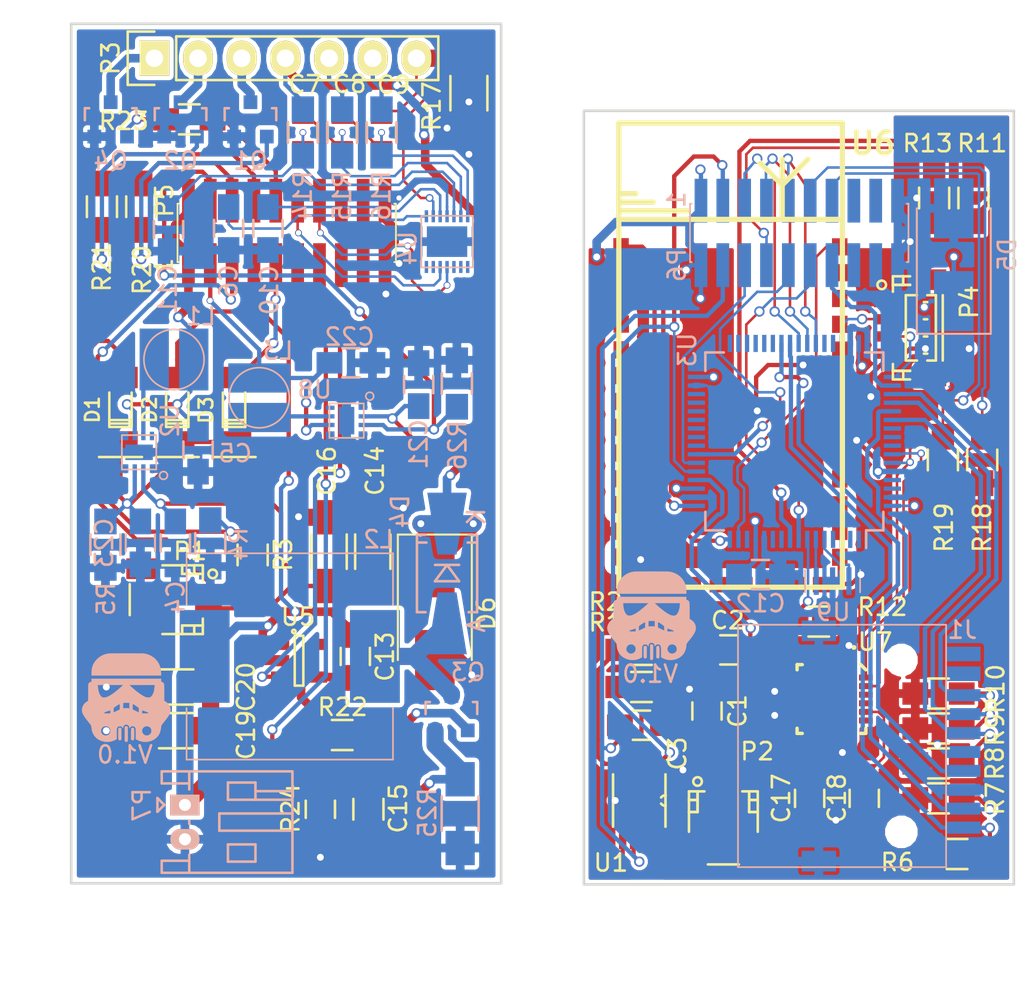
<source format=kicad_pcb>
(kicad_pcb (version 4) (host pcbnew 4.0.4-stable)
  (layers (0 F.Cu signal) (31 B.Cu signal) (34 B.Paste user) (35 F.Paste user) (36 B.SilkS user) (37 F.SilkS user) (38 B.Mask user) (39 F.Mask user) (44 Edge.Cuts user))
  (net 0 "")
  (net 1 "Net-(C1-Pad1)")
  (net 2 GNDD)
  (net 3 "Net-(C2-Pad1)")
  (net 4 AUDIO)
  (net 5 AUDIO_5V)
  (net 6 VBAT3)
  (net 7 GND)
  (net 8 +3V3)
  (net 9 "Net-(C6-Pad1)")
  (net 10 "Net-(C11-Pad1)")
  (net 11 "Net-(C7-Pad2)")
  (net 12 "Net-(C8-Pad2)")
  (net 13 VBAT0)
  (net 14 "Net-(C10-Pad1)")
  (net 15 VDD)
  (net 16 USB_5V_B)
  (net 17 CHG_CUR_B)
  (net 18 "Net-(C17-Pad1)")
  (net 19 "Net-(C18-Pad1)")
  (net 20 +5V)
  (net 21 BTN_B)
  (net 22 PWR_LATCH_B)
  (net 23 "Net-(D4-Pad2)")
  (net 24 "Net-(L1-Pad1)")
  (net 25 "Net-(L3-Pad1)")
  (net 26 "Net-(P2-Pad1)")
  (net 27 "Net-(P2-Pad2)")
  (net 28 LED_B)
  (net 29 LED_G)
  (net 30 LED_R)
  (net 31 VBAT2)
  (net 32 VBAT1)
  (net 33 "Net-(P4-Pad2)")
  (net 34 "Net-(P4-Pad3)")
  (net 35 AUDIO_EN_B)
  (net 36 LED_PWM_R_B)
  (net 37 LED_PWM_G_B)
  (net 38 LED_PWM_B_B)
  (net 39 I2C1_SDA_B)
  (net 40 CHG_PWM_B)
  (net 41 I2C1_SCL_B)
  (net 42 "Net-(P5-Pad15)")
  (net 43 "Net-(P5-Pad16)")
  (net 44 "Net-(P5-Pad17)")
  (net 45 "Net-(P5-Pad18)")
  (net 46 AUDIO_EN_T)
  (net 47 BTN_T)
  (net 48 LED_PWM_R_T)
  (net 49 USB_5V_T)
  (net 50 LED_PWM_G_T)
  (net 51 PWR_LATCH_T)
  (net 52 LED_PWM_B_T)
  (net 53 CHG_CUR_T)
  (net 54 I2C1_SCL_T)
  (net 55 CHG_PWM_T)
  (net 56 I2C1_SDA_T)
  (net 57 "Net-(P6-Pad15)")
  (net 58 "Net-(P6-Pad16)")
  (net 59 "Net-(P6-Pad17)")
  (net 60 "Net-(P6-Pad18)")
  (net 61 "Net-(Q1-Pad1)")
  (net 62 "Net-(Q2-Pad1)")
  (net 63 "Net-(Q3-Pad1)")
  (net 64 "Net-(Q3-Pad2)")
  (net 65 "Net-(Q4-Pad1)")
  (net 66 "Net-(R1-Pad1)")
  (net 67 "Net-(R2-Pad1)")
  (net 68 "Net-(R11-Pad1)")
  (net 69 "Net-(R12-Pad2)")
  (net 70 "Net-(R22-Pad2)")
  (net 71 "Net-(U1-Pad2)")
  (net 72 "Net-(U2-Pad8)")
  (net 73 "Net-(U3-Pad1)")
  (net 74 "Net-(U3-Pad5)")
  (net 75 "Net-(U3-Pad6)")
  (net 76 "Net-(U3-Pad10)")
  (net 77 "Net-(U3-Pad11)")
  (net 78 "Net-(U3-Pad14)")
  (net 79 "Net-(U3-Pad15)")
  (net 80 "Net-(U3-Pad16)")
  (net 81 "Net-(U3-Pad17)")
  (net 82 "Net-(U3-Pad24)")
  (net 83 "Net-(U3-Pad25)")
  (net 84 "Net-(U3-Pad26)")
  (net 85 "Net-(U3-Pad27)")
  (net 86 "Net-(U3-Pad28)")
  (net 87 "Net-(U3-Pad29)")
  (net 88 "Net-(U3-Pad30)")
  (net 89 "Net-(U3-Pad33)")
  (net 90 "Net-(U3-Pad34)")
  (net 91 "Net-(U3-Pad35)")
  (net 92 "Net-(U3-Pad36)")
  (net 93 "Net-(U3-Pad37)")
  (net 94 "Net-(U3-Pad38)")
  (net 95 "Net-(U3-Pad44)")
  (net 96 "Net-(U3-Pad45)")
  (net 97 "Net-(U3-Pad55)")
  (net 98 "Net-(U3-Pad56)")
  (net 99 "Net-(U3-Pad57)")
  (net 100 "Net-(U3-Pad61)")
  (net 101 "Net-(U3-Pad62)")
  (net 102 "Net-(U4-Pad8)")
  (net 103 "Net-(U4-Pad9)")
  (net 104 "Net-(U4-Pad10)")
  (net 105 "Net-(U4-Pad13)")
  (net 106 "Net-(U4-Pad14)")
  (net 107 "Net-(U6-Pad23)")
  (net 108 "Net-(U6-Pad24)")
  (net 109 "Net-(U6-Pad25)")
  (net 110 "Net-(U6-Pad26)")
  (net 111 "Net-(U6-Pad27)")
  (net 112 "Net-(U6-Pad28)")
  (net 113 "Net-(U6-Pad29)")
  (net 114 "Net-(U6-Pad30)")
  (net 115 "Net-(U6-Pad31)")
  (net 116 "Net-(U6-Pad32)")
  (net 117 "Net-(U6-Pad33)")
  (net 118 "Net-(U6-Pad3)")
  (net 119 "Net-(U6-Pad4)")
  (net 120 "Net-(U6-Pad5)")
  (net 121 "Net-(U6-Pad6)")
  (net 122 "Net-(U6-Pad7)")
  (net 123 "Net-(U6-Pad8)")
  (net 124 "Net-(U6-Pad9)")
  (net 125 "Net-(U6-Pad10)")
  (net 126 "Net-(U6-Pad11)")
  (net 127 "Net-(U6-Pad15)")
  (net 128 "Net-(U6-Pad16)")
  (net 129 "Net-(U6-Pad17)")
  (net 130 "Net-(U6-Pad19)")
  (net 131 "Net-(U6-Pad20)")
  (net 132 "Net-(U7-Pad6)")
  (net 133 "Net-(U7-Pad7)")
  (net 134 "Net-(U7-Pad12)")
  (net 135 "Net-(U7-Pad19)")
  (net 136 "Net-(U7-Pad21)")
  (net 137 "Net-(U7-Pad22)")
  (net 138 "Net-(U7-Pad25)")
  (net 139 "Net-(U8-Pad8)")
  (net 140 "Net-(C23-Pad1)")
  (net 141 /DAT1)
  (net 142 /DAT0)
  (net 143 /CK)
  (net 144 /CMD)
  (net 145 /DAT3)
  (net 146 /DAT2)
  (net 147 "Net-(J1-Pad9)")
  (net 148 "Net-(J1-Pad10)")
  (net 149 "Net-(U3-Pad2)")
  (net 150 "Net-(U3-Pad3)")
  (net 151 "Net-(U3-Pad4)")
  (net 152 BTN_RAW)
  (net 153 "Net-(U5-Pad1)")
  (module kicad2:JST_SH_BM04B-SRSS-TB_04x1.00mm_Straight (layer F.Cu) (at 126.6825 50.2285 270)
    (fp_text reference P4 (at -1.5 -3.5 270) (layer F.SilkS))
    (fp_text value STLINK)
    (pad 1 smd rect (at -1.5 1.2625 270) (size 0.6 1.55) (layers F.Cu F.Paste F.Mask) (net 15 VDD))
    (pad 2 smd rect (at -0.5 1.2625 270) (size 0.6 1.55) (layers F.Cu F.Paste F.Mask) (net 33 "Net-(P4-Pad2)"))
    (pad 3 smd rect (at 0.5 1.2625 270) (size 0.6 1.55) (layers F.Cu F.Paste F.Mask) (net 34 "Net-(P4-Pad3)"))
    (pad 4 smd rect (at 1.5 1.2625 270) (size 0.6 1.55) (layers F.Cu F.Paste F.Mask) (net 2 GNDD))
    (pad "" smd rect (at -2.8 -1.2625 270) (size 1.2 1.8) (layers F.Cu F.Paste F.Mask))
    (pad "" smd rect (at 2.8 -1.2625 270) (size 1.2 1.8) (layers F.Cu F.Paste F.Mask))
  )
  (module kicad2:WSON8 (layer B.Cu) (at 81.915 57.4675 90)
    (fp_text reference U2 (at 1.8542 1.8034 90) (layer B.SilkS) (effects (justify mirror)))
    (fp_text value TPS62172)
    (pad 9 smd rect (at 0 0 90) (size 0.9 1.6) (layers B.Cu B.Paste B.Mask) (net 7 GND))
    (pad 1 smd rect (at -0.95 0.75 90) (size 0.5 0.25) (layers B.Cu B.Paste B.Mask) (net 7 GND))
    (pad 2 smd rect (at -0.95 0.25 90) (size 0.5 0.25) (layers B.Cu B.Paste B.Mask) (net 6 VBAT3))
    (pad 3 smd rect (at -0.95 -0.25 90) (size 0.5 0.25) (layers B.Cu B.Paste B.Mask) (net 140 "Net-(C23-Pad1)"))
    (pad 4 smd rect (at -0.95 -0.75 90) (size 0.5 0.25) (layers B.Cu B.Paste B.Mask) (net 7 GND))
    (pad 5 smd rect (at 0.95 -0.75 90) (size 0.5 0.25) (layers B.Cu B.Paste B.Mask) (net 7 GND))
    (pad 6 smd rect (at 0.95 -0.25 90) (size 0.5 0.25) (layers B.Cu B.Paste B.Mask) (net 8 +3V3))
    (pad 7 smd rect (at 0.95 0.25 90) (size 0.5 0.25) (layers B.Cu B.Paste B.Mask) (net 24 "Net-(L1-Pad1)"))
    (pad 8 smd rect (at 0.95 0.75 90) (size 0.5 0.25) (layers B.Cu B.Paste B.Mask) (net 72 "Net-(U2-Pad8)"))
  )
  (module kicad2:stormtrooper (layer B.Cu) (at 111.6965 66.9925 180)
    (fp_text reference G*** hide)
    (fp_text value LOGO hide)
  )
  (module kicad2:CD127 (layer B.Cu) (at 90.678 69.342 90)
    (fp_text reference L2 (at 6.8072 5.1562 180) (layer B.SilkS) (effects (justify mirror)))
    (fp_text value 22uH)
    (pad 1 smd rect (at 0 4.95 90) (size 5.4 2.9) (layers B.Cu B.Paste B.Mask) (net 23 "Net-(D4-Pad2)"))
    (pad 2 smd rect (at 0 -4.95 90) (size 5.4 2.9) (layers B.Cu B.Paste B.Mask) (net 16 USB_5V_B))
  )
  (module Capacitors_SMD:C_0805_HandSoldering (layer F.Cu) (at 114.935 72.517 90)
    (fp_text reference C1 (at 0 1.778 90) (layer F.SilkS))
    (fp_text value 0.1uF)
    (pad 1 smd rect (at -1.25 0 90) (size 1.5 1.25) (layers F.Cu F.Paste F.Mask) (net 1 "Net-(C1-Pad1)"))
    (pad 2 smd rect (at 1.25 0 90) (size 1.5 1.25) (layers F.Cu F.Paste F.Mask) (net 2 GNDD))
  )
  (module Capacitors_SMD:C_0805_HandSoldering (layer F.Cu) (at 116.205 68.961)
    (fp_text reference C2 (at -0.0635 -1.7145) (layer F.SilkS))
    (fp_text value 6.8nF)
    (pad 1 smd rect (at -1.25 0) (size 1.5 1.25) (layers F.Cu F.Paste F.Mask) (net 3 "Net-(C2-Pad1)"))
    (pad 2 smd rect (at 1.25 0) (size 1.5 1.25) (layers F.Cu F.Paste F.Mask) (net 4 AUDIO))
  )
  (module Capacitors_SMD:C_0805_HandSoldering (layer F.Cu) (at 111.125 73.3425)
    (fp_text reference C3 (at 2.0955 1.651 90) (layer F.SilkS))
    (fp_text value 1uF)
    (pad 1 smd rect (at -1.25 0) (size 1.5 1.25) (layers F.Cu F.Paste F.Mask) (net 5 AUDIO_5V))
    (pad 2 smd rect (at 1.25 0) (size 1.5 1.25) (layers F.Cu F.Paste F.Mask) (net 2 GNDD))
  )
  (module Capacitors_SMD:C_0805_HandSoldering (layer B.Cu) (at 84.0232 62.738 270)
    (fp_text reference C4 (at 3.175 -0.0254 270) (layer B.SilkS) (effects (justify mirror)))
    (fp_text value 10uF)
    (pad 1 smd rect (at -1.25 0 270) (size 1.5 1.25) (layers B.Cu B.Paste B.Mask) (net 6 VBAT3))
    (pad 2 smd rect (at 1.25 0 270) (size 1.5 1.25) (layers B.Cu B.Paste B.Mask) (net 7 GND))
  )
  (module Capacitors_SMD:C_0805_HandSoldering (layer B.Cu) (at 85.344 57.3405 270)
    (fp_text reference C5 (at 0.1905 -2.159 360) (layer B.SilkS) (effects (justify mirror)))
    (fp_text value 22uF)
    (pad 1 smd rect (at -1.25 0 270) (size 1.5 1.25) (layers B.Cu B.Paste B.Mask) (net 8 +3V3))
    (pad 2 smd rect (at 1.25 0 270) (size 1.5 1.25) (layers B.Cu B.Paste B.Mask) (net 7 GND))
  )
  (module Capacitors_SMD:C_0805_HandSoldering (layer B.Cu) (at 87.122 44.45 270)
    (fp_text reference C6 (at 3.0734 0 270) (layer B.SilkS) (effects (justify mirror)))
    (fp_text value 0.47uF)
    (pad 1 smd rect (at -1.25 0 270) (size 1.5 1.25) (layers B.Cu B.Paste B.Mask) (net 9 "Net-(C6-Pad1)"))
    (pad 2 smd rect (at 1.25 0 270) (size 1.5 1.25) (layers B.Cu B.Paste B.Mask) (net 7 GND))
  )
  (module Capacitors_SMD:C_0805_HandSoldering (layer F.Cu) (at 91.44 38.862 90)
    (fp_text reference C7 (at 2.794 0.127 180) (layer F.SilkS))
    (fp_text value 1nF)
    (pad 1 smd rect (at -1.25 0 90) (size 1.5 1.25) (layers F.Cu F.Paste F.Mask) (net 10 "Net-(C11-Pad1)"))
    (pad 2 smd rect (at 1.25 0 90) (size 1.5 1.25) (layers F.Cu F.Paste F.Mask) (net 11 "Net-(C7-Pad2)"))
  )
  (module Capacitors_SMD:C_0805_HandSoldering (layer F.Cu) (at 93.726 38.862 90)
    (fp_text reference C8 (at 2.8194 0.4318 180) (layer F.SilkS))
    (fp_text value 1nF)
    (pad 1 smd rect (at -1.25 0 90) (size 1.5 1.25) (layers F.Cu F.Paste F.Mask) (net 11 "Net-(C7-Pad2)"))
    (pad 2 smd rect (at 1.25 0 90) (size 1.5 1.25) (layers F.Cu F.Paste F.Mask) (net 12 "Net-(C8-Pad2)"))
  )
  (module Capacitors_SMD:C_0805_HandSoldering (layer F.Cu) (at 96.012 38.862 90)
    (fp_text reference C9 (at 2.7686 0.7112 180) (layer F.SilkS))
    (fp_text value 1nF)
    (pad 1 smd rect (at -1.25 0 90) (size 1.5 1.25) (layers F.Cu F.Paste F.Mask) (net 12 "Net-(C8-Pad2)"))
    (pad 2 smd rect (at 1.25 0 90) (size 1.5 1.25) (layers F.Cu F.Paste F.Mask) (net 13 VBAT0))
  )
  (module Capacitors_SMD:C_0805_HandSoldering (layer B.Cu) (at 89.408 44.45 270)
    (fp_text reference C10 (at 3.5814 -0.0762 270) (layer B.SilkS) (effects (justify mirror)))
    (fp_text value 0.47uF)
    (pad 1 smd rect (at -1.25 0 270) (size 1.5 1.25) (layers B.Cu B.Paste B.Mask) (net 14 "Net-(C10-Pad1)"))
    (pad 2 smd rect (at 1.25 0 270) (size 1.5 1.25) (layers B.Cu B.Paste B.Mask) (net 7 GND))
  )
  (module Capacitors_SMD:C_0805_HandSoldering (layer B.Cu) (at 83.6295 44.5135 270)
    (fp_text reference C11 (at 3.4925 0.0381 270) (layer B.SilkS) (effects (justify mirror)))
    (fp_text value 0.1uF)
    (pad 1 smd rect (at -1.25 0 270) (size 1.5 1.25) (layers B.Cu B.Paste B.Mask) (net 10 "Net-(C11-Pad1)"))
    (pad 2 smd rect (at 1.25 0 270) (size 1.5 1.25) (layers B.Cu B.Paste B.Mask) (net 7 GND))
  )
  (module Capacitors_SMD:C_0805_HandSoldering (layer B.Cu) (at 118.0465 64.5795)
    (fp_text reference C12 (at -0.00254 1.67894) (layer B.SilkS) (effects (justify mirror)))
    (fp_text value 0.1uF)
    (pad 1 smd rect (at -1.25 0) (size 1.5 1.25) (layers B.Cu B.Paste B.Mask) (net 15 VDD))
    (pad 2 smd rect (at 1.25 0) (size 1.5 1.25) (layers B.Cu B.Paste B.Mask) (net 2 GNDD))
  )
  (module Capacitors_SMD:C_0805_HandSoldering (layer F.Cu) (at 94.488 69.342 270)
    (fp_text reference C13 (at 0.0127 -1.7272 270) (layer F.SilkS))
    (fp_text value 100nF)
    (pad 1 smd rect (at -1.25 0 270) (size 1.5 1.25) (layers F.Cu F.Paste F.Mask) (net 16 USB_5V_B))
    (pad 2 smd rect (at 1.25 0 270) (size 1.5 1.25) (layers F.Cu F.Paste F.Mask) (net 7 GND))
  )
  (module Capacitors_SMD:C_1206_HandSoldering (layer F.Cu) (at 95.504 63.246 90)
    (fp_text reference C14 (at 4.699 0.127 90) (layer F.SilkS))
    (fp_text value 100uF)
    (pad 1 smd rect (at -2 0 90) (size 2 1.6) (layers F.Cu F.Paste F.Mask) (net 6 VBAT3))
    (pad 2 smd rect (at 2 0 90) (size 2 1.6) (layers F.Cu F.Paste F.Mask) (net 7 GND))
  )
  (module Capacitors_SMD:C_0805_HandSoldering (layer F.Cu) (at 92.456 78.232 270)
    (fp_text reference C15 (at -0.0508 -4.5212 270) (layer F.SilkS))
    (fp_text value 100nF)
    (pad 1 smd rect (at -1.25 0 270) (size 1.5 1.25) (layers F.Cu F.Paste F.Mask) (net 17 CHG_CUR_B))
    (pad 2 smd rect (at 1.25 0 270) (size 1.5 1.25) (layers F.Cu F.Paste F.Mask) (net 7 GND))
  )
  (module Capacitors_SMD:C_1206_HandSoldering (layer F.Cu) (at 92.964 63.246 90)
    (fp_text reference C16 (at 4.699 -0.127 90) (layer F.SilkS))
    (fp_text value 100uF)
    (pad 1 smd rect (at -2 0 90) (size 2 1.6) (layers F.Cu F.Paste F.Mask) (net 6 VBAT3))
    (pad 2 smd rect (at 2 0 90) (size 2 1.6) (layers F.Cu F.Paste F.Mask) (net 7 GND))
  )
  (module Capacitors_SMD:C_0805_HandSoldering (layer F.Cu) (at 120.904 77.597 270)
    (fp_text reference C17 (at 0 1.651 270) (layer F.SilkS))
    (fp_text value 0.1uF)
    (pad 1 smd rect (at -1.25 0 270) (size 1.5 1.25) (layers F.Cu F.Paste F.Mask) (net 18 "Net-(C17-Pad1)"))
    (pad 2 smd rect (at 1.25 0 270) (size 1.5 1.25) (layers F.Cu F.Paste F.Mask) (net 2 GNDD))
  )
  (module Capacitors_SMD:C_0805_HandSoldering (layer F.Cu) (at 124.079 77.597 270)
    (fp_text reference C18 (at 0 1.5875 270) (layer F.SilkS))
    (fp_text value 2.2nF)
    (pad 1 smd rect (at -1.25 0 270) (size 1.5 1.25) (layers F.Cu F.Paste F.Mask) (net 19 "Net-(C18-Pad1)"))
    (pad 2 smd rect (at 1.25 0 270) (size 1.5 1.25) (layers F.Cu F.Paste F.Mask) (net 2 GNDD))
  )
  (module Capacitors_SMD:C_1206_HandSoldering (layer F.Cu) (at 84.074 73.66 180)
    (fp_text reference C19 (at -4.064 -0.254 270) (layer F.SilkS))
    (fp_text value 100uF)
    (pad 1 smd rect (at -2 0 180) (size 2 1.6) (layers F.Cu F.Paste F.Mask) (net 16 USB_5V_B))
    (pad 2 smd rect (at 2 0 180) (size 2 1.6) (layers F.Cu F.Paste F.Mask) (net 7 GND))
  )
  (module Capacitors_SMD:C_1206_HandSoldering (layer F.Cu) (at 84.074 71.12 180)
    (fp_text reference C20 (at -4.064 0 270) (layer F.SilkS))
    (fp_text value 100uF)
    (pad 1 smd rect (at -2 0 180) (size 2 1.6) (layers F.Cu F.Paste F.Mask) (net 16 USB_5V_B))
    (pad 2 smd rect (at 2 0 180) (size 2 1.6) (layers F.Cu F.Paste F.Mask) (net 7 GND))
  )
  (module Capacitors_SMD:C_0805_HandSoldering (layer B.Cu) (at 98.171 53.5305 90)
    (fp_text reference C21 (at -3.4671 0 90) (layer B.SilkS) (effects (justify mirror)))
    (fp_text value 10uF)
    (pad 1 smd rect (at -1.25 0 90) (size 1.5 1.25) (layers B.Cu B.Paste B.Mask) (net 6 VBAT3))
    (pad 2 smd rect (at 1.25 0 90) (size 1.5 1.25) (layers B.Cu B.Paste B.Mask) (net 7 GND))
  )
  (module Capacitors_SMD:C_0805_HandSoldering (layer B.Cu) (at 94.234 52.2605)
    (fp_text reference C22 (at -0.0762 -1.5113) (layer B.SilkS) (effects (justify mirror)))
    (fp_text value 22uF)
    (pad 1 smd rect (at -1.25 0) (size 1.5 1.25) (layers B.Cu B.Paste B.Mask) (net 20 +5V))
    (pad 2 smd rect (at 1.25 0) (size 1.5 1.25) (layers B.Cu B.Paste B.Mask) (net 7 GND))
  )
  (module Diodes_SMD:SMA-SMB_Universal_Handsoldering (layer B.Cu) (at 99.822 64.516 270)
    (fp_text reference D4 (at -3.6068 2.7178 270) (layer B.SilkS) (effects (justify mirror)))
    (fp_text value SS34)
    (fp_text user K (at -3.3 -1.7 270) (layer B.SilkS) (effects (justify mirror)))
    (fp_text user A (at 2.99974 -1.69926 270) (layer B.SilkS) (effects (justify mirror)))
    (pad 1 smd trapezoid (at -2.90068 0 270) (size 3.60172 1.69926) (rect_delta 0.59944 0) (layers B.Cu B.Paste B.Mask) (net 6 VBAT3))
    (pad 2 smd trapezoid (at 2.90068 0 90) (size 3.60172 1.69926) (rect_delta 0.59944 0) (layers B.Cu B.Paste B.Mask) (net 23 "Net-(D4-Pad2)"))
  )
  (module kicad2:CD32 (layer B.Cu) (at 83.947 52.07 90)
    (fp_text reference L1 (at 2.5146 1.5494 180) (layer B.SilkS) (effects (justify mirror)))
    (fp_text value 3.3uH)
    (pad 1 smd rect (at 0 -1.15 90) (size 3.6 1.7) (layers B.Cu B.Paste B.Mask) (net 24 "Net-(L1-Pad1)"))
    (pad 2 smd rect (at 0 1.15 90) (size 3.6 1.7) (layers B.Cu B.Paste B.Mask) (net 8 +3V3))
  )
  (module kicad2:CD32 (layer B.Cu) (at 88.9 54.2925 180)
    (fp_text reference L3 (at -1.0922 2.7305 180) (layer B.SilkS) (effects (justify mirror)))
    (fp_text value 3.3uH)
    (pad 1 smd rect (at 0 -1.15 180) (size 3.6 1.7) (layers B.Cu B.Paste B.Mask) (net 25 "Net-(L3-Pad1)"))
    (pad 2 smd rect (at 0 1.15 180) (size 3.6 1.7) (layers B.Cu B.Paste B.Mask) (net 20 +5V))
  )
  (module kicad2:JST_SH_SM02B-SRSS-TB_02x1.00mm_Angled (layer F.Cu) (at 84.0105 66.04 270)
    (fp_text reference P1 (at -2.8194 -0.8763 360) (layer F.SilkS))
    (fp_text value BUTTON)
    (pad 1 smd rect (at -0.5 -1.9375 270) (size 0.6 1.55) (layers F.Cu F.Paste F.Mask) (net 152 BTN_RAW))
    (pad 2 smd rect (at 0.5 -1.9375 270) (size 0.6 1.55) (layers F.Cu F.Paste F.Mask) (net 6 VBAT3))
    (pad "" smd rect (at -1.8 1.9375 270) (size 1.2 1.8) (layers F.Cu F.Paste F.Mask))
    (pad "" smd rect (at 1.8 1.9375 270) (size 1.2 1.8) (layers F.Cu F.Paste F.Mask))
  )
  (module kicad2:JST_SH_SM02B-SRSS-TB_02x1.00mm_Angled (layer F.Cu) (at 115.8875 78.8035)
    (fp_text reference P2 (at 1.9685 -3.937) (layer F.SilkS))
    (fp_text value SPEAKER)
    (pad 1 smd rect (at -0.5 -1.9375) (size 0.6 1.55) (layers F.Cu F.Paste F.Mask) (net 26 "Net-(P2-Pad1)"))
    (pad 2 smd rect (at 0.5 -1.9375) (size 0.6 1.55) (layers F.Cu F.Paste F.Mask) (net 27 "Net-(P2-Pad2)"))
    (pad "" smd rect (at -1.8 1.9375) (size 1.2 1.8) (layers F.Cu F.Paste F.Mask))
    (pad "" smd rect (at 1.8 1.9375) (size 1.2 1.8) (layers F.Cu F.Paste F.Mask))
  )
  (module Pin_Headers:Pin_Header_Straight_1x07 (layer F.Cu) (at 82.804 34.544 90)
    (fp_text reference P3 (at 0 -2.54 90) (layer F.SilkS))
    (fp_text value MAIN_CON)
    (pad 1 thru_hole rect (at 0 0 90) (size 2.032 1.7272) (drill 1.016) (layers *.Cu *.Mask F.SilkS) (net 28 LED_B))
    (pad 2 thru_hole oval (at 0 2.54 90) (size 2.032 1.7272) (drill 1.016) (layers *.Cu *.Mask F.SilkS) (net 29 LED_G))
    (pad 3 thru_hole oval (at 0 5.08 90) (size 2.032 1.7272) (drill 1.016) (layers *.Cu *.Mask F.SilkS) (net 30 LED_R))
    (pad 4 thru_hole oval (at 0 7.62 90) (size 2.032 1.7272) (drill 1.016) (layers *.Cu *.Mask F.SilkS) (net 6 VBAT3))
    (pad 5 thru_hole oval (at 0 10.16 90) (size 2.032 1.7272) (drill 1.016) (layers *.Cu *.Mask F.SilkS) (net 31 VBAT2))
    (pad 6 thru_hole oval (at 0 12.7 90) (size 2.032 1.7272) (drill 1.016) (layers *.Cu *.Mask F.SilkS) (net 32 VBAT1))
    (pad 7 thru_hole oval (at 0 15.24 90) (size 2.032 1.7272) (drill 1.016) (layers *.Cu *.Mask F.SilkS) (net 13 VBAT0))
  )
  (module kicad2:JST_PH_S2B-PH-K_02x2.00mm_Angled (layer B.Cu) (at 84.582 77.978 270)
    (fp_text reference P7 (at 0 2.5 270) (layer B.SilkS) (effects (justify mirror)))
    (fp_text value USB_POWER)
    (pad 1 thru_hole rect (at 0 0 270) (size 1.2 1.7) (drill 0.7) (layers *.Cu *.Mask B.SilkS) (net 16 USB_5V_B))
    (pad 2 thru_hole oval (at 2 0 270) (size 1.2 1.7) (drill 0.7) (layers *.Cu *.Mask B.SilkS) (net 7 GND))
  )
  (module TO_SOT_Packages_SMD:SOT-23 (layer B.Cu) (at 88.392 38.1 180)
    (fp_text reference Q1 (at 0 -2.413 180) (layer B.SilkS) (effects (justify mirror)))
    (fp_text value IRFML8244TRPbF)
    (pad 1 smd rect (at -0.95 -1.00076 180) (size 0.8001 0.8001) (layers B.Cu B.Paste B.Mask) (net 61 "Net-(Q1-Pad1)"))
    (pad 2 smd rect (at 0.95 -1.00076 180) (size 0.8001 0.8001) (layers B.Cu B.Paste B.Mask) (net 7 GND))
    (pad 3 smd rect (at 0 0.99822 180) (size 0.8001 0.8001) (layers B.Cu B.Paste B.Mask) (net 30 LED_R))
  )
  (module TO_SOT_Packages_SMD:SOT-23 (layer B.Cu) (at 84.328 38.1 180)
    (fp_text reference Q2 (at 0 -2.413 180) (layer B.SilkS) (effects (justify mirror)))
    (fp_text value IRFML8244TRPbF)
    (pad 1 smd rect (at -0.95 -1.00076 180) (size 0.8001 0.8001) (layers B.Cu B.Paste B.Mask) (net 62 "Net-(Q2-Pad1)"))
    (pad 2 smd rect (at 0.95 -1.00076 180) (size 0.8001 0.8001) (layers B.Cu B.Paste B.Mask) (net 7 GND))
    (pad 3 smd rect (at 0 0.99822 180) (size 0.8001 0.8001) (layers B.Cu B.Paste B.Mask) (net 29 LED_G))
  )
  (module TO_SOT_Packages_SMD:SOT-23 (layer B.Cu) (at 100.076 72.644 180)
    (fp_text reference Q3 (at -0.9652 2.3876 180) (layer B.SilkS) (effects (justify mirror)))
    (fp_text value IRFML8244TRPbF)
    (pad 1 smd rect (at -0.95 -1.00076 180) (size 0.8001 0.8001) (layers B.Cu B.Paste B.Mask) (net 63 "Net-(Q3-Pad1)"))
    (pad 2 smd rect (at 0.95 -1.00076 180) (size 0.8001 0.8001) (layers B.Cu B.Paste B.Mask) (net 64 "Net-(Q3-Pad2)"))
    (pad 3 smd rect (at 0 0.99822 180) (size 0.8001 0.8001) (layers B.Cu B.Paste B.Mask) (net 23 "Net-(D4-Pad2)"))
  )
  (module TO_SOT_Packages_SMD:SOT-23 (layer B.Cu) (at 80.264 38.1 180)
    (fp_text reference Q4 (at 0 -2.413 180) (layer B.SilkS) (effects (justify mirror)))
    (fp_text value IRFML8244TRPbF)
    (pad 1 smd rect (at -0.95 -1.00076 180) (size 0.8001 0.8001) (layers B.Cu B.Paste B.Mask) (net 65 "Net-(Q4-Pad1)"))
    (pad 2 smd rect (at 0.95 -1.00076 180) (size 0.8001 0.8001) (layers B.Cu B.Paste B.Mask) (net 7 GND))
    (pad 3 smd rect (at 0 0.99822 180) (size 0.8001 0.8001) (layers B.Cu B.Paste B.Mask) (net 28 LED_B))
  )
  (module Resistors_SMD:R_0805_HandSoldering (layer F.Cu) (at 111.125 71.12)
    (fp_text reference R1 (at -2.0955 -3.7465) (layer F.SilkS))
    (fp_text value 150K)
    (pad 1 smd rect (at -1.35 0) (size 1.5 1.3) (layers F.Cu F.Paste F.Mask) (net 66 "Net-(R1-Pad1)"))
    (pad 2 smd rect (at 1.35 0) (size 1.5 1.3) (layers F.Cu F.Paste F.Mask) (net 1 "Net-(C1-Pad1)"))
  )
  (module Resistors_SMD:R_0805_HandSoldering (layer F.Cu) (at 111.125 68.961)
    (fp_text reference R2 (at -2.0955 -2.794) (layer F.SilkS))
    (fp_text value 10K)
    (pad 1 smd rect (at -1.35 0) (size 1.5 1.3) (layers F.Cu F.Paste F.Mask) (net 67 "Net-(R2-Pad1)"))
    (pad 2 smd rect (at 1.35 0) (size 1.5 1.3) (layers F.Cu F.Paste F.Mask) (net 3 "Net-(C2-Pad1)"))
  )
  (module Resistors_SMD:R_0805_HandSoldering (layer F.Cu) (at 88.519 63.4365 270)
    (fp_text reference R3 (at -0.0127 -1.778 270) (layer F.SilkS))
    (fp_text value 30K)
    (pad 1 smd rect (at -1.35 0 270) (size 1.5 1.3) (layers F.Cu F.Paste F.Mask) (net 21 BTN_B))
    (pad 2 smd rect (at 1.35 0 270) (size 1.5 1.3) (layers F.Cu F.Paste F.Mask) (net 152 BTN_RAW))
  )
  (module Resistors_SMD:R_0805_HandSoldering (layer B.Cu) (at 86.0552 62.7672 270)
    (fp_text reference R4 (at 0.0381 -1.651 270) (layer B.SilkS) (effects (justify mirror)))
    (fp_text value 10K)
    (pad 1 smd rect (at -1.35 0 270) (size 1.5 1.3) (layers B.Cu B.Paste B.Mask) (net 21 BTN_B))
    (pad 2 smd rect (at 1.35 0 270) (size 1.5 1.3) (layers B.Cu B.Paste B.Mask) (net 7 GND))
  )
  (module Resistors_SMD:R_0805_HandSoldering (layer B.Cu) (at 79.9592 62.8396 270)
    (fp_text reference R5 (at 3.1623 -0.0381 270) (layer B.SilkS) (effects (justify mirror)))
    (fp_text value 47K)
    (pad 1 smd rect (at -1.35 0 270) (size 1.5 1.3) (layers B.Cu B.Paste B.Mask) (net 140 "Net-(C23-Pad1)"))
    (pad 2 smd rect (at 1.35 0 270) (size 1.5 1.3) (layers B.Cu B.Paste B.Mask) (net 7 GND))
  )
  (module Resistors_SMD:R_0805_HandSoldering (layer F.Cu) (at 129.4765 80.8355)
    (fp_text reference R6 (at -3.4671 0.48006) (layer F.SilkS))
    (fp_text value 47K)
    (pad 1 smd rect (at -1.35 0) (size 1.5 1.3) (layers F.Cu F.Paste F.Mask) (net 15 VDD))
    (pad 2 smd rect (at 1.35 0) (size 1.5 1.3) (layers F.Cu F.Paste F.Mask) (net 141 /DAT1))
  )
  (module Resistors_SMD:R_0805_HandSoldering (layer F.Cu) (at 128.397 77.597)
    (fp_text reference R7 (at 3.29692 0.01524 270) (layer F.SilkS))
    (fp_text value 47K)
    (pad 1 smd rect (at -1.35 0) (size 1.5 1.3) (layers F.Cu F.Paste F.Mask) (net 15 VDD))
    (pad 2 smd rect (at 1.35 0) (size 1.5 1.3) (layers F.Cu F.Paste F.Mask) (net 142 /DAT0))
  )
  (module Resistors_SMD:R_0805_HandSoldering (layer F.Cu) (at 128.397 75.565)
    (fp_text reference R8 (at 3.2766 0 90) (layer F.SilkS))
    (fp_text value 47K)
    (pad 1 smd rect (at -1.35 0) (size 1.5 1.3) (layers F.Cu F.Paste F.Mask) (net 15 VDD))
    (pad 2 smd rect (at 1.35 0) (size 1.5 1.3) (layers F.Cu F.Paste F.Mask) (net 144 /CMD))
  )
  (module Resistors_SMD:R_0805_HandSoldering (layer F.Cu) (at 128.397 73.533)
    (fp_text reference R9 (at 3.29692 0.06096 90) (layer F.SilkS))
    (fp_text value 47K)
    (pad 1 smd rect (at -1.35 0) (size 1.5 1.3) (layers F.Cu F.Paste F.Mask) (net 15 VDD))
    (pad 2 smd rect (at 1.35 0) (size 1.5 1.3) (layers F.Cu F.Paste F.Mask) (net 145 /DAT3))
  )
  (module Resistors_SMD:R_0805_HandSoldering (layer F.Cu) (at 128.397 71.501)
    (fp_text reference R10 (at 3.31724 -0.26416 90) (layer F.SilkS))
    (fp_text value 47K)
    (pad 1 smd rect (at -1.35 0) (size 1.5 1.3) (layers F.Cu F.Paste F.Mask) (net 15 VDD))
    (pad 2 smd rect (at 1.35 0) (size 1.5 1.3) (layers F.Cu F.Paste F.Mask) (net 146 /DAT2))
  )
  (module Resistors_SMD:R_0805_HandSoldering (layer F.Cu) (at 130.429 42.672 90)
    (fp_text reference R11 (at 3.175 0.508 180) (layer F.SilkS))
    (fp_text value 47K)
    (pad 1 smd rect (at -1.35 0 90) (size 1.5 1.3) (layers F.Cu F.Paste F.Mask) (net 68 "Net-(R11-Pad1)"))
    (pad 2 smd rect (at 1.35 0 90) (size 1.5 1.3) (layers F.Cu F.Paste F.Mask) (net 49 USB_5V_T))
  )
  (module Resistors_SMD:R_0805_HandSoldering (layer F.Cu) (at 121.4336 67.31 180)
    (fp_text reference R12 (at -3.70204 0.84328 180) (layer F.SilkS))
    (fp_text value 10K)
    (pad 1 smd rect (at -1.35 0 180) (size 1.5 1.3) (layers F.Cu F.Paste F.Mask) (net 15 VDD))
    (pad 2 smd rect (at 1.35 0 180) (size 1.5 1.3) (layers F.Cu F.Paste F.Mask) (net 69 "Net-(R12-Pad2)"))
  )
  (module Resistors_SMD:R_0805_HandSoldering (layer F.Cu) (at 128.143 42.672 90)
    (fp_text reference R13 (at 3.175 -0.381 180) (layer F.SilkS))
    (fp_text value 47K)
    (pad 1 smd rect (at -1.35 0 90) (size 1.5 1.3) (layers F.Cu F.Paste F.Mask) (net 68 "Net-(R11-Pad1)"))
    (pad 2 smd rect (at 1.35 0 90) (size 1.5 1.3) (layers F.Cu F.Paste F.Mask) (net 2 GNDD))
  )
  (module Resistors_SMD:R_0805_HandSoldering (layer B.Cu) (at 91.44 38.862 90)
    (fp_text reference R14 (at -3.683 0 90) (layer B.SilkS) (effects (justify mirror)))
    (fp_text value 10R)
    (pad 1 smd rect (at -1.35 0 90) (size 1.5 1.3) (layers B.Cu B.Paste B.Mask) (net 10 "Net-(C11-Pad1)"))
    (pad 2 smd rect (at 1.35 0 90) (size 1.5 1.3) (layers B.Cu B.Paste B.Mask) (net 6 VBAT3))
  )
  (module Resistors_SMD:R_0805_HandSoldering (layer B.Cu) (at 93.726 38.862 90)
    (fp_text reference R15 (at -3.683 0 90) (layer B.SilkS) (effects (justify mirror)))
    (fp_text value 100R)
    (pad 1 smd rect (at -1.35 0 90) (size 1.5 1.3) (layers B.Cu B.Paste B.Mask) (net 11 "Net-(C7-Pad2)"))
    (pad 2 smd rect (at 1.35 0 90) (size 1.5 1.3) (layers B.Cu B.Paste B.Mask) (net 31 VBAT2))
  )
  (module Resistors_SMD:R_0805_HandSoldering (layer B.Cu) (at 96.012 38.862 90)
    (fp_text reference R16 (at -3.683 0 90) (layer B.SilkS) (effects (justify mirror)))
    (fp_text value 100R)
    (pad 1 smd rect (at -1.35 0 90) (size 1.5 1.3) (layers B.Cu B.Paste B.Mask) (net 12 "Net-(C8-Pad2)"))
    (pad 2 smd rect (at 1.35 0 90) (size 1.5 1.3) (layers B.Cu B.Paste B.Mask) (net 32 VBAT1))
  )
  (module Resistors_SMD:R_1206_HandSoldering (layer F.Cu) (at 101.092 36.576 90)
    (fp_text reference R17 (at -0.762 -2.159 90) (layer F.SilkS))
    (fp_text value .01R)
    (pad 1 smd rect (at -2 0 90) (size 2 1.7) (layers F.Cu F.Paste F.Mask) (net 7 GND))
    (pad 2 smd rect (at 2 0 90) (size 2 1.7) (layers F.Cu F.Paste F.Mask) (net 13 VBAT0))
  )
  (module Resistors_SMD:R_0805_HandSoldering (layer F.Cu) (at 130.937 57.912 270)
    (fp_text reference R18 (at 3.937 0 270) (layer F.SilkS))
    (fp_text value 10K)
    (pad 1 smd rect (at -1.35 0 270) (size 1.5 1.3) (layers F.Cu F.Paste F.Mask) (net 54 I2C1_SCL_T))
    (pad 2 smd rect (at 1.35 0 270) (size 1.5 1.3) (layers F.Cu F.Paste F.Mask) (net 15 VDD))
  )
  (module Resistors_SMD:R_0805_HandSoldering (layer F.Cu) (at 128.651 57.912 90)
    (fp_text reference R19 (at -3.937 0.0635 90) (layer F.SilkS))
    (fp_text value 10K)
    (pad 1 smd rect (at -1.35 0 90) (size 1.5 1.3) (layers F.Cu F.Paste F.Mask) (net 15 VDD))
    (pad 2 smd rect (at 1.35 0 90) (size 1.5 1.3) (layers F.Cu F.Paste F.Mask) (net 56 I2C1_SDA_T))
  )
  (module Resistors_SMD:R_0805_HandSoldering (layer F.Cu) (at 82.042 43.18 270)
    (fp_text reference R20 (at 3.683 -0.0508 450) (layer F.SilkS))
    (fp_text value 100R)
    (pad 1 smd rect (at -1.35 0 270) (size 1.5 1.3) (layers F.Cu F.Paste F.Mask) (net 36 LED_PWM_R_B))
    (pad 2 smd rect (at 1.35 0 270) (size 1.5 1.3) (layers F.Cu F.Paste F.Mask) (net 61 "Net-(Q1-Pad1)"))
  )
  (module Resistors_SMD:R_0805_HandSoldering (layer F.Cu) (at 79.756 43.18 270)
    (fp_text reference R21 (at 3.5052 0 450) (layer F.SilkS))
    (fp_text value 100R)
    (pad 1 smd rect (at -1.35 0 270) (size 1.5 1.3) (layers F.Cu F.Paste F.Mask) (net 37 LED_PWM_G_B))
    (pad 2 smd rect (at 1.35 0 270) (size 1.5 1.3) (layers F.Cu F.Paste F.Mask) (net 62 "Net-(Q2-Pad1)"))
  )
  (module Resistors_SMD:R_0805_HandSoldering (layer F.Cu) (at 93.726 73.914 180)
    (fp_text reference R22 (at -0.0254 1.6256 180) (layer F.SilkS))
    (fp_text value 10R)
    (pad 1 smd rect (at -1.35 0 180) (size 1.5 1.3) (layers F.Cu F.Paste F.Mask) (net 63 "Net-(Q3-Pad1)"))
    (pad 2 smd rect (at 1.35 0 180) (size 1.5 1.3) (layers F.Cu F.Paste F.Mask) (net 70 "Net-(R22-Pad2)"))
  )
  (module Resistors_SMD:R_0805_HandSoldering (layer F.Cu) (at 84.836 38.1 180)
    (fp_text reference R23 (at 3.81 -0.1016 180) (layer F.SilkS))
    (fp_text value 100R)
    (pad 1 smd rect (at -1.35 0 180) (size 1.5 1.3) (layers F.Cu F.Paste F.Mask) (net 38 LED_PWM_B_B))
    (pad 2 smd rect (at 1.35 0 180) (size 1.5 1.3) (layers F.Cu F.Paste F.Mask) (net 65 "Net-(Q4-Pad1)"))
  )
  (module Resistors_SMD:R_0805_HandSoldering (layer F.Cu) (at 95.25 78.232 90)
    (fp_text reference R24 (at 0.0508 -4.5212 90) (layer F.SilkS))
    (fp_text value 47K)
    (pad 1 smd rect (at -1.35 0 90) (size 1.5 1.3) (layers F.Cu F.Paste F.Mask) (net 64 "Net-(Q3-Pad2)"))
    (pad 2 smd rect (at 1.35 0 90) (size 1.5 1.3) (layers F.Cu F.Paste F.Mask) (net 17 CHG_CUR_B))
  )
  (module Resistors_SMD:R_1206_HandSoldering (layer B.Cu) (at 100.584 78.486 90)
    (fp_text reference R25 (at 0.0508 -1.905 90) (layer B.SilkS) (effects (justify mirror)))
    (fp_text value .05R)
    (pad 1 smd rect (at -2 0 90) (size 2 1.7) (layers B.Cu B.Paste B.Mask) (net 7 GND))
    (pad 2 smd rect (at 2 0 90) (size 2 1.7) (layers B.Cu B.Paste B.Mask) (net 64 "Net-(Q3-Pad2)"))
  )
  (module Resistors_SMD:R_0805_HandSoldering (layer B.Cu) (at 100.3935 53.467 90)
    (fp_text reference R26 (at -3.5814 0.0381 90) (layer B.SilkS) (effects (justify mirror)))
    (fp_text value 47K)
    (pad 1 smd rect (at -1.35 0 90) (size 1.5 1.3) (layers B.Cu B.Paste B.Mask) (net 35 AUDIO_EN_B))
    (pad 2 smd rect (at 1.35 0 90) (size 1.5 1.3) (layers B.Cu B.Paste B.Mask) (net 7 GND))
  )
  (module TPA2005D1DGN:SOP65P488X107-9N (layer F.Cu) (at 110.998 77.724 270)
    (fp_text reference U1 (at 3.6195 1.651 360) (layer F.SilkS))
    (fp_text value TPA2005D1DGN)
    (pad 1 smd rect (at -2.1336 -0.9652 270) (size 1.397 0.4318) (layers F.Cu F.Paste F.Mask) (net 46 AUDIO_EN_T))
    (pad 2 smd rect (at -2.1336 -0.3302 270) (size 1.397 0.4318) (layers F.Cu F.Paste F.Mask) (net 71 "Net-(U1-Pad2)"))
    (pad 3 smd rect (at -2.1336 0.3302 270) (size 1.397 0.4318) (layers F.Cu F.Paste F.Mask) (net 66 "Net-(R1-Pad1)"))
    (pad 4 smd rect (at -2.1336 0.9652 270) (size 1.397 0.4318) (layers F.Cu F.Paste F.Mask) (net 67 "Net-(R2-Pad1)"))
    (pad 5 smd rect (at 2.1336 0.9652 270) (size 1.397 0.4318) (layers F.Cu F.Paste F.Mask) (net 26 "Net-(P2-Pad1)"))
    (pad 6 smd rect (at 2.1336 0.3302 270) (size 1.397 0.4318) (layers F.Cu F.Paste F.Mask) (net 5 AUDIO_5V))
    (pad 7 smd rect (at 2.1336 -0.3302 270) (size 1.397 0.4318) (layers F.Cu F.Paste F.Mask) (net 2 GNDD))
    (pad 8 smd rect (at 2.1336 -0.9652 270) (size 1.397 0.4318) (layers F.Cu F.Paste F.Mask) (net 27 "Net-(P2-Pad2)"))
    (pad 9 smd rect (at 0 0 270) (size 1.5748 1.8796) (layers F.Cu F.Paste F.Mask) (net 2 GNDD))
  )
  (module Housings_QFP:LQFP-64_10x10mm_Pitch0.5mm (layer B.Cu) (at 120.015 56.8325 90)
    (fp_text reference U3 (at 5.3213 -6.223 90) (layer B.SilkS) (effects (justify mirror)))
    (fp_text value STM32F103RCTx)
    (pad 1 smd rect (at -5.7 3.75 90) (size 1 0.25) (layers B.Cu B.Paste B.Mask) (net 73 "Net-(U3-Pad1)"))
    (pad 2 smd rect (at -5.7 3.25 90) (size 1 0.25) (layers B.Cu B.Paste B.Mask) (net 149 "Net-(U3-Pad2)"))
    (pad 3 smd rect (at -5.7 2.75 90) (size 1 0.25) (layers B.Cu B.Paste B.Mask) (net 150 "Net-(U3-Pad3)"))
    (pad 4 smd rect (at -5.7 2.25 90) (size 1 0.25) (layers B.Cu B.Paste B.Mask) (net 151 "Net-(U3-Pad4)"))
    (pad 5 smd rect (at -5.7 1.75 90) (size 1 0.25) (layers B.Cu B.Paste B.Mask) (net 74 "Net-(U3-Pad5)"))
    (pad 6 smd rect (at -5.7 1.25 90) (size 1 0.25) (layers B.Cu B.Paste B.Mask) (net 75 "Net-(U3-Pad6)"))
    (pad 7 smd rect (at -5.7 0.75 90) (size 1 0.25) (layers B.Cu B.Paste B.Mask) (net 69 "Net-(R12-Pad2)"))
    (pad 8 smd rect (at -5.7 0.25 90) (size 1 0.25) (layers B.Cu B.Paste B.Mask) (net 53 CHG_CUR_T))
    (pad 9 smd rect (at -5.7 -0.25 90) (size 1 0.25) (layers B.Cu B.Paste B.Mask) (net 68 "Net-(R11-Pad1)"))
    (pad 10 smd rect (at -5.7 -0.75 90) (size 1 0.25) (layers B.Cu B.Paste B.Mask) (net 76 "Net-(U3-Pad10)"))
    (pad 11 smd rect (at -5.7 -1.25 90) (size 1 0.25) (layers B.Cu B.Paste B.Mask) (net 77 "Net-(U3-Pad11)"))
    (pad 12 smd rect (at -5.7 -1.75 90) (size 1 0.25) (layers B.Cu B.Paste B.Mask) (net 2 GNDD))
    (pad 13 smd rect (at -5.7 -2.25 90) (size 1 0.25) (layers B.Cu B.Paste B.Mask) (net 15 VDD))
    (pad 14 smd rect (at -5.7 -2.75 90) (size 1 0.25) (layers B.Cu B.Paste B.Mask) (net 78 "Net-(U3-Pad14)"))
    (pad 15 smd rect (at -5.7 -3.25 90) (size 1 0.25) (layers B.Cu B.Paste B.Mask) (net 79 "Net-(U3-Pad15)"))
    (pad 16 smd rect (at -5.7 -3.75 90) (size 1 0.25) (layers B.Cu B.Paste B.Mask) (net 80 "Net-(U3-Pad16)"))
    (pad 17 smd rect (at -3.75 -5.7) (size 1 0.25) (layers B.Cu B.Paste B.Mask) (net 81 "Net-(U3-Pad17)"))
    (pad 18 smd rect (at -3.25 -5.7) (size 1 0.25) (layers B.Cu B.Paste B.Mask) (net 2 GNDD))
    (pad 19 smd rect (at -2.75 -5.7) (size 1 0.25) (layers B.Cu B.Paste B.Mask) (net 15 VDD))
    (pad 20 smd rect (at -2.25 -5.7) (size 1 0.25) (layers B.Cu B.Paste B.Mask) (net 4 AUDIO))
    (pad 21 smd rect (at -1.75 -5.7) (size 1 0.25) (layers B.Cu B.Paste B.Mask) (net 46 AUDIO_EN_T))
    (pad 22 smd rect (at -1.25 -5.7) (size 1 0.25) (layers B.Cu B.Paste B.Mask) (net 47 BTN_T))
    (pad 23 smd rect (at -0.75 -5.7) (size 1 0.25) (layers B.Cu B.Paste B.Mask) (net 51 PWR_LATCH_T))
    (pad 24 smd rect (at -0.25 -5.7) (size 1 0.25) (layers B.Cu B.Paste B.Mask) (net 82 "Net-(U3-Pad24)"))
    (pad 25 smd rect (at 0.25 -5.7) (size 1 0.25) (layers B.Cu B.Paste B.Mask) (net 83 "Net-(U3-Pad25)"))
    (pad 26 smd rect (at 0.75 -5.7) (size 1 0.25) (layers B.Cu B.Paste B.Mask) (net 84 "Net-(U3-Pad26)"))
    (pad 27 smd rect (at 1.25 -5.7) (size 1 0.25) (layers B.Cu B.Paste B.Mask) (net 85 "Net-(U3-Pad27)"))
    (pad 28 smd rect (at 1.75 -5.7) (size 1 0.25) (layers B.Cu B.Paste B.Mask) (net 86 "Net-(U3-Pad28)"))
    (pad 29 smd rect (at 2.25 -5.7) (size 1 0.25) (layers B.Cu B.Paste B.Mask) (net 87 "Net-(U3-Pad29)"))
    (pad 30 smd rect (at 2.75 -5.7) (size 1 0.25) (layers B.Cu B.Paste B.Mask) (net 88 "Net-(U3-Pad30)"))
    (pad 31 smd rect (at 3.25 -5.7) (size 1 0.25) (layers B.Cu B.Paste B.Mask) (net 2 GNDD))
    (pad 32 smd rect (at 3.75 -5.7) (size 1 0.25) (layers B.Cu B.Paste B.Mask) (net 15 VDD))
    (pad 33 smd rect (at 5.7 -3.75 90) (size 1 0.25) (layers B.Cu B.Paste B.Mask) (net 89 "Net-(U3-Pad33)"))
    (pad 34 smd rect (at 5.7 -3.25 90) (size 1 0.25) (layers B.Cu B.Paste B.Mask) (net 90 "Net-(U3-Pad34)"))
    (pad 35 smd rect (at 5.7 -2.75 90) (size 1 0.25) (layers B.Cu B.Paste B.Mask) (net 91 "Net-(U3-Pad35)"))
    (pad 36 smd rect (at 5.7 -2.25 90) (size 1 0.25) (layers B.Cu B.Paste B.Mask) (net 92 "Net-(U3-Pad36)"))
    (pad 37 smd rect (at 5.7 -1.75 90) (size 1 0.25) (layers B.Cu B.Paste B.Mask) (net 93 "Net-(U3-Pad37)"))
    (pad 38 smd rect (at 5.7 -1.25 90) (size 1 0.25) (layers B.Cu B.Paste B.Mask) (net 94 "Net-(U3-Pad38)"))
    (pad 39 smd rect (at 5.7 -0.75 90) (size 1 0.25) (layers B.Cu B.Paste B.Mask) (net 142 /DAT0))
    (pad 40 smd rect (at 5.7 -0.25 90) (size 1 0.25) (layers B.Cu B.Paste B.Mask) (net 141 /DAT1))
    (pad 41 smd rect (at 5.7 0.25 90) (size 1 0.25) (layers B.Cu B.Paste B.Mask) (net 48 LED_PWM_R_T))
    (pad 42 smd rect (at 5.7 0.75 90) (size 1 0.25) (layers B.Cu B.Paste B.Mask) (net 50 LED_PWM_G_T))
    (pad 43 smd rect (at 5.7 1.25 90) (size 1 0.25) (layers B.Cu B.Paste B.Mask) (net 52 LED_PWM_B_T))
    (pad 44 smd rect (at 5.7 1.75 90) (size 1 0.25) (layers B.Cu B.Paste B.Mask) (net 95 "Net-(U3-Pad44)"))
    (pad 45 smd rect (at 5.7 2.25 90) (size 1 0.25) (layers B.Cu B.Paste B.Mask) (net 96 "Net-(U3-Pad45)"))
    (pad 46 smd rect (at 5.7 2.75 90) (size 1 0.25) (layers B.Cu B.Paste B.Mask) (net 33 "Net-(P4-Pad2)"))
    (pad 47 smd rect (at 5.7 3.25 90) (size 1 0.25) (layers B.Cu B.Paste B.Mask) (net 2 GNDD))
    (pad 48 smd rect (at 5.7 3.75 90) (size 1 0.25) (layers B.Cu B.Paste B.Mask) (net 15 VDD))
    (pad 49 smd rect (at 3.75 5.7) (size 1 0.25) (layers B.Cu B.Paste B.Mask) (net 34 "Net-(P4-Pad3)"))
    (pad 50 smd rect (at 3.25 5.7) (size 1 0.25) (layers B.Cu B.Paste B.Mask) (net 55 CHG_PWM_T))
    (pad 51 smd rect (at 2.75 5.7) (size 1 0.25) (layers B.Cu B.Paste B.Mask) (net 146 /DAT2))
    (pad 52 smd rect (at 2.25 5.7) (size 1 0.25) (layers B.Cu B.Paste B.Mask) (net 145 /DAT3))
    (pad 53 smd rect (at 1.75 5.7) (size 1 0.25) (layers B.Cu B.Paste B.Mask) (net 143 /CK))
    (pad 54 smd rect (at 1.25 5.7) (size 1 0.25) (layers B.Cu B.Paste B.Mask) (net 144 /CMD))
    (pad 55 smd rect (at 0.75 5.7) (size 1 0.25) (layers B.Cu B.Paste B.Mask) (net 97 "Net-(U3-Pad55)"))
    (pad 56 smd rect (at 0.25 5.7) (size 1 0.25) (layers B.Cu B.Paste B.Mask) (net 98 "Net-(U3-Pad56)"))
    (pad 57 smd rect (at -0.25 5.7) (size 1 0.25) (layers B.Cu B.Paste B.Mask) (net 99 "Net-(U3-Pad57)"))
    (pad 58 smd rect (at -0.75 5.7) (size 1 0.25) (layers B.Cu B.Paste B.Mask) (net 54 I2C1_SCL_T))
    (pad 59 smd rect (at -1.25 5.7) (size 1 0.25) (layers B.Cu B.Paste B.Mask) (net 56 I2C1_SDA_T))
    (pad 60 smd rect (at -1.75 5.7) (size 1 0.25) (layers B.Cu B.Paste B.Mask) (net 2 GNDD))
    (pad 61 smd rect (at -2.25 5.7) (size 1 0.25) (layers B.Cu B.Paste B.Mask) (net 100 "Net-(U3-Pad61)"))
    (pad 62 smd rect (at -2.75 5.7) (size 1 0.25) (layers B.Cu B.Paste B.Mask) (net 101 "Net-(U3-Pad62)"))
    (pad 63 smd rect (at -3.25 5.7) (size 1 0.25) (layers B.Cu B.Paste B.Mask) (net 2 GNDD))
    (pad 64 smd rect (at -3.75 5.7) (size 1 0.25) (layers B.Cu B.Paste B.Mask) (net 15 VDD))
  )
  (module kicad2:TDFN-14-1EP_3x3mm_Pitch0.4mm (layer B.Cu) (at 99.822 45.212 270)
    (fp_text reference U4 (at 0.381 2.288 270) (layer B.SilkS) (effects (justify mirror)))
    (fp_text value MAX17205)
    (pad 1 smd rect (at -1.475 1.2 270) (size 0.7 0.2) (layers B.Cu B.Paste B.Mask) (net 9 "Net-(C6-Pad1)"))
    (pad 2 smd rect (at -1.475 0.8 270) (size 0.7 0.2) (layers B.Cu B.Paste B.Mask) (net 13 VBAT0))
    (pad 3 smd rect (at -1.475 0.4 270) (size 0.7 0.2) (layers B.Cu B.Paste B.Mask) (net 14 "Net-(C10-Pad1)"))
    (pad 4 smd rect (at -1.475 0 270) (size 0.7 0.2) (layers B.Cu B.Paste B.Mask) (net 7 GND))
    (pad 5 smd rect (at -1.475 -0.4 270) (size 0.7 0.2) (layers B.Cu B.Paste B.Mask) (net 10 "Net-(C11-Pad1)"))
    (pad 6 smd rect (at -1.475 -0.8 270) (size 0.7 0.2) (layers B.Cu B.Paste B.Mask) (net 11 "Net-(C7-Pad2)"))
    (pad 7 smd rect (at -1.475 -1.2 270) (size 0.7 0.2) (layers B.Cu B.Paste B.Mask) (net 12 "Net-(C8-Pad2)"))
    (pad 8 smd rect (at 1.475 -1.2 270) (size 0.7 0.2) (layers B.Cu B.Paste B.Mask) (net 102 "Net-(U4-Pad8)"))
    (pad 9 smd rect (at 1.475 -0.8 270) (size 0.7 0.2) (layers B.Cu B.Paste B.Mask) (net 103 "Net-(U4-Pad9)"))
    (pad 10 smd rect (at 1.475 -0.4 270) (size 0.7 0.2) (layers B.Cu B.Paste B.Mask) (net 104 "Net-(U4-Pad10)"))
    (pad 11 smd rect (at 1.475 0 270) (size 0.7 0.2) (layers B.Cu B.Paste B.Mask) (net 41 I2C1_SCL_B))
    (pad 12 smd rect (at 1.475 0.4 270) (size 0.7 0.2) (layers B.Cu B.Paste B.Mask) (net 39 I2C1_SDA_B))
    (pad 13 smd rect (at 1.475 0.8 270) (size 0.7 0.2) (layers B.Cu B.Paste B.Mask) (net 105 "Net-(U4-Pad13)"))
    (pad 14 smd rect (at 1.475 1.2 270) (size 0.7 0.2) (layers B.Cu B.Paste B.Mask) (net 106 "Net-(U4-Pad14)"))
    (pad 15 smd rect (at 0 0 270) (size 1.78 2.35) (layers B.Cu B.Paste B.Mask) (net 7 GND))
  )
  (module TO_SOT_Packages_SMD:SOT-23-5 (layer F.Cu) (at 91.21648 69.59092)
    (fp_text reference U5 (at -0.05 -2.55) (layer F.SilkS))
    (fp_text value MCP1416)
    (pad 1 smd rect (at -1.1 -0.95) (size 1.06 0.65) (layers F.Cu F.Paste F.Mask) (net 153 "Net-(U5-Pad1)"))
    (pad 2 smd rect (at -1.1 0) (size 1.06 0.65) (layers F.Cu F.Paste F.Mask) (net 16 USB_5V_B))
    (pad 3 smd rect (at -1.1 0.95) (size 1.06 0.65) (layers F.Cu F.Paste F.Mask) (net 40 CHG_PWM_B))
    (pad 4 smd rect (at 1.1 0.95) (size 1.06 0.65) (layers F.Cu F.Paste F.Mask) (net 7 GND))
    (pad 5 smd rect (at 1.1 -0.95) (size 1.06 0.65) (layers F.Cu F.Paste F.Mask) (net 70 "Net-(R22-Pad2)"))
  )
  (module kicad2:stormtrooper (layer B.Cu) (at 81.153 71.755 180)
    (fp_text reference G*** hide)
    (fp_text value LOGO hide)
  )
  (module kicad2:WSON8 (layer B.Cu) (at 93.98 55.626 180)
    (fp_text reference U8 (at 1.8542 1.8034 180) (layer B.SilkS) (effects (justify mirror)))
    (fp_text value TPS62173)
    (pad 9 smd rect (at 0 0 180) (size 0.9 1.6) (layers B.Cu B.Paste B.Mask) (net 7 GND))
    (pad 1 smd rect (at -0.95 0.75 180) (size 0.5 0.25) (layers B.Cu B.Paste B.Mask) (net 7 GND))
    (pad 2 smd rect (at -0.95 0.25 180) (size 0.5 0.25) (layers B.Cu B.Paste B.Mask) (net 6 VBAT3))
    (pad 3 smd rect (at -0.95 -0.25 180) (size 0.5 0.25) (layers B.Cu B.Paste B.Mask) (net 35 AUDIO_EN_B))
    (pad 4 smd rect (at -0.95 -0.75 180) (size 0.5 0.25) (layers B.Cu B.Paste B.Mask) (net 7 GND))
    (pad 5 smd rect (at 0.95 -0.75 180) (size 0.5 0.25) (layers B.Cu B.Paste B.Mask) (net 7 GND))
    (pad 6 smd rect (at 0.95 -0.25 180) (size 0.5 0.25) (layers B.Cu B.Paste B.Mask) (net 20 +5V))
    (pad 7 smd rect (at 0.95 0.25 180) (size 0.5 0.25) (layers B.Cu B.Paste B.Mask) (net 25 "Net-(L3-Pad1)"))
    (pad 8 smd rect (at 0.95 0.75 180) (size 0.5 0.25) (layers B.Cu B.Paste B.Mask) (net 139 "Net-(U8-Pad8)"))
  )
  (module Capacitors_SMD:C_0805_HandSoldering (layer B.Cu) (at 81.9912 62.738 270)
    (fp_text reference C23 (at 0 2.1 270) (layer B.SilkS) (effects (justify mirror)))
    (fp_text value 1uF)
    (pad 1 smd rect (at -1.25 0 270) (size 1.5 1.25) (layers B.Cu B.Paste B.Mask) (net 140 "Net-(C23-Pad1)"))
    (pad 2 smd rect (at 1.25 0 270) (size 1.5 1.25) (layers B.Cu B.Paste B.Mask) (net 7 GND))
  )
  (module kicad2:SOD-80 (layer F.Cu) (at 80.8355 54.991 90)
    (fp_text reference D1 (at 0.00508 -1.62814 90) (layer F.SilkS) (effects (font (size 0.8 0.8))))
    (fp_text value LL4148)
    (pad 1 smd rect (at -1.875 0 90) (size 1.25 2) (layers F.Cu F.Paste F.Mask) (net 140 "Net-(C23-Pad1)"))
    (pad 2 smd rect (at 1.875 0 90) (size 1.25 2) (layers F.Cu F.Paste F.Mask) (net 152 BTN_RAW))
  )
  (module kicad2:SOD-80 (layer F.Cu) (at 84.1375 54.991 90)
    (fp_text reference D2 (at 0 -1.60782 90) (layer F.SilkS) (effects (font (size 0.8 0.8))))
    (fp_text value LL4148)
    (pad 1 smd rect (at -1.875 0 90) (size 1.25 2) (layers F.Cu F.Paste F.Mask) (net 140 "Net-(C23-Pad1)"))
    (pad 2 smd rect (at 1.875 0 90) (size 1.25 2) (layers F.Cu F.Paste F.Mask) (net 16 USB_5V_B))
  )
  (module kicad2:SOD-80 (layer F.Cu) (at 87.4395 54.991 90)
    (fp_text reference D3 (at -0.02032 -1.62814 90) (layer F.SilkS) (effects (font (size 0.8 0.8))))
    (fp_text value LL4148)
    (pad 1 smd rect (at -1.875 0 90) (size 1.25 2) (layers F.Cu F.Paste F.Mask) (net 140 "Net-(C23-Pad1)"))
    (pad 2 smd rect (at 1.875 0 90) (size 1.25 2) (layers F.Cu F.Paste F.Mask) (net 22 PWR_LATCH_B))
  )
  (module Diodes_SMD:D_SMB_Handsoldering (layer B.Cu) (at 129.286 45.974 90)
    (fp_text reference D5 (at 0 3.1 90) (layer B.SilkS) (effects (justify mirror)))
    (fp_text value "TVS 3.3V")
    (pad 1 smd rect (at -2.7 0 90) (size 3.5 2.3) (layers B.Cu B.Paste B.Mask) (net 15 VDD))
    (pad 2 smd rect (at 2.7 0 90) (size 3.5 2.3) (layers B.Cu B.Paste B.Mask) (net 2 GNDD))
  )
  (module Diodes_SMD:D_SMB_Handsoldering (layer F.Cu) (at 99.1108 66.8528 270)
    (fp_text reference D6 (at -0.0127 -2.9845 270) (layer F.SilkS))
    (fp_text value "TVS 13V")
    (pad 1 smd rect (at -2.7 0 270) (size 3.5 2.3) (layers F.Cu F.Paste F.Mask) (net 6 VBAT3))
    (pad 2 smd rect (at 2.7 0 270) (size 3.5 2.3) (layers F.Cu F.Paste F.Mask) (net 7 GND))
  )
  (module kicad2:SD_CARD-112l-TXAO-R (layer B.Cu) (at 126.238 74.549 90)
    (fp_text reference J1 (at 6.75132 3.54076 360) (layer B.SilkS) (effects (justify mirror)))
    (fp_text value MICROSD)
    (pad 8 smd rect (at -4.75 3.6 90) (size 0.7 2) (layers B.Cu B.Paste B.Mask) (net 141 /DAT1))
    (pad 7 smd rect (at -3.65 3.6 90) (size 0.7 2) (layers B.Cu B.Paste B.Mask) (net 142 /DAT0))
    (pad 6 smd rect (at -2.55 3.6 90) (size 0.7 2) (layers B.Cu B.Paste B.Mask) (net 2 GNDD))
    (pad 5 smd rect (at -1.45 3.6 90) (size 0.7 2) (layers B.Cu B.Paste B.Mask) (net 143 /CK))
    (pad 4 smd rect (at -0.35 3.6 90) (size 0.7 2) (layers B.Cu B.Paste B.Mask) (net 15 VDD))
    (pad 3 smd rect (at 0.75 3.6 90) (size 0.7 2) (layers B.Cu B.Paste B.Mask) (net 144 /CMD))
    (pad 2 smd rect (at 1.85 3.6 90) (size 0.7 2) (layers B.Cu B.Paste B.Mask) (net 145 /DAT3))
    (pad 1 smd rect (at 2.95 3.6 90) (size 0.7 2) (layers B.Cu B.Paste B.Mask) (net 146 /DAT2))
    (pad 9 smd rect (at 4.2 3.6 90) (size 0.85 2) (layers B.Cu B.Paste B.Mask) (net 147 "Net-(J1-Pad9)"))
    (pad 10 smd rect (at 5.35 3.6 90) (size 0.85 2) (layers B.Cu B.Paste B.Mask) (net 148 "Net-(J1-Pad10)"))
    (pad "" np_thru_hole circle (at -5 0 90) (size 1.5 1.5) (drill 1.5) (layers *.Cu *.Mask))
    (pad "" np_thru_hole circle (at 5 0 90) (size 1.5 1.5) (drill 1.5) (layers *.Cu *.Mask))
    (pad 11 smd rect (at -6.7 -4.8 90) (size 1.2 2) (layers B.Cu B.Paste B.Mask) (net 2 GNDD))
    (pad 11 smd rect (at 6.7 -4.8 90) (size 1.2 2) (layers B.Cu B.Paste B.Mask) (net 2 GNDD))
  )
  (module kicad2:Murata_CSTCE (layer B.Cu) (at 122.2375 64.9605 180)
    (fp_text reference U9 (at -0.04318 -1.80086 180) (layer B.SilkS) (effects (justify mirror)))
    (fp_text value Crystal_3PIN)
    (pad 1 smd rect (at -0.95 0 180) (size 0.3 1.6) (layers B.Cu B.Paste B.Mask) (net 74 "Net-(U3-Pad5)"))
    (pad 2 smd rect (at 0 0 180) (size 0.3 1.6) (layers B.Cu B.Paste B.Mask) (net 2 GNDD))
    (pad 3 smd rect (at 0.95 0 180) (size 0.3 1.6) (layers B.Cu B.Paste B.Mask) (net 75 "Net-(U3-Pad6)"))
  )
  (module kicad2:PIN_HEADER_2x10_SMD_FEMALE (layer F.Cu) (at 90.5 44.704)
    (fp_text reference P5 (at -7.112 -1.8796 90) (layer F.SilkS))
    (fp_text value CONN_02X10)
    (fp_text user 1 (at -7.1374 1.9304 270) (layer F.SilkS))
    (pad 1 smd rect (at -5.715 1.875) (size 0.74 2.55) (layers F.Cu F.Paste F.Mask) (net 8 +3V3))
    (pad 2 smd rect (at -5.715 -1.875) (size 0.74 2.55) (layers F.Cu F.Paste F.Mask) (net 8 +3V3))
    (pad 3 smd rect (at -4.445 1.875) (size 0.74 2.55) (layers F.Cu F.Paste F.Mask) (net 20 +5V))
    (pad 4 smd rect (at -4.445 -1.875) (size 0.74 2.55) (layers F.Cu F.Paste F.Mask) (net 35 AUDIO_EN_B))
    (pad 5 smd rect (at -3.175 1.875) (size 0.74 2.55) (layers F.Cu F.Paste F.Mask) (net 21 BTN_B))
    (pad 6 smd rect (at -3.175 -1.875) (size 0.74 2.55) (layers F.Cu F.Paste F.Mask) (net 36 LED_PWM_R_B))
    (pad 7 smd rect (at -1.905 1.875) (size 0.74 2.55) (layers F.Cu F.Paste F.Mask) (net 16 USB_5V_B))
    (pad 8 smd rect (at -1.905 -1.875) (size 0.74 2.55) (layers F.Cu F.Paste F.Mask) (net 37 LED_PWM_G_B))
    (pad 9 smd rect (at -0.635 1.875) (size 0.74 2.55) (layers F.Cu F.Paste F.Mask) (net 22 PWR_LATCH_B))
    (pad 10 smd rect (at -0.635 -1.875) (size 0.74 2.55) (layers F.Cu F.Paste F.Mask) (net 38 LED_PWM_B_B))
    (pad 11 smd rect (at 0.635 1.875) (size 0.74 2.55) (layers F.Cu F.Paste F.Mask) (net 17 CHG_CUR_B))
    (pad 12 smd rect (at 0.635 -1.875) (size 0.74 2.55) (layers F.Cu F.Paste F.Mask) (net 39 I2C1_SDA_B))
    (pad 13 smd rect (at 1.905 1.875) (size 0.74 2.55) (layers F.Cu F.Paste F.Mask) (net 40 CHG_PWM_B))
    (pad 14 smd rect (at 1.905 -1.875) (size 0.74 2.55) (layers F.Cu F.Paste F.Mask) (net 41 I2C1_SCL_B))
    (pad 15 smd rect (at 3.175 1.875) (size 0.74 2.55) (layers F.Cu F.Paste F.Mask) (net 42 "Net-(P5-Pad15)"))
    (pad 16 smd rect (at 3.175 -1.875) (size 0.74 2.55) (layers F.Cu F.Paste F.Mask) (net 43 "Net-(P5-Pad16)"))
    (pad 17 smd rect (at 4.445 1.875) (size 0.74 2.55) (layers F.Cu F.Paste F.Mask) (net 44 "Net-(P5-Pad17)"))
    (pad 18 smd rect (at 4.445 -1.875) (size 0.74 2.55) (layers F.Cu F.Paste F.Mask) (net 45 "Net-(P5-Pad18)"))
    (pad 19 smd rect (at 5.715 1.875) (size 0.74 2.55) (layers F.Cu F.Paste F.Mask) (net 7 GND))
    (pad 20 smd rect (at 5.715 -1.875) (size 0.74 2.55) (layers F.Cu F.Paste F.Mask) (net 7 GND))
  )
  (module kicad2:PIN_HEADER_2x10_SMD_MALE (layer B.Cu) (at 120.3 44.704)
    (fp_text reference P6 (at -7.112 1.8796 270) (layer B.SilkS) (effects (justify mirror)))
    (fp_text value CONN_02X10)
    (fp_text user 1 (at -7.1374 -1.9304 90) (layer B.SilkS) (effects (justify mirror)))
    (pad 2 smd rect (at -5.715 -1.875) (size 0.74 2.55) (layers B.Cu B.Paste B.Mask) (net 15 VDD))
    (pad 1 smd rect (at -5.715 1.875) (size 0.74 2.55) (layers B.Cu B.Paste B.Mask) (net 15 VDD))
    (pad 4 smd rect (at -4.445 -1.875) (size 0.74 2.55) (layers B.Cu B.Paste B.Mask) (net 46 AUDIO_EN_T))
    (pad 3 smd rect (at -4.445 1.875) (size 0.74 2.55) (layers B.Cu B.Paste B.Mask) (net 5 AUDIO_5V))
    (pad 6 smd rect (at -3.175 -1.875) (size 0.74 2.55) (layers B.Cu B.Paste B.Mask) (net 48 LED_PWM_R_T))
    (pad 5 smd rect (at -3.175 1.875) (size 0.74 2.55) (layers B.Cu B.Paste B.Mask) (net 47 BTN_T))
    (pad 8 smd rect (at -1.905 -1.875) (size 0.74 2.55) (layers B.Cu B.Paste B.Mask) (net 50 LED_PWM_G_T))
    (pad 7 smd rect (at -1.905 1.875) (size 0.74 2.55) (layers B.Cu B.Paste B.Mask) (net 49 USB_5V_T))
    (pad 10 smd rect (at -0.635 -1.875) (size 0.74 2.55) (layers B.Cu B.Paste B.Mask) (net 52 LED_PWM_B_T))
    (pad 9 smd rect (at -0.635 1.875) (size 0.74 2.55) (layers B.Cu B.Paste B.Mask) (net 51 PWR_LATCH_T))
    (pad 12 smd rect (at 0.635 -1.875) (size 0.74 2.55) (layers B.Cu B.Paste B.Mask) (net 54 I2C1_SCL_T))
    (pad 11 smd rect (at 0.635 1.875) (size 0.74 2.55) (layers B.Cu B.Paste B.Mask) (net 53 CHG_CUR_T))
    (pad 14 smd rect (at 1.905 -1.875) (size 0.74 2.55) (layers B.Cu B.Paste B.Mask) (net 56 I2C1_SDA_T))
    (pad 13 smd rect (at 1.905 1.875) (size 0.74 2.55) (layers B.Cu B.Paste B.Mask) (net 55 CHG_PWM_T))
    (pad 16 smd rect (at 3.175 -1.875) (size 0.74 2.55) (layers B.Cu B.Paste B.Mask) (net 58 "Net-(P6-Pad16)"))
    (pad 15 smd rect (at 3.175 1.875) (size 0.74 2.55) (layers B.Cu B.Paste B.Mask) (net 57 "Net-(P6-Pad15)"))
    (pad 18 smd rect (at 4.445 -1.875) (size 0.74 2.55) (layers B.Cu B.Paste B.Mask) (net 60 "Net-(P6-Pad18)"))
    (pad 17 smd rect (at 4.445 1.875) (size 0.74 2.55) (layers B.Cu B.Paste B.Mask) (net 59 "Net-(P6-Pad17)"))
    (pad 20 smd rect (at 5.715 -1.875) (size 0.74 2.55) (layers B.Cu B.Paste B.Mask) (net 2 GNDD))
    (pad 19 smd rect (at 5.715 1.875) (size 0.74 2.55) (layers B.Cu B.Paste B.Mask) (net 2 GNDD))
  )
  (module kicad2:HC-05 (layer F.Cu) (at 122.809 38.4175)
    (fp_text reference U6 (at 1.778 1.0795) (layer F.SilkS) (effects (font (size 1.27 1.27) (thickness 0.254))))
    (fp_text value HC-05)
    (pad 22 smd rect (at -0.1524 25.15362) (size 0.89916 1.00076) (layers F.Cu F.Paste F.Mask) (net 2 GNDD))
    (pad 23 smd rect (at -0.1524 23.65248) (size 0.89916 1.00076) (layers F.Cu F.Paste F.Mask) (net 107 "Net-(U6-Pad23)"))
    (pad 24 smd rect (at -0.1524 22.10308) (size 0.89916 1.00076) (layers F.Cu F.Paste F.Mask) (net 108 "Net-(U6-Pad24)"))
    (pad 25 smd rect (at -0.1524 20.60194) (size 0.89916 1.00076) (layers F.Cu F.Paste F.Mask) (net 109 "Net-(U6-Pad25)"))
    (pad 26 smd rect (at -0.1524 19.10334) (size 0.89916 1.00076) (layers F.Cu F.Paste F.Mask) (net 110 "Net-(U6-Pad26)"))
    (pad 27 smd rect (at -0.1524 17.6022) (size 0.89916 1.00076) (layers F.Cu F.Paste F.Mask) (net 111 "Net-(U6-Pad27)"))
    (pad 28 smd rect (at -0.1524 16.1036) (size 0.89916 1.00076) (layers F.Cu F.Paste F.Mask) (net 112 "Net-(U6-Pad28)"))
    (pad 29 smd rect (at -0.1524 14.60246) (size 0.89916 1.00076) (layers F.Cu F.Paste F.Mask) (net 113 "Net-(U6-Pad29)"))
    (pad 30 smd rect (at -0.1524 13.10386) (size 0.89916 1.00076) (layers F.Cu F.Paste F.Mask) (net 114 "Net-(U6-Pad30)"))
    (pad 31 smd rect (at -0.1524 11.60272) (size 0.89916 1.00076) (layers F.Cu F.Paste F.Mask) (net 115 "Net-(U6-Pad31)"))
    (pad 32 smd rect (at -0.1524 10.10158) (size 0.89916 1.00076) (layers F.Cu F.Paste F.Mask) (net 116 "Net-(U6-Pad32)"))
    (pad 33 smd rect (at -0.1524 8.60298) (size 0.89916 1.00076) (layers F.Cu F.Paste F.Mask) (net 117 "Net-(U6-Pad33)"))
    (pad 34 smd rect (at -0.15748 7.0993) (size 0.89916 1.00076) (layers F.Cu F.Paste F.Mask) (net 79 "Net-(U3-Pad15)"))
    (pad 1 smd rect (at -12.87018 7.08914) (size 0.89916 1.00076) (layers F.Cu F.Paste F.Mask) (net 81 "Net-(U3-Pad17)"))
    (pad 2 smd rect (at -12.86002 8.59028) (size 0.89916 1.00076) (layers F.Cu F.Paste F.Mask) (net 80 "Net-(U3-Pad16)"))
    (pad 3 smd rect (at -12.86002 10.08888) (size 0.89916 1.00076) (layers F.Cu F.Paste F.Mask) (net 118 "Net-(U6-Pad3)"))
    (pad 4 smd rect (at -12.86002 11.59002) (size 0.89916 1.00076) (layers F.Cu F.Paste F.Mask) (net 119 "Net-(U6-Pad4)"))
    (pad 5 smd rect (at -12.86002 13.09116) (size 0.89916 1.00076) (layers F.Cu F.Paste F.Mask) (net 120 "Net-(U6-Pad5)"))
    (pad 6 smd rect (at -12.86002 14.58976) (size 0.89916 1.00076) (layers F.Cu F.Paste F.Mask) (net 121 "Net-(U6-Pad6)"))
    (pad 7 smd rect (at -12.86002 16.0909) (size 0.89916 1.00076) (layers F.Cu F.Paste F.Mask) (net 122 "Net-(U6-Pad7)"))
    (pad 8 smd rect (at -12.86002 17.5895) (size 0.89916 1.00076) (layers F.Cu F.Paste F.Mask) (net 123 "Net-(U6-Pad8)"))
    (pad 9 smd rect (at -12.86002 19.09064) (size 0.89916 1.00076) (layers F.Cu F.Paste F.Mask) (net 124 "Net-(U6-Pad9)"))
    (pad 10 smd rect (at -12.86002 20.58924) (size 0.89916 1.00076) (layers F.Cu F.Paste F.Mask) (net 125 "Net-(U6-Pad10)"))
    (pad 11 smd rect (at -12.86002 22.09038) (size 0.89916 1.00076) (layers F.Cu F.Paste F.Mask) (net 126 "Net-(U6-Pad11)"))
    (pad 12 smd rect (at -12.86002 23.63978) (size 0.89916 1.00076) (layers F.Cu F.Paste F.Mask) (net 15 VDD))
    (pad 13 smd rect (at -12.86002 25.14092) (size 0.89916 1.00076) (layers F.Cu F.Paste F.Mask) (net 2 GNDD))
    (pad 14 smd rect (at -11.72972 26.74874) (size 1.00076 0.89916) (layers F.Cu F.Paste F.Mask) (net 2 GNDD))
    (pad 15 smd rect (at -10.23112 26.74874) (size 1.00076 0.89916) (layers F.Cu F.Paste F.Mask) (net 127 "Net-(U6-Pad15)"))
    (pad 16 smd rect (at -8.71982 26.74874) (size 1.00076 0.89916) (layers F.Cu F.Paste F.Mask) (net 128 "Net-(U6-Pad16)"))
    (pad 17 smd rect (at -7.22122 26.74874) (size 1.00076 0.89916) (layers F.Cu F.Paste F.Mask) (net 129 "Net-(U6-Pad17)"))
    (pad 18 smd rect (at -5.72008 26.74874) (size 1.00076 0.89916) (layers F.Cu F.Paste F.Mask))
    (pad 19 smd rect (at -4.21894 26.74874) (size 1.00076 0.89916) (layers F.Cu F.Paste F.Mask) (net 130 "Net-(U6-Pad19)"))
    (pad 20 smd rect (at -2.72034 26.74874) (size 1.00076 0.89916) (layers F.Cu F.Paste F.Mask) (net 131 "Net-(U6-Pad20)"))
    (pad 21 smd rect (at -1.2192 26.74874) (size 1.00076 0.89916) (layers F.Cu F.Paste F.Mask) (net 2 GNDD))
  )
  (module kicad2:QFN50P400X400X95-25N (layer F.Cu) (at 122.174 71.8185 270)
    (fp_text reference U7 (at -3.32486 -2.54 360) (layer F.SilkS))
    (fp_text value MPU-6050)
    (pad 1 smd rect (at -2 -1.25 270) (size 0.8 0.35) (layers F.Cu F.Paste F.Mask) (net 2 GNDD))
    (pad 2 smd rect (at -2 -0.75 270) (size 0.8 0.35) (layers F.Cu F.Paste F.Mask))
    (pad 3 smd rect (at -2 -0.25 270) (size 0.8 0.35) (layers F.Cu F.Paste F.Mask))
    (pad 4 smd rect (at -2 0.25 270) (size 0.8 0.35) (layers F.Cu F.Paste F.Mask))
    (pad 5 smd rect (at -2 0.75 270) (size 0.8 0.35) (layers F.Cu F.Paste F.Mask))
    (pad 6 smd rect (at -2 1.25 270) (size 0.8 0.35) (layers F.Cu F.Paste F.Mask) (net 132 "Net-(U7-Pad6)"))
    (pad 7 smd rect (at -1.25 2) (size 0.8 0.35) (layers F.Cu F.Paste F.Mask) (net 133 "Net-(U7-Pad7)"))
    (pad 8 smd rect (at -0.75 2) (size 0.8 0.35) (layers F.Cu F.Paste F.Mask) (net 15 VDD))
    (pad 9 smd rect (at -0.25 2) (size 0.8 0.35) (layers F.Cu F.Paste F.Mask) (net 2 GNDD))
    (pad 10 smd rect (at 0.25 2) (size 0.8 0.35) (layers F.Cu F.Paste F.Mask) (net 18 "Net-(C17-Pad1)"))
    (pad 11 smd rect (at 0.75 2) (size 0.8 0.35) (layers F.Cu F.Paste F.Mask) (net 2 GNDD))
    (pad 12 smd rect (at 1.25 2) (size 0.8 0.35) (layers F.Cu F.Paste F.Mask) (net 134 "Net-(U7-Pad12)"))
    (pad 13 smd rect (at 2 1.25 90) (size 0.8 0.35) (layers F.Cu F.Paste F.Mask) (net 15 VDD))
    (pad 14 smd rect (at 2 0.75 90) (size 0.8 0.35) (layers F.Cu F.Paste F.Mask))
    (pad 15 smd rect (at 2 0.25 90) (size 0.8 0.35) (layers F.Cu F.Paste F.Mask))
    (pad 16 smd rect (at 2 -0.25 90) (size 0.8 0.35) (layers F.Cu F.Paste F.Mask))
    (pad 17 smd rect (at 2 -0.75 90) (size 0.8 0.35) (layers F.Cu F.Paste F.Mask))
    (pad 18 smd rect (at 2 -1.25 90) (size 0.8 0.35) (layers F.Cu F.Paste F.Mask) (net 2 GNDD))
    (pad 19 smd rect (at 1.25 -2 180) (size 0.8 0.35) (layers F.Cu F.Paste F.Mask) (net 135 "Net-(U7-Pad19)"))
    (pad 20 smd rect (at 0.75 -2 180) (size 0.8 0.35) (layers F.Cu F.Paste F.Mask) (net 19 "Net-(C18-Pad1)"))
    (pad 21 smd rect (at 0.25 -2 180) (size 0.8 0.35) (layers F.Cu F.Paste F.Mask) (net 136 "Net-(U7-Pad21)"))
    (pad 22 smd rect (at -0.25 -2 180) (size 0.8 0.35) (layers F.Cu F.Paste F.Mask) (net 137 "Net-(U7-Pad22)"))
    (pad 23 smd rect (at -0.75 -2 180) (size 0.8 0.35) (layers F.Cu F.Paste F.Mask) (net 54 I2C1_SCL_T))
    (pad 24 smd rect (at -1.25 -2 180) (size 0.8 0.35) (layers F.Cu F.Paste F.Mask) (net 56 I2C1_SDA_T))
    (pad 25 smd rect (at 0 0 270) (size 2.65 2.65) (layers F.Cu F.Paste F.Mask) (net 138 "Net-(U7-Pad25)"))
  )
  (gr_text V1.0 (at 111.633 70.358) (layer B.SilkS) (effects (font (size 1 1)) (justify mirror)))
  (gr_text V1.0 (at 81.0895 75.057) (layer B.SilkS) (effects (font (size 1 1)) (justify mirror)))
  (gr_line (start 107.7775 82.6035) (end 107.7775 37.6035) (angle 90) (layer Edge.Cuts) (width 0.15))
  (gr_line (start 107.7775 82.6035) (end 132.7775 82.6035) (angle 90) (layer Edge.Cuts) (width 0.15))
  (gr_line (start 132.7775 37.6035) (end 132.7775 82.6035) (angle 90) (layer Edge.Cuts) (width 0.15))
  (gr_line (start 107.7775 37.6035) (end 132.7775 37.6035) (angle 90) (layer Edge.Cuts) (width 0.15))
  (gr_line (start 77.968 82.54) (end 102.968 82.54) (angle 90) (layer Edge.Cuts) (width 0.15))
  (gr_line (start 102.968 32.54) (end 102.968 82.54) (angle 90) (layer Edge.Cuts) (width 0.15))
  (gr_line (start 77.968 32.54) (end 77.968 82.54) (angle 90) (layer Edge.Cuts) (width 0.15))
  (gr_line (start 77.968 32.54) (end 102.968 32.54) (angle 90) (layer Edge.Cuts) (width 0.15))
  (segment (start 129.032 53.6575) (end 129.044326 53.6575) (width 0.15) (layer B.Cu) (net 0))
  (segment (start 112.475 71.12) (end 112.903 71.12) (width 0.25) (layer F.Cu) (net 1))
  (segment (start 112.903 71.12) (end 113.919 70.104) (width 0.25) (layer F.Cu) (net 1))
  (segment (start 113.919 70.104) (end 115.824 70.104) (width 0.25) (layer F.Cu) (net 1))
  (segment (start 115.824 70.104) (end 116.205 70.485) (width 0.25) (layer F.Cu) (net 1))
  (segment (start 116.205 70.485) (end 116.205 72.497) (width 0.25) (layer F.Cu) (net 1))
  (segment (start 116.205 72.497) (end 114.935 73.767) (width 0.25) (layer F.Cu) (net 1))
  (segment (start 122.6566 65.1256) (end 123.3424 65.1256) (width 0.25) (layer F.Cu) (net 2))
  (via (at 123.8885 64.5795) (size 0.6) (drill 0.4) (layers F.Cu B.Cu) (net 2))
  (segment (start 123.3424 65.1256) (end 123.8885 64.5795) (width 0.25) (layer F.Cu) (net 2))
  (segment (start 125.42 51.7285) (end 126.445 51.7285) (width 0.25) (layer F.Cu) (net 2))
  (segment (start 126.445 51.7285) (end 126.7385 51.435) (width 0.25) (layer F.Cu) (net 2))
  (segment (start 126.7385 51.435) (end 127.635 51.435) (width 0.25) (layer F.Cu) (net 2))
  (segment (start 124.881586 58.584892) (end 124.881586 58.016086) (width 0.25) (layer F.Cu) (net 2))
  (segment (start 124.881586 58.016086) (end 123.6345 56.769) (width 0.25) (layer F.Cu) (net 2))
  (via (at 123.6345 56.769) (size 0.6) (drill 0.4) (layers F.Cu B.Cu) (net 2))
  (segment (start 125.715 58.5825) (end 124.883978 58.5825) (width 0.15) (layer B.Cu) (net 2))
  (via (at 124.881586 58.584892) (size 0.6) (drill 0.4) (layers F.Cu B.Cu) (net 2))
  (segment (start 124.883978 58.5825) (end 124.881586 58.584892) (width 0.15) (layer B.Cu) (net 2))
  (segment (start 117.7925 53.086) (end 117.7925 54.991) (width 0.25) (layer F.Cu) (net 2))
  (segment (start 122.3645 54.229) (end 120.523 52.3875) (width 0.25) (layer B.Cu) (net 2))
  (via (at 120.523 52.3875) (size 0.6) (drill 0.4) (layers F.Cu B.Cu) (net 2))
  (segment (start 120.523 52.3875) (end 118.491 52.3875) (width 0.25) (layer F.Cu) (net 2))
  (segment (start 118.491 52.3875) (end 117.7925 53.086) (width 0.25) (layer F.Cu) (net 2))
  (segment (start 125.42 51.999) (end 124.46 52.959) (width 0.25) (layer F.Cu) (net 2))
  (via (at 124.46 54.229) (size 0.6) (drill 0.4) (layers F.Cu B.Cu) (net 2))
  (segment (start 124.46 52.959) (end 124.46 54.229) (width 0.25) (layer F.Cu) (net 2))
  (segment (start 124.46 54.229) (end 122.3645 54.229) (width 0.25) (layer B.Cu) (net 2))
  (via (at 117.856 55.0545) (size 0.6) (drill 0.4) (layers F.Cu B.Cu) (net 2))
  (segment (start 117.7925 54.991) (end 117.856 55.0545) (width 0.25) (layer F.Cu) (net 2))
  (via (at 126.746 45.212) (size 0.6) (drill 0.4) (layers F.Cu B.Cu) (net 2))
  (segment (start 115.316 60.706) (end 112.31372 63.70828) (width 0.25) (layer B.Cu) (net 2))
  (segment (start 114.315 60.0825) (end 115.0735 60.0825) (width 0.25) (layer B.Cu) (net 2))
  (segment (start 115.0735 60.0825) (end 115.316 60.325) (width 0.25) (layer B.Cu) (net 2))
  (segment (start 115.316 60.325) (end 115.316 60.706) (width 0.25) (layer B.Cu) (net 2))
  (segment (start 130.175 51.435) (end 127.635 51.435) (width 0.25) (layer F.Cu) (net 2))
  (segment (start 127.587 51.435) (end 127.635 51.435) (width 0.15) (layer F.Cu) (net 2))
  (via (at 127.635 51.435) (size 0.6) (drill 0.4) (layers F.Cu B.Cu) (net 2))
  (via (at 130.175 51.435) (size 0.6) (drill 0.4) (layers F.Cu B.Cu) (net 2))
  (segment (start 127 59.436) (end 127.127 59.436) (width 0.25) (layer B.Cu) (net 2))
  (segment (start 126.3535 60.0825) (end 127 59.436) (width 0.15) (layer B.Cu) (net 2))
  (segment (start 125.715 60.0825) (end 126.3535 60.0825) (width 0.15) (layer B.Cu) (net 2))
  (segment (start 127.762 61.976) (end 127.635 62.103) (width 0.25) (layer B.Cu) (net 2))
  (segment (start 127.762 60.071) (end 127.762 61.976) (width 0.25) (layer B.Cu) (net 2))
  (segment (start 127.127 59.436) (end 127.762 60.071) (width 0.25) (layer B.Cu) (net 2))
  (segment (start 125.42 51.7285) (end 125.42 51.999) (width 0.15) (layer F.Cu) (net 2))
  (segment (start 123.265 51.1325) (end 123.265 51.741) (width 0.15) (layer B.Cu) (net 2))
  (segment (start 123.265 51.741) (end 121.92 53.086) (width 0.15) (layer B.Cu) (net 2))
  (segment (start 126.015 46.579) (end 126.015 45.943) (width 0.25) (layer B.Cu) (net 2))
  (segment (start 126.015 45.943) (end 126.746 45.212) (width 0.25) (layer B.Cu) (net 2))
  (segment (start 126.015 45.943) (end 126.746 45.212) (width 0.5) (layer B.Cu) (net 2))
  (segment (start 126.746 45.212) (end 126.746 44.196) (width 0.5) (layer B.Cu) (net 2))
  (segment (start 126.746 44.196) (end 126.015 43.465) (width 0.5) (layer B.Cu) (net 2))
  (segment (start 126.015 43.465) (end 126.015 42.829) (width 0.5) (layer B.Cu) (net 2))
  (segment (start 128.143 41.322) (end 128.143 41.656) (width 0.15) (layer F.Cu) (net 2))
  (segment (start 128.143 41.656) (end 127.127 42.672) (width 0.15) (layer F.Cu) (net 2))
  (via (at 127.127 42.672) (size 0.6) (drill 0.4) (layers F.Cu B.Cu) (net 2))
  (segment (start 127.127 42.672) (end 126.97 42.829) (width 0.15) (layer B.Cu) (net 2))
  (segment (start 126.97 42.829) (end 126.015 42.829) (width 0.15) (layer B.Cu) (net 2))
  (segment (start 114.315 53.5825) (end 114.9235 53.5825) (width 0.15) (layer B.Cu) (net 2))
  (segment (start 114.9235 53.5825) (end 115.443 54.102) (width 0.15) (layer B.Cu) (net 2))
  (segment (start 123.424 69.8185) (end 123.424 68.941) (width 0.15) (layer F.Cu) (net 2))
  (via (at 123.19 68.707) (size 0.6) (drill 0.4) (layers F.Cu B.Cu) (net 2))
  (segment (start 123.424 68.941) (end 123.19 68.707) (width 0.15) (layer F.Cu) (net 2))
  (segment (start 124.079 78.847) (end 122.448 78.847) (width 0.15) (layer F.Cu) (net 2))
  (segment (start 122.408 78.847) (end 122.428 78.867) (width 0.15) (layer F.Cu) (net 2))
  (via (at 122.428 78.867) (size 0.6) (drill 0.4) (layers F.Cu B.Cu) (net 2))
  (segment (start 122.408 78.847) (end 120.904 78.847) (width 0.15) (layer F.Cu) (net 2))
  (segment (start 122.448 78.847) (end 122.428 78.867) (width 0.15) (layer F.Cu) (net 2))
  (segment (start 123.424 73.8185) (end 123.424 74.442) (width 0.15) (layer F.Cu) (net 2))
  (via (at 122.809 74.93) (size 0.6) (drill 0.4) (layers F.Cu B.Cu) (net 2))
  (segment (start 122.936 74.93) (end 122.809 74.93) (width 0.15) (layer F.Cu) (net 2))
  (segment (start 123.424 74.442) (end 122.936 74.93) (width 0.15) (layer F.Cu) (net 2))
  (segment (start 120.174 72.5685) (end 119.0745 72.5685) (width 0.15) (layer F.Cu) (net 2))
  (via (at 118.872 72.771) (size 0.6) (drill 0.4) (layers F.Cu B.Cu) (net 2))
  (segment (start 119.0745 72.5685) (end 118.872 72.771) (width 0.15) (layer F.Cu) (net 2))
  (segment (start 120.174 71.5685) (end 119.0665 71.5685) (width 0.15) (layer F.Cu) (net 2))
  (via (at 118.872 71.374) (size 0.6) (drill 0.4) (layers F.Cu B.Cu) (net 2))
  (segment (start 119.0665 71.5685) (end 118.872 71.374) (width 0.15) (layer F.Cu) (net 2))
  (segment (start 121.5898 65.16624) (end 122.66676 65.16624) (width 0.25) (layer F.Cu) (net 2))
  (segment (start 122.6566 65.1256) (end 122.682 65.151) (width 0.25) (layer F.Cu) (net 2))
  (segment (start 122.6566 65.1256) (end 122.6566 63.57112) (width 0.25) (layer F.Cu) (net 2))
  (segment (start 122.66676 65.16624) (end 122.682 65.151) (width 0.25) (layer F.Cu) (net 2))
  (segment (start 118.265 62.5325) (end 118.265 63.147) (width 0.25) (layer B.Cu) (net 2))
  (segment (start 118.265 63.147) (end 119.888 64.77) (width 0.25) (layer B.Cu) (net 2))
  (segment (start 119.888 64.77) (end 120.249 64.77) (width 0.25) (layer B.Cu) (net 2))
  (segment (start 112.31372 63.70828) (end 111.07928 63.70828) (width 0.25) (layer B.Cu) (net 2))
  (segment (start 111.07928 63.754) (end 111.07928 63.70828) (width 0.25) (layer F.Cu) (net 2))
  (via (at 111.07928 63.70828) (size 0.6) (drill 0.4) (layers F.Cu B.Cu) (net 2))
  (segment (start 111.07928 63.70828) (end 111.125 63.754) (width 0.25) (layer B.Cu) (net 2))
  (segment (start 109.94898 63.55842) (end 110.92942 63.55842) (width 0.25) (layer F.Cu) (net 2))
  (segment (start 111.07928 63.754) (end 111.07928 65.16624) (width 0.25) (layer F.Cu) (net 2))
  (segment (start 110.92942 63.55842) (end 111.07928 63.70828) (width 0.25) (layer F.Cu) (net 2))
  (segment (start 114.935 71.267) (end 113.939 71.267) (width 0.25) (layer F.Cu) (net 2))
  (via (at 113.919 71.247) (size 0.6) (drill 0.4) (layers F.Cu B.Cu) (net 2))
  (segment (start 113.939 71.267) (end 113.919 71.247) (width 0.25) (layer F.Cu) (net 2))
  (via (at 113.538 75.946) (size 0.6) (drill 0.4) (layers F.Cu B.Cu) (net 2))
  (segment (start 110.998 77.724) (end 109.601 77.724) (width 0.25) (layer F.Cu) (net 2))
  (via (at 109.601 77.724) (size 0.6) (drill 0.4) (layers F.Cu B.Cu) (net 2))
  (segment (start 112.375 73.3425) (end 112.8595 73.3425) (width 0.25) (layer F.Cu) (net 2))
  (segment (start 112.8595 73.3425) (end 114.935 71.267) (width 0.25) (layer F.Cu) (net 2))
  (segment (start 112.375 73.3425) (end 112.796 73.3425) (width 0.25) (layer F.Cu) (net 2))
  (segment (start 110.998 77.724) (end 111.76 77.724) (width 0.25) (layer F.Cu) (net 2))
  (segment (start 111.76 77.724) (end 113.538 75.946) (width 0.25) (layer F.Cu) (net 2))
  (segment (start 113.538 74.5055) (end 112.375 73.3425) (width 0.25) (layer F.Cu) (net 2))
  (segment (start 113.538 75.946) (end 113.538 74.5055) (width 0.25) (layer F.Cu) (net 2))
  (segment (start 111.3282 79.8576) (end 111.3282 78.0542) (width 0.25) (layer F.Cu) (net 2))
  (segment (start 111.3282 78.0542) (end 110.998 77.724) (width 0.25) (layer F.Cu) (net 2))
  (segment (start 112.475 68.961) (end 114.955 68.961) (width 0.25) (layer F.Cu) (net 3))
  (segment (start 114.046 62.612398) (end 115.570699 61.087699) (width 0.25) (layer B.Cu) (net 4))
  (segment (start 115.570699 61.087699) (end 115.696301 61.087699) (width 0.25) (layer B.Cu) (net 4))
  (segment (start 114.808 65.024) (end 114.046 64.262) (width 0.25) (layer B.Cu) (net 4))
  (segment (start 117.455 68.961) (end 117.455 67.711) (width 0.25) (layer F.Cu) (net 4))
  (segment (start 115.0895 59.0825) (end 114.315 59.0825) (width 0.25) (layer B.Cu) (net 4))
  (segment (start 117.475 67.691) (end 114.808 65.024) (width 0.25) (layer B.Cu) (net 4))
  (via (at 117.475 67.691) (size 0.6) (drill 0.4) (layers F.Cu B.Cu) (net 4))
  (segment (start 117.455 67.711) (end 117.475 67.691) (width 0.25) (layer F.Cu) (net 4))
  (segment (start 115.824 59.817) (end 115.0895 59.0825) (width 0.25) (layer B.Cu) (net 4))
  (segment (start 115.824 60.96) (end 115.824 59.817) (width 0.25) (layer B.Cu) (net 4))
  (segment (start 115.696301 61.087699) (end 115.824 60.96) (width 0.25) (layer B.Cu) (net 4))
  (segment (start 114.046 64.262) (end 114.046 62.612398) (width 0.25) (layer B.Cu) (net 4))
  (segment (start 108.839 74.676) (end 109.347 74.676) (width 0.25) (layer B.Cu) (net 5))
  (segment (start 109.875 74.148) (end 109.875 73.3425) (width 0.25) (layer F.Cu) (net 5))
  (segment (start 109.347 74.676) (end 109.875 74.148) (width 0.25) (layer F.Cu) (net 5))
  (via (at 109.347 74.676) (size 0.6) (drill 0.4) (layers F.Cu B.Cu) (net 5))
  (segment (start 115.855 46.579) (end 115.855 48.61) (width 0.25) (layer B.Cu) (net 5))
  (segment (start 110.6678 80.9498) (end 110.998 81.28) (width 0.25) (layer F.Cu) (net 5))
  (via (at 110.998 81.28) (size 0.6) (drill 0.4) (layers F.Cu B.Cu) (net 5))
  (segment (start 110.998 81.28) (end 108.839 79.121) (width 0.25) (layer B.Cu) (net 5))
  (segment (start 110.6678 80.9498) (end 110.6678 79.8576) (width 0.25) (layer F.Cu) (net 5))
  (segment (start 108.839 51.435) (end 108.839 74.676) (width 0.25) (layer B.Cu) (net 5))
  (segment (start 108.839 74.676) (end 108.839 79.121) (width 0.25) (layer B.Cu) (net 5))
  (segment (start 110.744 49.53) (end 108.839 51.435) (width 0.25) (layer B.Cu) (net 5))
  (segment (start 114.935 49.53) (end 110.744 49.53) (width 0.25) (layer B.Cu) (net 5))
  (segment (start 115.855 48.61) (end 114.935 49.53) (width 0.25) (layer B.Cu) (net 5))
  (segment (start 101.346 61.6204) (end 99.82708 61.6204) (width 1) (layer B.Cu) (net 6))
  (segment (start 99.82708 61.6204) (end 99.822 61.61532) (width 1) (layer B.Cu) (net 6))
  (segment (start 99.1108 64.1528) (end 99.1108 63.8556) (width 1) (layer F.Cu) (net 6))
  (segment (start 99.1108 63.8556) (end 101.346 61.6204) (width 1) (layer F.Cu) (net 6))
  (via (at 101.346 61.6204) (size 0.6) (drill 0.4) (layers F.Cu B.Cu) (net 6))
  (segment (start 98.298 61.6204) (end 99.81692 61.6204) (width 1) (layer B.Cu) (net 6))
  (segment (start 99.81692 61.6204) (end 99.822 61.61532) (width 1) (layer B.Cu) (net 6))
  (segment (start 99.1108 64.1528) (end 99.1108 62.4332) (width 1) (layer F.Cu) (net 6))
  (segment (start 99.1108 62.4332) (end 98.298 61.6204) (width 1) (layer F.Cu) (net 6))
  (via (at 98.298 61.6204) (size 0.6) (drill 0.4) (layers F.Cu B.Cu) (net 6))
  (segment (start 99.1108 64.1528) (end 96.5972 64.1528) (width 1) (layer F.Cu) (net 6))
  (segment (start 96.5972 64.1528) (end 95.504 65.246) (width 1) (layer F.Cu) (net 6))
  (segment (start 89.662 60.452) (end 83.1596 60.452) (width 0.25) (layer F.Cu) (net 6))
  (via (at 83.1596 60.452) (size 0.6) (drill 0.4) (layers F.Cu B.Cu) (net 6))
  (segment (start 82.165 58.4175) (end 82.165 59.6298) (width 0.25) (layer B.Cu) (net 6))
  (segment (start 82.165 59.6298) (end 83.0232 60.488) (width 0.25) (layer B.Cu) (net 6))
  (segment (start 83.0232 60.488) (end 83.1482 60.488) (width 0.25) (layer B.Cu) (net 6))
  (segment (start 83.1482 60.488) (end 84.0232 61.363) (width 0.25) (layer B.Cu) (net 6))
  (segment (start 84.0232 61.363) (end 84.0232 61.488) (width 0.25) (layer B.Cu) (net 6))
  (segment (start 98.171 54.7805) (end 97.3655 54.7805) (width 0.25) (layer B.Cu) (net 6))
  (segment (start 97.3655 54.7805) (end 96.647 55.499) (width 0.25) (layer B.Cu) (net 6))
  (segment (start 94.93 55.376) (end 96.524 55.376) (width 0.25) (layer B.Cu) (net 6))
  (segment (start 96.524 55.376) (end 96.647 55.499) (width 0.25) (layer B.Cu) (net 6))
  (segment (start 85.948 66.54) (end 89.4795 66.54) (width 0.25) (layer F.Cu) (net 6))
  (segment (start 90.7735 65.246) (end 92.964 65.246) (width 0.25) (layer F.Cu) (net 6))
  (segment (start 89.4795 66.54) (end 90.7735 65.246) (width 0.25) (layer F.Cu) (net 6))
  (segment (start 91.662 65.246) (end 90.17 63.754) (width 0.25) (layer F.Cu) (net 6))
  (segment (start 90.17 63.754) (end 90.17 60.96) (width 0.25) (layer F.Cu) (net 6))
  (segment (start 90.17 60.96) (end 89.662 60.452) (width 0.25) (layer F.Cu) (net 6))
  (segment (start 92.964 65.246) (end 91.662 65.246) (width 0.25) (layer F.Cu) (net 6))
  (segment (start 92.964 65.246) (end 92.17 65.246) (width 0.25) (layer F.Cu) (net 6))
  (segment (start 101.854 56.9595) (end 98.1075 56.9595) (width 0.25) (layer F.Cu) (net 6))
  (segment (start 96.647 55.499) (end 96.63938 55.49138) (width 0.25) (layer B.Cu) (net 6))
  (via (at 96.647 55.499) (size 0.6) (drill 0.4) (layers F.Cu B.Cu) (net 6))
  (segment (start 98.1075 56.9595) (end 96.647 55.499) (width 0.25) (layer F.Cu) (net 6))
  (segment (start 90.424 34.544) (end 90.424 35.1155) (width 0.5) (layer F.Cu) (net 6))
  (segment (start 90.424 35.1155) (end 91.44 36.1315) (width 0.5) (layer F.Cu) (net 6))
  (segment (start 99.822 58.9915) (end 99.822 61.61532) (width 0.5) (layer B.Cu) (net 6))
  (segment (start 100.0125 58.801) (end 99.822 58.9915) (width 0.5) (layer B.Cu) (net 6))
  (via (at 100.0125 58.801) (size 0.6) (drill 0.4) (layers F.Cu B.Cu) (net 6))
  (segment (start 101.854 56.9595) (end 100.0125 58.801) (width 0.5) (layer F.Cu) (net 6))
  (segment (start 101.854 44.0055) (end 101.854 56.9595) (width 0.5) (layer F.Cu) (net 6))
  (segment (start 98.552 40.7035) (end 101.854 44.0055) (width 0.5) (layer F.Cu) (net 6))
  (segment (start 98.552 39.0525) (end 98.552 40.7035) (width 0.5) (layer F.Cu) (net 6))
  (segment (start 98.4885 38.989) (end 98.552 39.0525) (width 0.5) (layer F.Cu) (net 6))
  (via (at 98.4885 38.989) (size 0.6) (drill 0.4) (layers F.Cu B.Cu) (net 6))
  (segment (start 98.4885 37.719) (end 98.4885 38.989) (width 0.5) (layer B.Cu) (net 6))
  (segment (start 96.901 36.1315) (end 98.4885 37.719) (width 0.5) (layer B.Cu) (net 6))
  (via (at 96.901 36.1315) (size 0.6) (drill 0.4) (layers F.Cu B.Cu) (net 6))
  (segment (start 91.44 36.1315) (end 96.901 36.1315) (width 0.5) (layer F.Cu) (net 6))
  (segment (start 91.44 37.512) (end 91.44 37.084) (width 0.5) (layer B.Cu) (net 6))
  (segment (start 91.44 37.084) (end 90.424 36.068) (width 0.25) (layer B.Cu) (net 6))
  (segment (start 90.424 36.068) (end 90.424 34.544) (width 0.25) (layer B.Cu) (net 6))
  (segment (start 95.504 65.246) (end 92.964 65.246) (width 1) (layer F.Cu) (net 6))
  (segment (start 95.536 65.278) (end 95.504 65.246) (width 1) (layer F.Cu) (net 6))
  (segment (start 92.31648 70.54092) (end 94.43692 70.54092) (width 0.5) (layer F.Cu) (net 7))
  (segment (start 94.43692 70.54092) (end 94.488 70.592) (width 0.5) (layer F.Cu) (net 7))
  (segment (start 99.1108 69.5528) (end 100.4011 69.5528) (width 1) (layer F.Cu) (net 7))
  (segment (start 100.4011 69.5528) (end 101.2571 70.4088) (width 1) (layer F.Cu) (net 7))
  (via (at 101.2571 70.4088) (size 0.6) (drill 0.4) (layers F.Cu B.Cu) (net 7))
  (segment (start 99.1108 69.5528) (end 95.5272 69.5528) (width 0.5) (layer F.Cu) (net 7))
  (segment (start 95.5272 69.5528) (end 94.488 70.592) (width 0.5) (layer F.Cu) (net 7))
  (segment (start 96.215 46.579) (end 96.215 45.771) (width 0.5) (layer F.Cu) (net 7))
  (segment (start 96.215 45.771) (end 96.774 45.212) (width 0.5) (layer F.Cu) (net 7))
  (segment (start 96.774 44.45) (end 96.215 43.891) (width 0.5) (layer F.Cu) (net 7))
  (segment (start 96.774 45.212) (end 96.774 44.45) (width 0.5) (layer F.Cu) (net 7))
  (segment (start 96.215 43.891) (end 96.215 42.829) (width 0.5) (layer F.Cu) (net 7))
  (segment (start 99.822 43.18) (end 99.822 43.737) (width 0.15) (layer B.Cu) (net 7))
  (segment (start 99.822 43.229) (end 99.822 43.18) (width 0.15) (layer B.Cu) (net 7))
  (segment (start 99.822 43.18) (end 99.822 41.91) (width 0.15) (layer B.Cu) (net 7))
  (segment (start 96.871 42.829) (end 96.215 42.829) (width 0.15) (layer F.Cu) (net 7))
  (segment (start 97.028 42.672) (end 96.871 42.829) (width 0.15) (layer F.Cu) (net 7))
  (via (at 97.028 42.672) (size 0.4) (drill 0.3) (layers F.Cu B.Cu) (net 7))
  (segment (start 98.044 41.656) (end 97.028 42.672) (width 0.15) (layer B.Cu) (net 7))
  (segment (start 99.568 41.656) (end 98.044 41.656) (width 0.15) (layer B.Cu) (net 7))
  (segment (start 99.822 41.91) (end 99.568 41.656) (width 0.15) (layer B.Cu) (net 7))
  (segment (start 101.092 38.576) (end 99.854 38.576) (width 0.25) (layer F.Cu) (net 7))
  (via (at 99.822 38.608) (size 0.6) (drill 0.4) (layers F.Cu B.Cu) (net 7))
  (segment (start 99.854 38.576) (end 99.822 38.608) (width 0.25) (layer F.Cu) (net 7))
  (segment (start 101.092 38.576) (end 101.092 37.084) (width 0.25) (layer F.Cu) (net 7))
  (via (at 101.092 37.084) (size 0.6) (drill 0.4) (layers F.Cu B.Cu) (net 7))
  (segment (start 101.092 38.576) (end 101.092 40.132) (width 0.25) (layer F.Cu) (net 7))
  (via (at 101.092 40.132) (size 0.6) (drill 0.4) (layers F.Cu B.Cu) (net 7))
  (segment (start 92.456 79.482) (end 92.456 81.026) (width 0.5) (layer F.Cu) (net 7))
  (via (at 92.456 81.026) (size 0.6) (drill 0.4) (layers F.Cu B.Cu) (net 7))
  (segment (start 95.504 61.246) (end 96.742 61.246) (width 1) (layer F.Cu) (net 7))
  (via (at 97.282 60.706) (size 0.6) (drill 0.4) (layers F.Cu B.Cu) (net 7))
  (segment (start 96.742 61.246) (end 97.282 60.706) (width 1) (layer F.Cu) (net 7))
  (segment (start 92.964 61.246) (end 91.218 61.246) (width 1) (layer F.Cu) (net 7))
  (via (at 91.186 61.214) (size 0.6) (drill 0.4) (layers F.Cu B.Cu) (net 7))
  (segment (start 91.218 61.246) (end 91.186 61.214) (width 1) (layer F.Cu) (net 7))
  (segment (start 92.964 61.246) (end 95.504 61.246) (width 1) (layer F.Cu) (net 7))
  (segment (start 82.074 73.66) (end 80.01 73.66) (width 1) (layer F.Cu) (net 7))
  (via (at 80.01 73.66) (size 0.6) (drill 0.4) (layers F.Cu B.Cu) (net 7))
  (segment (start 82.074 71.12) (end 80.01 71.12) (width 1) (layer F.Cu) (net 7))
  (via (at 80.01 71.12) (size 0.6) (drill 0.4) (layers F.Cu B.Cu) (net 7))
  (segment (start 82.074 71.12) (end 82.074 73.66) (width 1) (layer F.Cu) (net 7))
  (segment (start 96.215 46.579) (end 96.931 46.579) (width 0.25) (layer F.Cu) (net 7))
  (via (at 97.028 46.482) (size 0.6) (drill 0.4) (layers F.Cu B.Cu) (net 7))
  (segment (start 96.931 46.579) (end 97.028 46.482) (width 0.25) (layer F.Cu) (net 7))
  (segment (start 96.215 46.579) (end 96.215 48.209) (width 0.25) (layer F.Cu) (net 7))
  (via (at 96.266 48.26) (size 0.6) (drill 0.4) (layers F.Cu B.Cu) (net 7))
  (segment (start 96.215 48.209) (end 96.266 48.26) (width 0.25) (layer F.Cu) (net 7))
  (segment (start 81.2165 54.6735) (end 81.665 55.122) (width 0.25) (layer B.Cu) (net 8))
  (segment (start 81.665 55.122) (end 81.665 56.5175) (width 0.25) (layer B.Cu) (net 8))
  (segment (start 84.201 49.5935) (end 84.8995 50.292) (width 0.25) (layer B.Cu) (net 8))
  (segment (start 84.8995 50.292) (end 84.8995 51.8725) (width 0.25) (layer B.Cu) (net 8))
  (segment (start 84.8995 51.8725) (end 85.097 52.07) (width 0.25) (layer B.Cu) (net 8))
  (segment (start 84.1375 54.6735) (end 84.455 54.356) (width 0.25) (layer B.Cu) (net 8))
  (segment (start 84.8995 53.9115) (end 84.8995 52.2675) (width 0.25) (layer B.Cu) (net 8))
  (segment (start 84.455 54.356) (end 84.8995 53.9115) (width 0.25) (layer B.Cu) (net 8))
  (segment (start 84.8995 52.2675) (end 85.097 52.07) (width 0.25) (layer B.Cu) (net 8))
  (segment (start 84.785 46.579) (end 84.785 49.0095) (width 0.5) (layer F.Cu) (net 8))
  (segment (start 84.201 49.5935) (end 84.1445 49.65) (width 0.5) (layer B.Cu) (net 8))
  (via (at 84.201 49.5935) (size 0.6) (drill 0.4) (layers F.Cu B.Cu) (net 8))
  (segment (start 84.785 49.0095) (end 84.201 49.5935) (width 0.5) (layer F.Cu) (net 8))
  (segment (start 84.785 46.579) (end 84.785 45.923) (width 0.5) (layer F.Cu) (net 8))
  (segment (start 84.785 45.923) (end 84.0105 45.1485) (width 0.5) (layer F.Cu) (net 8))
  (segment (start 84.0105 45.1485) (end 84.0105 44.2595) (width 0.5) (layer F.Cu) (net 8))
  (segment (start 84.0105 44.2595) (end 84.785 43.485) (width 0.5) (layer F.Cu) (net 8))
  (segment (start 84.785 43.485) (end 84.785 42.829) (width 0.5) (layer F.Cu) (net 8))
  (segment (start 84.1445 54.6805) (end 84.1445 54.891) (width 0.25) (layer B.Cu) (net 8))
  (segment (start 84.1375 54.6735) (end 84.1445 54.6805) (width 0.25) (layer B.Cu) (net 8))
  (via (at 84.1375 54.6735) (size 0.6) (drill 0.4) (layers F.Cu B.Cu) (net 8))
  (segment (start 81.2165 54.6735) (end 84.1375 54.6735) (width 0.25) (layer F.Cu) (net 8))
  (via (at 81.2165 54.6735) (size 0.6) (drill 0.4) (layers F.Cu B.Cu) (net 8))
  (segment (start 81.20888 54.68112) (end 81.2165 54.6735) (width 0.25) (layer B.Cu) (net 8))
  (segment (start 84.1445 54.891) (end 85.344 56.0905) (width 0.25) (layer B.Cu) (net 8))
  (segment (start 98.622 43.737) (end 97.487 43.737) (width 0.15) (layer B.Cu) (net 9))
  (segment (start 87.122 44.196) (end 87.122 43.2) (width 0.15) (layer B.Cu) (net 9))
  (segment (start 87.376 44.45) (end 87.122 44.196) (width 0.15) (layer B.Cu) (net 9))
  (segment (start 90.424 44.45) (end 87.376 44.45) (width 0.15) (layer B.Cu) (net 9))
  (segment (start 91.186 43.688) (end 90.424 44.45) (width 0.15) (layer B.Cu) (net 9))
  (segment (start 96.012 43.688) (end 91.186 43.688) (width 0.15) (layer B.Cu) (net 9))
  (segment (start 96.266 43.942) (end 96.012 43.688) (width 0.15) (layer B.Cu) (net 9))
  (segment (start 97.282 43.942) (end 96.266 43.942) (width 0.15) (layer B.Cu) (net 9))
  (segment (start 97.487 43.737) (end 97.282 43.942) (width 0.15) (layer B.Cu) (net 9))
  (segment (start 86.106 41.402) (end 85.491 41.402) (width 0.15) (layer B.Cu) (net 10))
  (segment (start 91.44 40.212) (end 90.25 41.402) (width 0.15) (layer B.Cu) (net 10))
  (segment (start 86.106 41.402) (end 90.25 41.402) (width 0.15) (layer B.Cu) (net 10))
  (segment (start 85.491 41.402) (end 83.6295 43.2635) (width 0.15) (layer B.Cu) (net 10))
  (segment (start 100.222 43.18) (end 100.222 43.737) (width 0.15) (layer B.Cu) (net 10))
  (segment (start 91.44 40.212) (end 91.44 40.894) (width 0.15) (layer B.Cu) (net 10))
  (segment (start 91.44 40.894) (end 92.456 41.91) (width 0.15) (layer B.Cu) (net 10))
  (segment (start 100.222 41.802) (end 100.222 43.18) (width 0.15) (layer B.Cu) (net 10))
  (segment (start 100.222 43.18) (end 100.222 43.229) (width 0.15) (layer B.Cu) (net 10))
  (segment (start 99.568 41.148) (end 100.222 41.802) (width 0.15) (layer B.Cu) (net 10))
  (segment (start 97.79 41.148) (end 99.568 41.148) (width 0.15) (layer B.Cu) (net 10))
  (segment (start 97.028 41.91) (end 97.79 41.148) (width 0.15) (layer B.Cu) (net 10))
  (segment (start 92.456 41.91) (end 97.028 41.91) (width 0.15) (layer B.Cu) (net 10))
  (segment (start 91.44 40.212) (end 91.44 38.862) (width 0.15) (layer B.Cu) (net 10))
  (segment (start 91.44 38.862) (end 91.44 40.112) (width 0.15) (layer F.Cu) (net 10))
  (via (at 91.44 38.862) (size 0.4) (drill 0.3) (layers F.Cu B.Cu) (net 10))
  (segment (start 100.622 43.18) (end 100.622 43.737) (width 0.15) (layer B.Cu) (net 11))
  (segment (start 93.726 40.212) (end 93.726 40.894) (width 0.15) (layer B.Cu) (net 11))
  (segment (start 93.726 40.894) (end 94.234 41.402) (width 0.15) (layer B.Cu) (net 11))
  (segment (start 100.622 41.44) (end 100.622 43.18) (width 0.15) (layer B.Cu) (net 11))
  (segment (start 100.622 43.18) (end 100.622 43.229) (width 0.15) (layer B.Cu) (net 11))
  (segment (start 99.822 40.64) (end 100.622 41.44) (width 0.15) (layer B.Cu) (net 11))
  (segment (start 97.536 40.64) (end 99.822 40.64) (width 0.15) (layer B.Cu) (net 11))
  (segment (start 96.774 41.402) (end 97.536 40.64) (width 0.15) (layer B.Cu) (net 11))
  (segment (start 94.234 41.402) (end 96.774 41.402) (width 0.15) (layer B.Cu) (net 11))
  (segment (start 93.726 40.212) (end 93.726 40.64) (width 0.15) (layer B.Cu) (net 11))
  (segment (start 93.726 40.112) (end 93.726 39.898) (width 0.15) (layer F.Cu) (net 11))
  (segment (start 93.726 39.898) (end 91.44 37.612) (width 0.15) (layer F.Cu) (net 11))
  (segment (start 93.726 40.112) (end 93.726 38.862) (width 0.15) (layer F.Cu) (net 11))
  (segment (start 93.726 38.862) (end 93.726 40.212) (width 0.15) (layer B.Cu) (net 11))
  (via (at 93.726 38.862) (size 0.4) (drill 0.3) (layers F.Cu B.Cu) (net 11))
  (segment (start 96.012 40.112) (end 96.012 38.862) (width 0.15) (layer F.Cu) (net 12))
  (segment (start 96.012 38.862) (end 96.012 40.212) (width 0.15) (layer B.Cu) (net 12))
  (via (at 96.012 38.862) (size 0.4) (drill 0.3) (layers F.Cu B.Cu) (net 12))
  (segment (start 101.022 43.18) (end 101.022 43.737) (width 0.15) (layer B.Cu) (net 12))
  (segment (start 96.012 40.212) (end 100.156 40.212) (width 0.15) (layer B.Cu) (net 12))
  (segment (start 100.156 40.212) (end 101.022 41.078) (width 0.15) (layer B.Cu) (net 12))
  (segment (start 101.022 41.078) (end 101.022 43.18) (width 0.15) (layer B.Cu) (net 12))
  (segment (start 101.022 43.18) (end 101.022 43.229) (width 0.15) (layer B.Cu) (net 12))
  (segment (start 96.012 40.112) (end 96.012 39.898) (width 0.15) (layer F.Cu) (net 12))
  (segment (start 96.012 39.898) (end 93.726 37.612) (width 0.15) (layer F.Cu) (net 12))
  (segment (start 96.012 40.212) (end 95.932 40.212) (width 0.15) (layer B.Cu) (net 12))
  (segment (start 98.806 42.672) (end 98.298 42.672) (width 0.15) (layer F.Cu) (net 13))
  (segment (start 99.022 42.888) (end 98.806 42.672) (width 0.15) (layer B.Cu) (net 13))
  (via (at 98.806 42.672) (size 0.45) (drill 0.3) (layers F.Cu B.Cu) (net 13))
  (segment (start 99.022 43.737) (end 99.022 42.888) (width 0.15) (layer B.Cu) (net 13))
  (segment (start 97.282 38.1635) (end 100.8695 34.576) (width 0.15) (layer F.Cu) (net 13))
  (segment (start 97.282 41.656) (end 97.282 38.1635) (width 0.15) (layer F.Cu) (net 13))
  (segment (start 98.298 42.672) (end 97.282 41.656) (width 0.15) (layer F.Cu) (net 13))
  (segment (start 100.8695 34.576) (end 101.092 34.576) (width 0.15) (layer F.Cu) (net 13))
  (segment (start 101.092 35.052) (end 101.092 34.576) (width 0.15) (layer F.Cu) (net 13))
  (segment (start 96.012 37.612) (end 97.008 37.612) (width 0.15) (layer F.Cu) (net 13))
  (segment (start 98.044 36.576) (end 98.044 34.544) (width 0.15) (layer F.Cu) (net 13))
  (segment (start 97.008 37.612) (end 98.044 36.576) (width 0.15) (layer F.Cu) (net 13))
  (segment (start 100.806 34.576) (end 101.092 34.576) (width 0.15) (layer F.Cu) (net 13))
  (segment (start 98.044 34.544) (end 101.06 34.544) (width 1) (layer F.Cu) (net 13))
  (segment (start 101.06 34.544) (end 101.092 34.576) (width 1) (layer F.Cu) (net 13))
  (segment (start 99.422 43.737) (end 99.422 42.526) (width 0.15) (layer B.Cu) (net 14))
  (segment (start 96.286 43.2) (end 89.408 43.2) (width 0.15) (layer B.Cu) (net 14))
  (segment (start 96.52 43.434) (end 96.286 43.2) (width 0.15) (layer B.Cu) (net 14))
  (segment (start 97.028 43.434) (end 96.52 43.434) (width 0.15) (layer B.Cu) (net 14))
  (segment (start 98.298 42.164) (end 97.028 43.434) (width 0.15) (layer B.Cu) (net 14))
  (segment (start 99.06 42.164) (end 98.298 42.164) (width 0.15) (layer B.Cu) (net 14))
  (segment (start 99.422 42.526) (end 99.06 42.164) (width 0.15) (layer B.Cu) (net 14))
  (segment (start 89.642 43.434) (end 89.408 43.2) (width 0.15) (layer B.Cu) (net 14))
  (segment (start 117.765 62.5325) (end 117.765 63.611) (width 0.25) (layer B.Cu) (net 15))
  (segment (start 117.765 63.611) (end 117.7965 63.6425) (width 0.25) (layer B.Cu) (net 15))
  (segment (start 117.7965 63.6425) (end 117.7965 63.7045) (width 0.25) (layer B.Cu) (net 15))
  (segment (start 117.7965 63.7045) (end 116.9215 64.5795) (width 0.25) (layer B.Cu) (net 15))
  (segment (start 116.9215 64.5795) (end 116.7965 64.5795) (width 0.25) (layer B.Cu) (net 15))
  (segment (start 129.286 48.674) (end 127.9195 48.674) (width 0.25) (layer B.Cu) (net 15))
  (segment (start 127.9195 48.674) (end 127.5715 49.022) (width 0.25) (layer B.Cu) (net 15))
  (via (at 127.5715 49.022) (size 0.6) (drill 0.4) (layers F.Cu B.Cu) (net 15))
  (segment (start 129.286 48.674) (end 129.286 46.101) (width 0.25) (layer B.Cu) (net 15))
  (via (at 129.286 46.101) (size 0.6) (drill 0.4) (layers F.Cu B.Cu) (net 15))
  (segment (start 129.838 74.899) (end 128.747 74.899) (width 0.25) (layer B.Cu) (net 15))
  (segment (start 128.747 74.899) (end 128.3335 74.4855) (width 0.25) (layer B.Cu) (net 15))
  (via (at 128.3335 74.4855) (size 0.6) (drill 0.4) (layers F.Cu B.Cu) (net 15))
  (via (at 108.5215 46.101) (size 0.6) (drill 0.4) (layers F.Cu B.Cu) (net 15))
  (segment (start 108.5215 45.212) (end 108.5215 46.101) (width 0.5) (layer B.Cu) (net 15))
  (segment (start 109.6645 44.069) (end 108.5215 45.212) (width 0.5) (layer B.Cu) (net 15))
  (segment (start 113.919 44.069) (end 109.6645 44.069) (width 0.5) (layer B.Cu) (net 15))
  (segment (start 114.585 46.579) (end 114.0125 46.579) (width 0.25) (layer B.Cu) (net 15))
  (via (at 113.7285 46.863) (size 0.6) (drill 0.4) (layers F.Cu B.Cu) (net 15))
  (segment (start 114.0125 46.579) (end 113.7285 46.863) (width 0.25) (layer B.Cu) (net 15))
  (segment (start 125.715 60.5825) (end 126.4885 60.5825) (width 0.15) (layer B.Cu) (net 15))
  (via (at 127 60.579) (size 0.6) (drill 0.4) (layers F.Cu B.Cu) (net 15))
  (segment (start 126.873 60.579) (end 127 60.579) (width 0.15) (layer B.Cu) (net 15))
  (segment (start 126.4885 60.5825) (end 126.873 60.579) (width 0.15) (layer B.Cu) (net 15))
  (segment (start 123.765 51.1325) (end 123.765 52.264) (width 0.15) (layer B.Cu) (net 15))
  (via (at 123.952 52.451) (size 0.6) (drill 0.4) (layers F.Cu B.Cu) (net 15))
  (segment (start 123.765 52.264) (end 123.952 52.451) (width 0.15) (layer B.Cu) (net 15))
  (segment (start 120.174 71.0685) (end 119.4555 71.0685) (width 0.15) (layer F.Cu) (net 15))
  (segment (start 119.4555 71.0685) (end 118.999 70.612) (width 0.15) (layer F.Cu) (net 15))
  (segment (start 120.924 73.8185) (end 120.924 74.656) (width 0.15) (layer F.Cu) (net 15))
  (segment (start 120.924 74.656) (end 120.904 74.676) (width 0.15) (layer F.Cu) (net 15))
  (segment (start 114.315 53.0825) (end 115.3125 53.0825) (width 0.25) (layer B.Cu) (net 15))
  (via (at 115.316 53.086) (size 0.6) (drill 0.4) (layers F.Cu B.Cu) (net 15))
  (segment (start 115.3125 53.0825) (end 115.316 53.086) (width 0.25) (layer B.Cu) (net 15))
  (segment (start 117.749 62.5485) (end 117.765 62.5325) (width 0.25) (layer B.Cu) (net 15))
  (segment (start 114.585 46.579) (end 114.585 48.483) (width 0.25) (layer B.Cu) (net 15))
  (via (at 114.554 48.514) (size 0.6) (drill 0.4) (layers F.Cu B.Cu) (net 15))
  (segment (start 114.585 48.483) (end 114.554 48.514) (width 0.25) (layer B.Cu) (net 15))
  (segment (start 114.585 42.829) (end 114.585 41.052) (width 0.25) (layer B.Cu) (net 15))
  (via (at 114.554 41.021) (size 0.6) (drill 0.4) (layers F.Cu B.Cu) (net 15))
  (segment (start 114.585 41.052) (end 114.554 41.021) (width 0.25) (layer B.Cu) (net 15))
  (segment (start 114.585 46.579) (end 114.585 46.005) (width 0.5) (layer B.Cu) (net 15))
  (segment (start 114.585 46.005) (end 113.919 45.339) (width 0.5) (layer B.Cu) (net 15))
  (segment (start 113.919 45.339) (end 113.919 44.069) (width 0.5) (layer B.Cu) (net 15))
  (segment (start 113.919 44.069) (end 114.585 43.403) (width 0.5) (layer B.Cu) (net 15))
  (segment (start 114.585 43.403) (end 114.585 42.829) (width 0.5) (layer B.Cu) (net 15))
  (segment (start 117.765 62.5325) (end 117.765 61.504) (width 0.25) (layer B.Cu) (net 15))
  (via (at 117.729 61.468) (size 0.6) (drill 0.4) (layers F.Cu B.Cu) (net 15))
  (segment (start 117.765 61.504) (end 117.729 61.468) (width 0.25) (layer B.Cu) (net 15))
  (segment (start 114.315 59.5825) (end 113.1765 59.5825) (width 0.25) (layer B.Cu) (net 15))
  (via (at 113.157 59.563) (size 0.6) (drill 0.4) (layers F.Cu B.Cu) (net 15))
  (segment (start 113.1765 59.5825) (end 113.157 59.563) (width 0.25) (layer B.Cu) (net 15))
  (segment (start 89.408 67.564) (end 89.108001 67.863999) (width 0.5) (layer F.Cu) (net 16))
  (segment (start 89.108001 67.863999) (end 89.108001 69.443321) (width 0.5) (layer F.Cu) (net 16))
  (segment (start 89.108001 69.443321) (end 89.2556 69.59092) (width 0.5) (layer F.Cu) (net 16))
  (segment (start 89.2556 69.59092) (end 90.11648 69.59092) (width 0.5) (layer F.Cu) (net 16))
  (segment (start 90.9955 66.7385) (end 90.2335 66.7385) (width 0.5) (layer F.Cu) (net 16))
  (segment (start 90.2335 66.7385) (end 89.408 67.564) (width 0.5) (layer F.Cu) (net 16))
  (segment (start 94.488 68.092) (end 93.1345 66.7385) (width 0.5) (layer F.Cu) (net 16))
  (segment (start 93.1345 66.7385) (end 90.9955 66.7385) (width 0.5) (layer F.Cu) (net 16))
  (segment (start 84.1375 52.09032) (end 84.1375 53.116) (width 0.25) (layer F.Cu) (net 16))
  (segment (start 86.074 73.66) (end 86.074 71.12) (width 1) (layer F.Cu) (net 16))
  (segment (start 84.582 77.978) (end 86.106 76.454) (width 1) (layer F.Cu) (net 16))
  (segment (start 86.106 76.454) (end 86.106 73.692) (width 1) (layer F.Cu) (net 16))
  (segment (start 86.106 73.692) (end 86.074 73.66) (width 1) (layer F.Cu) (net 16))
  (segment (start 85.728 69.342) (end 85.852 69.342) (width 0.25) (layer B.Cu) (net 16))
  (segment (start 85.852 69.342) (end 87.63 67.564) (width 0.5) (layer B.Cu) (net 16))
  (segment (start 87.63 67.564) (end 89.408 67.564) (width 0.5) (layer B.Cu) (net 16))
  (via (at 89.408 67.564) (size 0.6) (drill 0.4) (layers F.Cu B.Cu) (net 16))
  (segment (start 84.582 77.978) (end 84.582 70.488) (width 1) (layer B.Cu) (net 16))
  (segment (start 84.582 70.488) (end 85.728 69.342) (width 1) (layer B.Cu) (net 16))
  (segment (start 84.582 70.488) (end 85.728 69.342) (width 0.25) (layer B.Cu) (net 16))
  (via (at 90.9955 66.7385) (size 0.6) (drill 0.4) (layers F.Cu B.Cu) (net 16))
  (segment (start 90.9955 66.7385) (end 90.17 65.913) (width 0.25) (layer B.Cu) (net 16))
  (segment (start 90.17 65.913) (end 90.17 59.563) (width 0.25) (layer B.Cu) (net 16))
  (segment (start 84.1375 52.09032) (end 84.1375 51.1175) (width 0.25) (layer F.Cu) (net 16))
  (segment (start 84.1375 51.1175) (end 85.979 49.276) (width 0.25) (layer F.Cu) (net 16))
  (segment (start 85.979 49.276) (end 88.163 49.276) (width 0.25) (layer F.Cu) (net 16))
  (segment (start 88.163 49.276) (end 88.595 48.844) (width 0.25) (layer F.Cu) (net 16))
  (segment (start 90.6145 50.8635) (end 88.595 48.844) (width 0.25) (layer F.Cu) (net 16))
  (segment (start 90.6145 59.1185) (end 90.6145 50.8635) (width 0.25) (layer F.Cu) (net 16))
  (via (at 90.6145 59.1185) (size 0.6) (drill 0.4) (layers F.Cu B.Cu) (net 16))
  (segment (start 90.17 59.563) (end 90.6145 59.1185) (width 0.25) (layer B.Cu) (net 16))
  (segment (start 88.595 48.844) (end 88.595 46.579) (width 0.25) (layer F.Cu) (net 16))
  (segment (start 92.456 76.982) (end 91.3965 76.982) (width 0.25) (layer F.Cu) (net 17))
  (segment (start 91.3965 76.982) (end 89.662 75.2475) (width 0.25) (layer F.Cu) (net 17))
  (segment (start 95.25 76.882) (end 92.556 76.882) (width 0.5) (layer F.Cu) (net 17))
  (segment (start 92.556 76.882) (end 92.456 76.982) (width 0.5) (layer F.Cu) (net 17))
  (segment (start 89.662 75.2475) (end 89.662 73.5965) (width 0.25) (layer F.Cu) (net 17))
  (via (at 89.662 73.5965) (size 0.6) (drill 0.4) (layers F.Cu B.Cu) (net 17))
  (segment (start 89.662 73.5965) (end 92.7735 70.485) (width 0.25) (layer B.Cu) (net 17))
  (segment (start 92.7735 70.485) (end 92.7735 59.309) (width 0.25) (layer B.Cu) (net 17))
  (via (at 92.7735 59.309) (size 0.6) (drill 0.4) (layers F.Cu B.Cu) (net 17))
  (segment (start 91.186 48.387) (end 91.186 46.63) (width 0.25) (layer F.Cu) (net 17))
  (segment (start 92.7735 49.9745) (end 91.186 48.387) (width 0.25) (layer F.Cu) (net 17))
  (segment (start 92.7735 59.309) (end 92.7735 49.9745) (width 0.25) (layer F.Cu) (net 17))
  (segment (start 91.186 46.63) (end 91.135 46.579) (width 0.25) (layer F.Cu) (net 17))
  (segment (start 120.174 72.0685) (end 118.6855 72.0685) (width 0.15) (layer F.Cu) (net 18))
  (segment (start 118.237 73.68) (end 120.904 76.347) (width 0.15) (layer F.Cu) (net 18))
  (segment (start 118.237 72.517) (end 118.237 73.68) (width 0.15) (layer F.Cu) (net 18))
  (segment (start 118.6855 72.0685) (end 118.237 72.517) (width 0.15) (layer F.Cu) (net 18))
  (segment (start 124.174 72.5685) (end 124.8925 72.5685) (width 0.15) (layer F.Cu) (net 19))
  (segment (start 125.222 75.204) (end 124.079 76.347) (width 0.15) (layer F.Cu) (net 19))
  (segment (start 125.222 72.898) (end 125.222 75.204) (width 0.15) (layer F.Cu) (net 19))
  (segment (start 124.8925 72.5685) (end 125.222 72.898) (width 0.15) (layer F.Cu) (net 19))
  (segment (start 91.62796 56.19496) (end 91.94692 55.876) (width 0.25) (layer B.Cu) (net 20))
  (segment (start 91.94692 55.876) (end 93.03 55.876) (width 0.25) (layer B.Cu) (net 20))
  (segment (start 91.62796 54.57952) (end 91.62796 56.19496) (width 0.25) (layer F.Cu) (net 20))
  (via (at 91.62796 56.19496) (size 0.6) (drill 0.4) (layers F.Cu B.Cu) (net 20))
  (segment (start 91.6305 53.6575) (end 91.6305 54.57698) (width 0.25) (layer B.Cu) (net 20))
  (segment (start 91.6305 54.57698) (end 91.62796 54.57952) (width 0.25) (layer B.Cu) (net 20))
  (via (at 91.62796 54.57952) (size 0.6) (drill 0.4) (layers F.Cu B.Cu) (net 20))
  (segment (start 88.9 53.1425) (end 88.9 51.4985) (width 0.25) (layer B.Cu) (net 20))
  (segment (start 88.9 51.4985) (end 86.0425 48.641) (width 0.25) (layer B.Cu) (net 20))
  (segment (start 91.6305 53.6575) (end 92.984 52.304) (width 0.25) (layer B.Cu) (net 20))
  (segment (start 92.984 52.304) (end 92.984 52.2605) (width 0.25) (layer B.Cu) (net 20))
  (segment (start 88.9 53.1425) (end 92.102 53.1425) (width 0.25) (layer B.Cu) (net 20))
  (segment (start 92.102 53.1425) (end 92.984 52.2605) (width 0.25) (layer B.Cu) (net 20))
  (via (at 86.0425 48.641) (size 0.4) (drill 0.3) (layers F.Cu B.Cu) (net 20))
  (segment (start 86.0425 48.641) (end 86.055 48.6285) (width 0.25) (layer F.Cu) (net 20))
  (segment (start 86.055 48.6285) (end 86.055 46.579) (width 0.25) (layer F.Cu) (net 20))
  (segment (start 87.2236 62.0776) (end 88.5101 62.0776) (width 0.25) (layer F.Cu) (net 21))
  (segment (start 88.5101 62.0776) (end 88.519 62.0865) (width 0.25) (layer F.Cu) (net 21))
  (segment (start 86.0552 61.4172) (end 86.5632 61.4172) (width 0.25) (layer B.Cu) (net 21))
  (segment (start 86.5632 61.4172) (end 87.2236 62.0776) (width 0.25) (layer B.Cu) (net 21))
  (via (at 87.2236 62.0776) (size 0.6) (drill 0.4) (layers F.Cu B.Cu) (net 21))
  (segment (start 88.519 62.0865) (end 81.939 62.0865) (width 0.25) (layer F.Cu) (net 21))
  (segment (start 81.939 62.0865) (end 81.932499 62.093001) (width 0.25) (layer F.Cu) (net 21))
  (segment (start 79.8068 51.6128) (end 79.506801 51.912799) (width 0.25) (layer F.Cu) (net 21))
  (segment (start 79.506801 51.912799) (end 79.506801 51.930803) (width 0.25) (layer F.Cu) (net 21))
  (segment (start 79.506801 51.930803) (end 79.510499 51.934501) (width 0.25) (layer F.Cu) (net 21))
  (segment (start 82.55 48.895) (end 82.5246 48.895) (width 0.25) (layer B.Cu) (net 21))
  (segment (start 82.5246 48.895) (end 79.8068 51.6128) (width 0.25) (layer B.Cu) (net 21))
  (via (at 79.8068 51.6128) (size 0.6) (drill 0.4) (layers F.Cu B.Cu) (net 21))
  (segment (start 81.932499 62.093001) (end 79.510499 59.671001) (width 0.25) (layer F.Cu) (net 21))
  (segment (start 79.510499 59.671001) (end 79.510499 51.934501) (width 0.25) (layer F.Cu) (net 21))
  (segment (start 82.55 48.895) (end 83.693 47.752) (width 0.25) (layer B.Cu) (net 21))
  (segment (start 83.693 47.752) (end 86.487 47.752) (width 0.25) (layer B.Cu) (net 21))
  (segment (start 86.487 47.752) (end 87.249 48.5775) (width 0.25) (layer B.Cu) (net 21))
  (via (at 87.249 48.5775) (size 0.6) (drill 0.4) (layers F.Cu B.Cu) (net 21))
  (segment (start 87.249 48.5775) (end 87.325 48.5015) (width 0.25) (layer F.Cu) (net 21))
  (segment (start 87.325 48.5015) (end 87.325 46.579) (width 0.25) (layer F.Cu) (net 21))
  (segment (start 89.7255 51.1175) (end 87.727 53.116) (width 0.25) (layer F.Cu) (net 22))
  (segment (start 87.727 53.116) (end 87.4395 53.116) (width 0.25) (layer F.Cu) (net 22))
  (segment (start 89.865 48.565) (end 89.865 46.579) (width 0.25) (layer F.Cu) (net 22))
  (segment (start 89.8525 48.5775) (end 89.865 48.565) (width 0.25) (layer F.Cu) (net 22))
  (via (at 89.8525 48.5775) (size 0.6) (drill 0.4) (layers F.Cu B.Cu) (net 22))
  (segment (start 89.8525 50.9905) (end 89.8525 48.5775) (width 0.25) (layer B.Cu) (net 22))
  (segment (start 89.7255 51.1175) (end 89.8525 50.9905) (width 0.25) (layer B.Cu) (net 22))
  (via (at 89.7255 51.1175) (size 0.6) (drill 0.4) (layers F.Cu B.Cu) (net 22))
  (segment (start 100.076 71.64578) (end 100.076 71.52132) (width 1) (layer B.Cu) (net 23))
  (segment (start 100.076 71.52132) (end 97.89668 69.342) (width 1) (layer B.Cu) (net 23))
  (segment (start 95.628 69.342) (end 97.89668 69.342) (width 1) (layer B.Cu) (net 23))
  (segment (start 97.89668 69.342) (end 99.822 67.41668) (width 1) (layer B.Cu) (net 23))
  (segment (start 82.165 56.5175) (end 82.165 52.702) (width 0.25) (layer B.Cu) (net 24))
  (segment (start 82.165 52.702) (end 82.797 52.07) (width 0.25) (layer B.Cu) (net 24))
  (segment (start 93.03 55.376) (end 88.9665 55.376) (width 0.25) (layer B.Cu) (net 25))
  (segment (start 88.9665 55.376) (end 88.9 55.4425) (width 0.25) (layer B.Cu) (net 25))
  (segment (start 88.94888 55.49138) (end 88.9 55.4425) (width 0.25) (layer B.Cu) (net 25))
  (segment (start 110.0328 79.8576) (end 110.0328 81.2038) (width 0.25) (layer F.Cu) (net 26))
  (segment (start 115.3875 76.0015) (end 115.3875 76.866) (width 0.25) (layer F.Cu) (net 26))
  (segment (start 115.824 75.565) (end 115.3875 76.0015) (width 0.25) (layer F.Cu) (net 26))
  (segment (start 116.84 75.565) (end 115.824 75.565) (width 0.25) (layer F.Cu) (net 26))
  (segment (start 117.221 75.946) (end 116.84 75.565) (width 0.25) (layer F.Cu) (net 26))
  (segment (start 117.221 77.851) (end 117.221 75.946) (width 0.25) (layer F.Cu) (net 26))
  (segment (start 116.205 78.867) (end 117.221 77.851) (width 0.25) (layer F.Cu) (net 26))
  (segment (start 113.411 78.867) (end 116.205 78.867) (width 0.25) (layer F.Cu) (net 26))
  (segment (start 112.649 79.629) (end 113.411 78.867) (width 0.25) (layer F.Cu) (net 26))
  (segment (start 112.649 81.407) (end 112.649 79.629) (width 0.25) (layer F.Cu) (net 26))
  (segment (start 112.141 81.915) (end 112.649 81.407) (width 0.25) (layer F.Cu) (net 26))
  (segment (start 110.744 81.915) (end 112.141 81.915) (width 0.25) (layer F.Cu) (net 26))
  (segment (start 110.0328 81.2038) (end 110.744 81.915) (width 0.25) (layer F.Cu) (net 26))
  (segment (start 111.9632 79.8576) (end 111.9632 79.4258) (width 0.25) (layer F.Cu) (net 27))
  (segment (start 111.9632 79.4258) (end 113.157 78.232) (width 0.25) (layer F.Cu) (net 27))
  (segment (start 113.157 78.232) (end 115.824 78.232) (width 0.25) (layer F.Cu) (net 27))
  (segment (start 115.824 78.232) (end 116.3875 77.6685) (width 0.25) (layer F.Cu) (net 27))
  (segment (start 116.3875 77.6685) (end 116.3875 76.866) (width 0.25) (layer F.Cu) (net 27))
  (segment (start 80.264 37.10178) (end 80.264 35.56) (width 0.5) (layer B.Cu) (net 28))
  (segment (start 81.28 34.544) (end 82.804 34.544) (width 0.5) (layer B.Cu) (net 28))
  (segment (start 80.264 35.56) (end 81.28 34.544) (width 0.5) (layer B.Cu) (net 28))
  (segment (start 84.328 37.10178) (end 84.328 37.084) (width 0.5) (layer B.Cu) (net 29))
  (segment (start 84.328 37.084) (end 85.344 36.068) (width 0.5) (layer B.Cu) (net 29))
  (segment (start 85.344 36.068) (end 85.344 34.544) (width 0.5) (layer B.Cu) (net 29))
  (segment (start 88.392 37.10178) (end 88.392 36.576) (width 0.5) (layer B.Cu) (net 30))
  (segment (start 87.884 36.068) (end 87.884 34.544) (width 0.5) (layer B.Cu) (net 30))
  (segment (start 88.392 36.576) (end 87.884 36.068) (width 0.5) (layer B.Cu) (net 30))
  (segment (start 93.726 37.512) (end 93.726 36.576) (width 0.25) (layer B.Cu) (net 31))
  (segment (start 92.964 35.814) (end 92.964 34.544) (width 0.25) (layer B.Cu) (net 31))
  (segment (start 93.726 36.576) (end 92.964 35.814) (width 0.25) (layer B.Cu) (net 31))
  (segment (start 96.012 37.512) (end 96.012 36.322) (width 0.25) (layer B.Cu) (net 32))
  (segment (start 95.504 35.814) (end 95.504 34.544) (width 0.25) (layer B.Cu) (net 32))
  (segment (start 96.012 36.322) (end 95.504 35.814) (width 0.25) (layer B.Cu) (net 32))
  (segment (start 123.95708 49.71796) (end 125.40946 49.71796) (width 0.15) (layer F.Cu) (net 33))
  (segment (start 125.40946 49.71796) (end 125.42 49.7285) (width 0.15) (layer F.Cu) (net 33))
  (segment (start 122.765 51.1325) (end 122.765 50.082) (width 0.15) (layer B.Cu) (net 33))
  (segment (start 122.765 50.082) (end 123.12904 49.71796) (width 0.15) (layer B.Cu) (net 33))
  (segment (start 123.12904 49.71796) (end 123.95708 49.71796) (width 0.15) (layer B.Cu) (net 33))
  (segment (start 124.097 49.7285) (end 124.089 49.7205) (width 0.25) (layer F.Cu) (net 33))
  (via (at 123.95708 49.71796) (size 0.6) (drill 0.4) (layers F.Cu B.Cu) (net 33))
  (segment (start 126.746 50.7365) (end 126.746 52.197) (width 0.15) (layer B.Cu) (net 34))
  (segment (start 126.746 52.197) (end 125.8605 53.0825) (width 0.15) (layer B.Cu) (net 34))
  (segment (start 125.8605 53.0825) (end 125.715 53.0825) (width 0.15) (layer B.Cu) (net 34))
  (segment (start 126.6745 50.7285) (end 126.738 50.7285) (width 0.15) (layer F.Cu) (net 34))
  (segment (start 126.738 50.7285) (end 126.746 50.7365) (width 0.15) (layer F.Cu) (net 34))
  (via (at 126.746 50.7365) (size 0.6) (drill 0.4) (layers F.Cu B.Cu) (net 34))
  (segment (start 126.6745 50.7285) (end 125.42 50.7285) (width 0.15) (layer F.Cu) (net 34))
  (segment (start 86.055 42.829) (end 86.055 41.605) (width 0.25) (layer F.Cu) (net 35))
  (segment (start 86.055 41.605) (end 85.598 41.148) (width 0.25) (layer F.Cu) (net 35))
  (segment (start 85.598 41.148) (end 84.074 41.148) (width 0.25) (layer F.Cu) (net 35))
  (segment (start 84.074 41.148) (end 83.3755 41.8465) (width 0.25) (layer F.Cu) (net 35))
  (segment (start 83.3755 41.8465) (end 83.3755 47.1805) (width 0.25) (layer F.Cu) (net 35))
  (via (at 83.3755 47.1805) (size 0.6) (drill 0.4) (layers F.Cu B.Cu) (net 35))
  (segment (start 83.3755 47.1805) (end 83.3755 47.1805) (width 0.25) (layer B.Cu) (net 35))
  (segment (start 83.3755 47.1805) (end 83.693 47.1805) (width 0.25) (layer B.Cu) (net 35))
  (segment (start 83.693 47.1805) (end 92.6465 47.1805) (width 0.25) (layer B.Cu) (net 35))
  (segment (start 92.6465 47.1805) (end 94.742 49.276) (width 0.25) (layer B.Cu) (net 35))
  (via (at 94.742 49.276) (size 0.6) (drill 0.4) (layers F.Cu B.Cu) (net 35))
  (segment (start 94.742 49.276) (end 99.06 53.594) (width 0.25) (layer F.Cu) (net 35))
  (segment (start 99.06 53.594) (end 99.06 56.134) (width 0.25) (layer F.Cu) (net 35))
  (via (at 99.06 56.134) (size 0.6) (drill 0.4) (layers F.Cu B.Cu) (net 35))
  (segment (start 98.635736 56.134) (end 99.06 56.134) (width 0.25) (layer B.Cu) (net 35))
  (segment (start 99.06 56.134) (end 99.06 56.14162) (width 0.25) (layer B.Cu) (net 35))
  (segment (start 99.06 56.14162) (end 99.06888 56.14162) (width 0.25) (layer B.Cu) (net 35))
  (segment (start 96.356998 56.134) (end 98.635736 56.134) (width 0.25) (layer B.Cu) (net 35))
  (segment (start 96.098998 55.876) (end 96.356998 56.134) (width 0.25) (layer B.Cu) (net 35))
  (segment (start 94.93 55.876) (end 96.098998 55.876) (width 0.25) (layer B.Cu) (net 35))
  (segment (start 99.06888 56.14162) (end 100.3935 54.817) (width 0.25) (layer B.Cu) (net 35))
  (segment (start 86.36 40.64) (end 87.325 41.605) (width 0.25) (layer F.Cu) (net 36))
  (segment (start 87.325 41.605) (end 87.325 42.829) (width 0.25) (layer F.Cu) (net 36))
  (segment (start 83.058 40.64) (end 86.36 40.64) (width 0.25) (layer F.Cu) (net 36))
  (segment (start 82.042 41.83) (end 82.042 41.656) (width 0.25) (layer F.Cu) (net 36))
  (segment (start 82.042 41.656) (end 83.058 40.64) (width 0.25) (layer F.Cu) (net 36))
  (segment (start 88.595 41.351) (end 88.595 42.829) (width 0.25) (layer F.Cu) (net 37))
  (segment (start 87.376 40.132) (end 88.595 41.351) (width 0.25) (layer F.Cu) (net 37))
  (segment (start 80.772 40.132) (end 87.376 40.132) (width 0.25) (layer F.Cu) (net 37))
  (segment (start 79.756 41.83) (end 79.756 41.148) (width 0.25) (layer F.Cu) (net 37))
  (segment (start 79.756 41.148) (end 80.772 40.132) (width 0.25) (layer F.Cu) (net 37))
  (segment (start 89.865 41.097) (end 89.865 42.829) (width 0.25) (layer F.Cu) (net 38))
  (segment (start 86.186 38.1) (end 86.868 38.1) (width 0.25) (layer F.Cu) (net 38))
  (segment (start 86.868 38.1) (end 89.865 41.097) (width 0.25) (layer F.Cu) (net 38))
  (segment (start 91.135 42.829) (end 91.135 44.653) (width 0.15) (layer F.Cu) (net 39))
  (via (at 91.186 44.704) (size 0.4) (drill 0.3) (layers F.Cu B.Cu) (net 39))
  (segment (start 91.135 44.653) (end 91.186 44.704) (width 0.15) (layer F.Cu) (net 39))
  (segment (start 91.135 42.829) (end 91.135 43.993) (width 0.15) (layer F.Cu) (net 39))
  (segment (start 91.186 44.704) (end 93.726 47.244) (width 0.15) (layer B.Cu) (net 39))
  (segment (start 93.726 47.244) (end 96.774 47.244) (width 0.15) (layer B.Cu) (net 39))
  (segment (start 96.774 47.244) (end 97.282 47.752) (width 0.15) (layer B.Cu) (net 39))
  (segment (start 97.282 47.752) (end 99.06 47.752) (width 0.15) (layer B.Cu) (net 39))
  (segment (start 99.06 47.752) (end 99.422 47.39) (width 0.15) (layer B.Cu) (net 39))
  (segment (start 99.422 47.39) (end 99.422 46.687) (width 0.15) (layer B.Cu) (net 39))
  (segment (start 89.07272 70.52056) (end 90.09612 70.52056) (width 0.25) (layer F.Cu) (net 40))
  (segment (start 90.09612 70.52056) (end 90.11648 70.54092) (width 0.25) (layer F.Cu) (net 40))
  (segment (start 93.599 58.674) (end 92.483498 58.674) (width 0.25) (layer B.Cu) (net 40))
  (segment (start 92.483498 58.674) (end 92.148499 59.008999) (width 0.25) (layer B.Cu) (net 40))
  (segment (start 92.148499 59.008999) (end 92.148499 67.444781) (width 0.25) (layer B.Cu) (net 40))
  (segment (start 92.148499 67.444781) (end 89.07272 70.52056) (width 0.25) (layer B.Cu) (net 40))
  (via (at 89.07272 70.52056) (size 0.6) (drill 0.4) (layers F.Cu B.Cu) (net 40))
  (via (at 93.599 58.674) (size 0.6) (drill 0.4) (layers F.Cu B.Cu) (net 40))
  (segment (start 92.3925 48.4505) (end 92.3925 46.5915) (width 0.25) (layer F.Cu) (net 40))
  (segment (start 93.599 49.657) (end 92.3925 48.4505) (width 0.25) (layer F.Cu) (net 40))
  (segment (start 93.599 58.674) (end 93.599 49.657) (width 0.25) (layer F.Cu) (net 40))
  (segment (start 92.3925 46.5915) (end 92.405 46.579) (width 0.25) (layer F.Cu) (net 40))
  (segment (start 92.405 42.829) (end 92.405 44.653) (width 0.15) (layer F.Cu) (net 41))
  (via (at 92.456 44.704) (size 0.4) (drill 0.3) (layers F.Cu B.Cu) (net 41))
  (segment (start 92.405 44.653) (end 92.456 44.704) (width 0.15) (layer F.Cu) (net 41))
  (segment (start 92.456 44.704) (end 93.726 45.974) (width 0.15) (layer B.Cu) (net 41))
  (segment (start 93.726 45.974) (end 96.266 45.974) (width 0.15) (layer B.Cu) (net 41))
  (segment (start 96.266 45.974) (end 96.774 45.466) (width 0.15) (layer B.Cu) (net 41))
  (segment (start 96.774 45.466) (end 97.536 45.466) (width 0.15) (layer B.Cu) (net 41))
  (via (at 97.536 45.466) (size 0.4) (drill 0.3) (layers F.Cu B.Cu) (net 41))
  (segment (start 99.822 47.752) (end 99.822 46.687) (width 0.15) (layer B.Cu) (net 41))
  (via (at 99.822 47.752) (size 0.4) (drill 0.3) (layers F.Cu B.Cu) (net 41))
  (segment (start 99.314 48.26) (end 99.822 47.752) (width 0.15) (layer F.Cu) (net 41))
  (segment (start 98.552 48.26) (end 99.314 48.26) (width 0.15) (layer F.Cu) (net 41))
  (segment (start 97.79 47.498) (end 98.552 48.26) (width 0.15) (layer F.Cu) (net 41))
  (segment (start 97.79 45.72) (end 97.79 47.498) (width 0.15) (layer F.Cu) (net 41))
  (segment (start 97.536 45.466) (end 97.79 45.72) (width 0.15) (layer F.Cu) (net 41))
  (segment (start 114.315 58.5825) (end 113.665 58.5825) (width 0.15) (layer B.Cu) (net 46))
  (segment (start 113.665 58.5825) (end 113.03 57.9475) (width 0.15) (layer B.Cu) (net 46))
  (segment (start 113.03 57.9475) (end 113.03 50.589264) (width 0.15) (layer B.Cu) (net 46))
  (segment (start 113.03 50.589264) (end 113.03 50.165) (width 0.15) (layer B.Cu) (net 46))
  (segment (start 111.9632 75.5904) (end 112.1156 75.5904) (width 0.25) (layer F.Cu) (net 46))
  (segment (start 112.1156 75.5904) (end 112.776 74.93) (width 0.25) (layer F.Cu) (net 46))
  (via (at 112.776 74.93) (size 0.6) (drill 0.4) (layers F.Cu B.Cu) (net 46))
  (segment (start 112.776 74.93) (end 109.474 71.628) (width 0.25) (layer B.Cu) (net 46))
  (segment (start 109.474 71.628) (end 109.474 51.816) (width 0.25) (layer B.Cu) (net 46))
  (segment (start 109.474 51.816) (end 111.125 50.165) (width 0.25) (layer B.Cu) (net 46))
  (segment (start 111.125 50.165) (end 113.03 50.165) (width 0.25) (layer B.Cu) (net 46))
  (via (at 113.03 50.165) (size 0.6) (drill 0.4) (layers F.Cu B.Cu) (net 46))
  (segment (start 113.03 50.165) (end 113.03 41.402) (width 0.25) (layer F.Cu) (net 46))
  (segment (start 113.03 41.402) (end 114.173 40.259) (width 0.25) (layer F.Cu) (net 46))
  (segment (start 114.173 40.259) (end 115.316 40.259) (width 0.25) (layer F.Cu) (net 46))
  (segment (start 115.316 40.259) (end 115.824 40.767) (width 0.25) (layer F.Cu) (net 46))
  (via (at 115.824 40.767) (size 0.6) (drill 0.4) (layers F.Cu B.Cu) (net 46))
  (segment (start 115.824 40.767) (end 115.855 40.798) (width 0.25) (layer B.Cu) (net 46))
  (segment (start 115.855 40.798) (end 115.855 42.829) (width 0.25) (layer B.Cu) (net 46))
  (segment (start 114.315 58.0825) (end 113.665 58.0825) (width 0.15) (layer B.Cu) (net 47))
  (segment (start 113.665 58.0825) (end 113.539999 57.957499) (width 0.15) (layer B.Cu) (net 47))
  (segment (start 113.539999 57.957499) (end 113.539999 51.954023) (width 0.15) (layer B.Cu) (net 47))
  (segment (start 113.539999 51.954023) (end 117.125 48.369022) (width 0.15) (layer B.Cu) (net 47))
  (segment (start 117.125 48.369022) (end 117.125 48.102) (width 0.15) (layer B.Cu) (net 47))
  (segment (start 117.125 48.102) (end 117.125 46.579) (width 0.15) (layer B.Cu) (net 47))
  (segment (start 118.872 42.291) (end 118.872 41.402) (width 0.15) (layer F.Cu) (net 48))
  (via (at 117.856 40.386) (size 0.6) (drill 0.4) (layers F.Cu B.Cu) (net 48))
  (segment (start 117.856 40.386) (end 117.125 41.244) (width 0.15) (layer B.Cu) (net 48))
  (segment (start 117.125 42.829) (end 117.125 41.244) (width 0.15) (layer B.Cu) (net 48))
  (segment (start 120.265 50.542) (end 120.265 51.1325) (width 0.15) (layer B.Cu) (net 48))
  (segment (start 118.872 49.276) (end 120.265 50.542) (width 0.15) (layer B.Cu) (net 48))
  (via (at 118.872 49.276) (size 0.6) (drill 0.4) (layers F.Cu B.Cu) (net 48))
  (segment (start 118.872 49.276) (end 118.872 42.291) (width 0.15) (layer F.Cu) (net 48))
  (segment (start 118.872 41.402) (end 117.856 40.386) (width 0.15) (layer F.Cu) (net 48))
  (segment (start 118.395 46.579) (end 118.395 44.862) (width 0.15) (layer B.Cu) (net 49))
  (segment (start 130.429 40.386) (end 130.429 41.322) (width 0.15) (layer F.Cu) (net 49))
  (segment (start 129.794 39.751) (end 130.429 40.386) (width 0.15) (layer F.Cu) (net 49))
  (segment (start 117.602 39.751) (end 129.794 39.751) (width 0.15) (layer F.Cu) (net 49))
  (segment (start 117.221 40.132) (end 117.602 39.751) (width 0.15) (layer F.Cu) (net 49))
  (segment (start 117.221 43.688) (end 117.221 40.132) (width 0.15) (layer F.Cu) (net 49))
  (segment (start 118.237 44.704) (end 117.221 43.688) (width 0.15) (layer F.Cu) (net 49))
  (via (at 118.237 44.704) (size 0.6) (drill 0.4) (layers F.Cu B.Cu) (net 49))
  (segment (start 118.395 44.862) (end 118.237 44.704) (width 0.15) (layer B.Cu) (net 49))
  (segment (start 118.745 40.386) (end 118.364 40.767) (width 0.15) (layer B.Cu) (net 50))
  (segment (start 119.761 41.402) (end 118.745 40.386) (width 0.15) (layer F.Cu) (net 50))
  (segment (start 119.761 49.276) (end 119.761 42.164) (width 0.15) (layer F.Cu) (net 50))
  (via (at 119.761 49.276) (size 0.6) (drill 0.4) (layers F.Cu B.Cu) (net 50))
  (segment (start 119.761 49.276) (end 120.777 50.292) (width 0.15) (layer B.Cu) (net 50))
  (segment (start 120.765 51.1325) (end 120.777 50.292) (width 0.15) (layer B.Cu) (net 50))
  (via (at 118.745 40.386) (size 0.6) (drill 0.4) (layers F.Cu B.Cu) (net 50))
  (segment (start 119.761 42.164) (end 119.761 41.402) (width 0.15) (layer F.Cu) (net 50))
  (segment (start 118.364 40.767) (end 118.364 42.798) (width 0.15) (layer B.Cu) (net 50))
  (segment (start 118.364 42.798) (end 118.395 42.829) (width 0.15) (layer B.Cu) (net 50))
  (segment (start 114.315 57.5825) (end 116.5345 57.5825) (width 0.25) (layer B.Cu) (net 51))
  (segment (start 116.5345 57.5825) (end 118.1735 55.9435) (width 0.25) (layer B.Cu) (net 51))
  (via (at 118.1735 55.9435) (size 0.6) (drill 0.4) (layers F.Cu B.Cu) (net 51))
  (segment (start 115.697 51.7525) (end 117.9195 53.975) (width 0.15) (layer B.Cu) (net 51))
  (segment (start 117.9195 53.975) (end 119.1895 53.975) (width 0.15) (layer B.Cu) (net 51))
  (segment (start 118.1735 55.9435) (end 118.9355 55.1815) (width 0.15) (layer F.Cu) (net 51))
  (via (at 119.1895 53.975) (size 0.6) (drill 0.4) (layers F.Cu B.Cu) (net 51))
  (segment (start 119.1895 54.9275) (end 119.1895 53.975) (width 0.15) (layer F.Cu) (net 51))
  (segment (start 118.9355 55.1815) (end 119.1895 54.9275) (width 0.15) (layer F.Cu) (net 51))
  (segment (start 115.697 50.292) (end 115.697 51.7525) (width 0.15) (layer B.Cu) (net 51))
  (segment (start 118.999 48.133) (end 119.665 47.467) (width 0.15) (layer B.Cu) (net 51))
  (segment (start 118.999 48.133) (end 117.856 48.133) (width 0.15) (layer B.Cu) (net 51))
  (segment (start 117.856 48.133) (end 117.221 48.768) (width 0.15) (layer B.Cu) (net 51))
  (segment (start 117.221 48.768) (end 115.697 50.292) (width 0.15) (layer B.Cu) (net 51))
  (segment (start 119.665 46.579) (end 119.665 47.467) (width 0.15) (layer B.Cu) (net 51))
  (segment (start 120.65 49.276) (end 120.65 41.91) (width 0.15) (layer F.Cu) (net 52))
  (via (at 120.65 49.276) (size 0.6) (drill 0.4) (layers F.Cu B.Cu) (net 52))
  (segment (start 120.65 49.276) (end 121.265 49.764) (width 0.15) (layer B.Cu) (net 52))
  (segment (start 121.265 51.1325) (end 121.265 49.764) (width 0.15) (layer B.Cu) (net 52))
  (segment (start 119.665 40.417) (end 119.665 42.829) (width 0.15) (layer B.Cu) (net 52))
  (segment (start 119.634 40.386) (end 119.665 40.417) (width 0.15) (layer B.Cu) (net 52))
  (via (at 119.634 40.386) (size 0.6) (drill 0.4) (layers F.Cu B.Cu) (net 52))
  (segment (start 120.65 41.91) (end 119.634 40.386) (width 0.15) (layer F.Cu) (net 52))
  (segment (start 120.269 60.833) (end 120.269 62.5285) (width 0.25) (layer B.Cu) (net 53))
  (segment (start 120.269 62.5285) (end 120.265 62.5325) (width 0.25) (layer B.Cu) (net 53))
  (via (at 120.269 60.833) (size 0.6) (drill 0.4) (layers F.Cu B.Cu) (net 53))
  (segment (start 119.888 59.563) (end 120.269 59.944) (width 0.15) (layer F.Cu) (net 53))
  (segment (start 117.221 50.038) (end 117.221 56.896) (width 0.15) (layer F.Cu) (net 53))
  (segment (start 117.221 56.896) (end 119.888 59.563) (width 0.15) (layer F.Cu) (net 53))
  (segment (start 120.935 47.721) (end 120.142 48.514) (width 0.15) (layer B.Cu) (net 53))
  (segment (start 120.142 48.514) (end 118.745 48.514) (width 0.15) (layer B.Cu) (net 53))
  (segment (start 118.745 48.514) (end 117.983 49.276) (width 0.15) (layer B.Cu) (net 53))
  (via (at 117.983 49.276) (size 0.6) (drill 0.4) (layers F.Cu B.Cu) (net 53))
  (segment (start 117.983 49.276) (end 117.221 50.038) (width 0.15) (layer F.Cu) (net 53))
  (segment (start 120.269 59.944) (end 120.269 60.833) (width 0.15) (layer F.Cu) (net 53))
  (segment (start 120.935 46.579) (end 120.935 47.721) (width 0.15) (layer B.Cu) (net 53))
  (segment (start 130.937 54.737) (end 130.937 53.834988) (width 0.15) (layer B.Cu) (net 54))
  (segment (start 130.937 53.834988) (end 131.100011 53.671977) (width 0.15) (layer B.Cu) (net 54))
  (segment (start 131.100011 53.671977) (end 131.100011 41.198021) (width 0.15) (layer B.Cu) (net 54))
  (segment (start 131.100011 41.198021) (end 130.800979 40.898989) (width 0.15) (layer B.Cu) (net 54))
  (segment (start 130.800979 40.898989) (end 121.960011 40.898989) (width 0.15) (layer B.Cu) (net 54))
  (segment (start 121.960011 40.898989) (end 120.935 41.924) (width 0.15) (layer B.Cu) (net 54))
  (segment (start 120.935 41.924) (end 120.935 42.829) (width 0.15) (layer B.Cu) (net 54))
  (via (at 130.937 54.737) (size 0.6) (drill 0.4) (layers F.Cu B.Cu) (net 54))
  (segment (start 130.937 54.737) (end 130.937 56.562) (width 0.15) (layer F.Cu) (net 54))
  (segment (start 127.381 58.166) (end 129.333 58.166) (width 0.15) (layer F.Cu) (net 54))
  (segment (start 129.333 58.166) (end 130.937 56.562) (width 0.15) (layer F.Cu) (net 54))
  (segment (start 125.715 57.5825) (end 126.3135 57.5825) (width 0.15) (layer B.Cu) (net 54))
  (segment (start 127.381 58.166) (end 127.381 57.531) (width 0.15) (layer F.Cu) (net 54))
  (via (at 127.381 57.531) (size 0.45) (drill 0.3) (layers F.Cu B.Cu) (net 54))
  (segment (start 126.365 66.675) (end 126.365 59.182) (width 0.15) (layer F.Cu) (net 54))
  (segment (start 124.968 68.072) (end 126.365 66.675) (width 0.15) (layer F.Cu) (net 54))
  (segment (start 124.968 70.866) (end 124.968 68.072) (width 0.15) (layer F.Cu) (net 54))
  (segment (start 124.7655 71.0685) (end 124.174 71.0685) (width 0.15) (layer F.Cu) (net 54))
  (segment (start 124.7655 71.0685) (end 124.968 70.866) (width 0.15) (layer F.Cu) (net 54))
  (segment (start 126.365 59.182) (end 127.381 58.166) (width 0.15) (layer F.Cu) (net 54))
  (segment (start 126.365 57.531) (end 127.381 57.531) (width 0.15) (layer B.Cu) (net 54))
  (segment (start 126.3135 57.5825) (end 126.365 57.531) (width 0.15) (layer B.Cu) (net 54))
  (segment (start 124.714 53.213) (end 125.0835 53.5825) (width 0.25) (layer B.Cu) (net 55))
  (segment (start 124.714 49.403) (end 124.714 53.213) (width 0.25) (layer B.Cu) (net 55))
  (segment (start 124.333 49.022) (end 124.714 49.403) (width 0.25) (layer B.Cu) (net 55))
  (segment (start 125.0835 53.5825) (end 125.715 53.5825) (width 0.25) (layer B.Cu) (net 55))
  (segment (start 122.205 47.91) (end 123.317 49.022) (width 0.25) (layer B.Cu) (net 55))
  (segment (start 123.317 49.022) (end 124.333 49.022) (width 0.25) (layer B.Cu) (net 55))
  (segment (start 122.205 46.579) (end 122.205 47.91) (width 0.25) (layer B.Cu) (net 55))
  (segment (start 129.831913 54.445087) (end 130.750001 53.526999) (width 0.15) (layer B.Cu) (net 56))
  (segment (start 130.750001 53.526999) (end 130.750001 41.342999) (width 0.15) (layer B.Cu) (net 56))
  (segment (start 130.750001 41.342999) (end 130.656001 41.248999) (width 0.15) (layer B.Cu) (net 56))
  (segment (start 130.656001 41.248999) (end 122.880001 41.248999) (width 0.15) (layer B.Cu) (net 56))
  (segment (start 122.880001 41.248999) (end 122.205 41.924) (width 0.15) (layer B.Cu) (net 56))
  (segment (start 122.205 41.924) (end 122.205 42.829) (width 0.15) (layer B.Cu) (net 56))
  (segment (start 129.831913 54.445087) (end 128.942913 54.445087) (width 0.15) (layer F.Cu) (net 56))
  (via (at 129.831913 54.445087) (size 0.6) (drill 0.4) (layers F.Cu B.Cu) (net 56))
  (segment (start 128.651 55.118) (end 128.651 56.562) (width 0.15) (layer F.Cu) (net 56))
  (segment (start 128.651 54.737) (end 128.651 55.118) (width 0.15) (layer F.Cu) (net 56))
  (segment (start 128.942913 54.445087) (end 128.651 54.737) (width 0.15) (layer F.Cu) (net 56))
  (segment (start 126.746 58.039) (end 126.746 57.277) (width 0.15) (layer F.Cu) (net 56))
  (segment (start 127.461 56.562) (end 128.651 56.562) (width 0.15) (layer F.Cu) (net 56))
  (segment (start 126.746 57.277) (end 127.461 56.562) (width 0.15) (layer F.Cu) (net 56))
  (segment (start 125.984 66.421) (end 125.984 58.801) (width 0.15) (layer F.Cu) (net 56))
  (segment (start 124.174 68.231) (end 125.984 66.421) (width 0.15) (layer F.Cu) (net 56))
  (segment (start 126.746 58.039) (end 126.7025 58.0825) (width 0.15) (layer B.Cu) (net 56))
  (via (at 126.746 58.039) (size 0.45) (drill 0.3) (layers F.Cu B.Cu) (net 56))
  (segment (start 125.984 58.801) (end 126.746 58.039) (width 0.15) (layer F.Cu) (net 56))
  (segment (start 124.174 70.5685) (end 124.174 68.231) (width 0.15) (layer F.Cu) (net 56))
  (segment (start 125.715 58.0825) (end 126.7025 58.0825) (width 0.15) (layer B.Cu) (net 56))
  (segment (start 89.342 39.10076) (end 89.342 40.198) (width 0.25) (layer B.Cu) (net 61))
  (segment (start 82.042 46.228) (end 82.042 44.53) (width 0.25) (layer F.Cu) (net 61))
  (via (at 82.042 46.228) (size 0.6) (drill 0.4) (layers F.Cu B.Cu) (net 61))
  (segment (start 82.042 41.656) (end 82.042 46.228) (width 0.25) (layer B.Cu) (net 61))
  (segment (start 83.058 40.64) (end 82.042 41.656) (width 0.25) (layer B.Cu) (net 61))
  (segment (start 88.9 40.64) (end 83.058 40.64) (width 0.25) (layer B.Cu) (net 61))
  (segment (start 89.342 40.198) (end 88.9 40.64) (width 0.25) (layer B.Cu) (net 61))
  (segment (start 85.278 39.10076) (end 85.278 39.69) (width 0.25) (layer B.Cu) (net 62))
  (segment (start 79.756 46.228) (end 79.756 44.53) (width 0.25) (layer F.Cu) (net 62))
  (via (at 79.756 46.228) (size 0.6) (drill 0.4) (layers F.Cu B.Cu) (net 62))
  (segment (start 79.756 41.148) (end 79.756 46.228) (width 0.25) (layer B.Cu) (net 62))
  (segment (start 80.772 40.132) (end 79.756 41.148) (width 0.25) (layer B.Cu) (net 62))
  (segment (start 84.836 40.132) (end 80.772 40.132) (width 0.25) (layer B.Cu) (net 62))
  (segment (start 85.278 39.69) (end 84.836 40.132) (width 0.25) (layer B.Cu) (net 62))
  (segment (start 95.076 73.914) (end 96.774 73.914) (width 0.5) (layer F.Cu) (net 63))
  (segment (start 100.076 72.644) (end 101.026 73.594) (width 0.5) (layer B.Cu) (net 63))
  (segment (start 98.044 72.644) (end 100.076 72.644) (width 0.5) (layer B.Cu) (net 63))
  (via (at 98.044 72.644) (size 0.6) (drill 0.4) (layers F.Cu B.Cu) (net 63))
  (segment (start 96.774 73.914) (end 98.044 72.644) (width 0.5) (layer F.Cu) (net 63))
  (segment (start 101.026 73.594) (end 101.026 73.64476) (width 0.5) (layer B.Cu) (net 63))
  (segment (start 95.25 79.582) (end 95.932 79.582) (width 0.5) (layer F.Cu) (net 64))
  (segment (start 99.028 76.486) (end 100.584 76.486) (width 0.5) (layer B.Cu) (net 64))
  (segment (start 98.806 76.708) (end 99.028 76.486) (width 0.5) (layer B.Cu) (net 64))
  (via (at 98.806 76.708) (size 0.6) (drill 0.4) (layers F.Cu B.Cu) (net 64))
  (segment (start 95.932 79.582) (end 98.806 76.708) (width 0.5) (layer F.Cu) (net 64))
  (segment (start 100.584 76.486) (end 100.584 75.946) (width 1) (layer B.Cu) (net 64))
  (segment (start 100.584 75.946) (end 99.126 74.488) (width 1) (layer B.Cu) (net 64))
  (segment (start 99.126 74.488) (end 99.126 73.64476) (width 1) (layer B.Cu) (net 64))
  (segment (start 81.214 39.10076) (end 81.214 38.674) (width 0.25) (layer B.Cu) (net 65))
  (segment (start 81.788 38.1) (end 83.486 38.1) (width 0.25) (layer F.Cu) (net 65))
  (via (at 81.788 38.1) (size 0.6) (drill 0.4) (layers F.Cu B.Cu) (net 65))
  (segment (start 81.214 38.674) (end 81.788 38.1) (width 0.25) (layer B.Cu) (net 65))
  (segment (start 110.6678 75.5904) (end 110.6678 74.7522) (width 0.25) (layer F.Cu) (net 66))
  (segment (start 111.125 72.47) (end 109.775 71.12) (width 0.25) (layer F.Cu) (net 66))
  (segment (start 111.125 74.295) (end 111.125 72.47) (width 0.25) (layer F.Cu) (net 66))
  (segment (start 110.6678 74.7522) (end 111.125 74.295) (width 0.25) (layer F.Cu) (net 66))
  (segment (start 110.0328 75.5904) (end 108.9914 75.5904) (width 0.25) (layer F.Cu) (net 67))
  (segment (start 108.585 70.151) (end 109.775 68.961) (width 0.25) (layer F.Cu) (net 67))
  (segment (start 108.585 74.168) (end 108.585 70.151) (width 0.25) (layer F.Cu) (net 67))
  (segment (start 108.585 75.184) (end 108.585 74.168) (width 0.25) (layer F.Cu) (net 67))
  (segment (start 108.9914 75.5904) (end 108.585 75.184) (width 0.25) (layer F.Cu) (net 67))
  (segment (start 110.0328 75.5904) (end 110.0074 75.5904) (width 0.25) (layer F.Cu) (net 67))
  (segment (start 119.253 59.817) (end 119.253 61.3165) (width 0.25) (layer B.Cu) (net 68))
  (segment (start 119.253 61.3165) (end 119.761 61.8245) (width 0.25) (layer B.Cu) (net 68))
  (segment (start 119.761 61.8245) (end 119.761 62.5285) (width 0.25) (layer B.Cu) (net 68))
  (segment (start 119.761 62.5285) (end 119.765 62.5325) (width 0.25) (layer B.Cu) (net 68))
  (segment (start 131.572 40.0685) (end 130.85449 39.35099) (width 0.25) (layer F.Cu) (net 68))
  (segment (start 130.85449 39.35099) (end 117.436311 39.35099) (width 0.25) (layer F.Cu) (net 68))
  (segment (start 117.436311 39.35099) (end 116.82099 39.966311) (width 0.25) (layer F.Cu) (net 68))
  (segment (start 116.82099 39.966311) (end 116.82099 57.38499) (width 0.25) (layer F.Cu) (net 68))
  (segment (start 116.82099 57.38499) (end 119.253 59.817) (width 0.25) (layer F.Cu) (net 68))
  (via (at 119.253 59.817) (size 0.6) (drill 0.4) (layers F.Cu B.Cu) (net 68))
  (segment (start 131.572 40.132) (end 131.572 40.0685) (width 0.25) (layer F.Cu) (net 68))
  (segment (start 130.429 44.022) (end 130.429 43.815) (width 0.25) (layer F.Cu) (net 68))
  (segment (start 130.429 43.815) (end 131.572 42.672) (width 0.25) (layer F.Cu) (net 68))
  (segment (start 131.572 42.672) (end 131.572 40.132) (width 0.25) (layer F.Cu) (net 68))
  (segment (start 130.429 44.022) (end 128.143 44.022) (width 0.15) (layer F.Cu) (net 68))
  (segment (start 120.81132 66.139457) (end 120.81132 62.57882) (width 0.15) (layer B.Cu) (net 69))
  (segment (start 120.81132 62.57882) (end 120.765 62.5325) (width 0.15) (layer B.Cu) (net 69))
  (segment (start 120.0836 67.31) (end 120.0836 66.867177) (width 0.25) (layer F.Cu) (net 69))
  (segment (start 120.0836 66.867177) (end 120.81132 66.139457) (width 0.25) (layer F.Cu) (net 69))
  (via (at 120.81132 66.139457) (size 0.6) (drill 0.4) (layers F.Cu B.Cu) (net 69))
  (segment (start 92.31648 68.64092) (end 92.11148 68.64092) (width 0.5) (layer F.Cu) (net 70))
  (segment (start 92.11148 68.64092) (end 91.336479 69.415921) (width 0.5) (layer F.Cu) (net 70))
  (segment (start 91.336479 69.415921) (end 91.336479 71.724479) (width 0.5) (layer F.Cu) (net 70))
  (segment (start 91.336479 71.724479) (end 92.376 72.764) (width 0.5) (layer F.Cu) (net 70))
  (segment (start 92.376 72.764) (end 92.376 73.914) (width 0.5) (layer F.Cu) (net 70))
  (segment (start 123.1875 64.0105) (end 122.692999 64.0105) (width 0.15) (layer B.Cu) (net 74))
  (segment (start 122.692999 64.0105) (end 121.765 63.082501) (width 0.15) (layer B.Cu) (net 74))
  (segment (start 121.765 63.082501) (end 121.765 62.5325) (width 0.15) (layer B.Cu) (net 74))
  (segment (start 123.1875 64.9605) (end 123.1875 64.0105) (width 0.15) (layer B.Cu) (net 74))
  (segment (start 121.265 62.5325) (end 121.265 64.938) (width 0.15) (layer B.Cu) (net 75))
  (segment (start 121.265 64.938) (end 121.2875 64.9605) (width 0.15) (layer B.Cu) (net 75))
  (segment (start 116.713 59.182) (end 117.094 59.563) (width 0.15) (layer B.Cu) (net 79))
  (segment (start 121.285 53.721) (end 118.11 56.896) (width 0.15) (layer F.Cu) (net 79))
  (segment (start 116.713 59.182) (end 116.713 58.293) (width 0.15) (layer B.Cu) (net 79))
  (via (at 118.11 56.896) (size 0.6) (drill 0.4) (layers F.Cu B.Cu) (net 79))
  (segment (start 116.713 58.293) (end 118.11 56.896) (width 0.15) (layer B.Cu) (net 79))
  (segment (start 122.65152 45.5168) (end 121.8692 45.5168) (width 0.15) (layer F.Cu) (net 79))
  (segment (start 121.8692 45.5168) (end 121.285 46.101) (width 0.15) (layer F.Cu) (net 79))
  (segment (start 121.285 46.101) (end 121.285 53.721) (width 0.15) (layer F.Cu) (net 79))
  (segment (start 116.765 61.797) (end 116.765 62.5325) (width 0.15) (layer B.Cu) (net 79))
  (segment (start 117.094 61.468) (end 116.765 61.797) (width 0.15) (layer B.Cu) (net 79))
  (segment (start 117.094 59.563) (end 117.094 61.468) (width 0.15) (layer B.Cu) (net 79))
  (segment (start 116.713 62.4805) (end 116.765 62.5325) (width 0.15) (layer B.Cu) (net 79))
  (segment (start 109.94898 47.00778) (end 111.01578 47.00778) (width 0.25) (layer F.Cu) (net 80))
  (segment (start 115.7755 62.5325) (end 116.265 62.5325) (width 0.25) (layer B.Cu) (net 80))
  (segment (start 115.697 62.611) (end 115.7755 62.5325) (width 0.25) (layer B.Cu) (net 80))
  (via (at 115.697 62.611) (size 0.6) (drill 0.4) (layers F.Cu B.Cu) (net 80))
  (segment (start 114.173 62.611) (end 115.697 62.611) (width 0.25) (layer F.Cu) (net 80))
  (segment (start 111.887 60.325) (end 114.173 62.611) (width 0.25) (layer F.Cu) (net 80))
  (segment (start 111.887 47.879) (end 111.887 60.325) (width 0.25) (layer F.Cu) (net 80))
  (segment (start 111.01578 47.00778) (end 111.887 47.879) (width 0.25) (layer F.Cu) (net 80))
  (segment (start 109.93882 45.50664) (end 111.16564 45.50664) (width 0.25) (layer F.Cu) (net 81))
  (segment (start 113.0335 60.5825) (end 114.315 60.5825) (width 0.25) (layer B.Cu) (net 81))
  (segment (start 113.03 60.579) (end 113.0335 60.5825) (width 0.25) (layer B.Cu) (net 81))
  (via (at 113.03 60.579) (size 0.6) (drill 0.4) (layers F.Cu B.Cu) (net 81))
  (segment (start 112.395 59.944) (end 113.03 60.579) (width 0.25) (layer F.Cu) (net 81))
  (segment (start 112.395 46.736) (end 112.395 59.944) (width 0.25) (layer F.Cu) (net 81))
  (segment (start 111.16564 45.50664) (end 112.395 46.736) (width 0.25) (layer F.Cu) (net 81))
  (segment (start 81.9912 61.488) (end 81.9912 61.2267) (width 0.25) (layer B.Cu) (net 140))
  (segment (start 81.9912 61.2267) (end 81.2165 60.452) (width 0.25) (layer B.Cu) (net 140))
  (segment (start 80.8355 56.866) (end 80.8355 60.071) (width 0.25) (layer F.Cu) (net 140))
  (segment (start 80.8355 60.071) (end 81.2165 60.452) (width 0.25) (layer F.Cu) (net 140))
  (segment (start 87.4395 56.866) (end 86.1895 56.866) (width 0.25) (layer F.Cu) (net 140))
  (segment (start 86.1895 56.866) (end 84.1375 56.866) (width 0.25) (layer F.Cu) (net 140))
  (segment (start 84.1375 56.866) (end 84.1375 57.741) (width 0.25) (layer F.Cu) (net 140))
  (segment (start 84.1375 57.741) (end 81.4265 60.452) (width 0.25) (layer F.Cu) (net 140))
  (segment (start 81.4265 60.452) (end 81.2165 60.452) (width 0.25) (layer F.Cu) (net 140))
  (segment (start 81.665 58.4175) (end 81.665 60.0035) (width 0.25) (layer B.Cu) (net 140))
  (segment (start 81.665 60.0035) (end 81.2165 60.452) (width 0.25) (layer B.Cu) (net 140))
  (segment (start 81.20888 60.44438) (end 81.20888 60.44312) (width 0.25) (layer B.Cu) (net 140))
  (segment (start 81.2165 60.452) (end 81.20888 60.44438) (width 0.25) (layer B.Cu) (net 140))
  (via (at 81.2165 60.452) (size 0.6) (drill 0.4) (layers F.Cu B.Cu) (net 140))
  (segment (start 81.20888 60.44312) (end 80.2005 61.4515) (width 0.25) (layer B.Cu) (net 140))
  (segment (start 129.838 79.299) (end 128.588 79.299) (width 0.25) (layer B.Cu) (net 141))
  (segment (start 128.588 79.299) (end 123.98998 74.70098) (width 0.25) (layer B.Cu) (net 141))
  (segment (start 123.98998 74.70098) (end 123.989981 66.570699) (width 0.25) (layer B.Cu) (net 141))
  (segment (start 123.989981 66.570699) (end 125.59198 64.9687) (width 0.25) (layer B.Cu) (net 141))
  (segment (start 125.59198 64.9687) (end 125.59198 62.942302) (width 0.25) (layer B.Cu) (net 141))
  (segment (start 119.814999 51.932499) (end 119.765 51.8825) (width 0.25) (layer B.Cu) (net 141))
  (segment (start 125.59198 62.942302) (end 119.814999 57.165321) (width 0.25) (layer B.Cu) (net 141))
  (segment (start 119.814999 57.165321) (end 119.814999 51.932499) (width 0.25) (layer B.Cu) (net 141))
  (segment (start 119.765 51.8825) (end 119.765 51.1325) (width 0.25) (layer B.Cu) (net 141))
  (segment (start 131.3815 79.3115) (end 131.3815 80.2805) (width 0.25) (layer F.Cu) (net 141))
  (segment (start 131.3815 80.2805) (end 130.8265 80.8355) (width 0.25) (layer F.Cu) (net 141))
  (segment (start 131.3815 79.3115) (end 129.8505 79.3115) (width 0.25) (layer B.Cu) (net 141))
  (segment (start 129.8505 79.3115) (end 129.838 79.299) (width 0.25) (layer B.Cu) (net 141))
  (via (at 131.3815 79.3115) (size 0.6) (drill 0.4) (layers F.Cu B.Cu) (net 141))
  (segment (start 119.15648 53.09108) (end 119.15648 52.959) (width 0.25) (layer B.Cu) (net 142))
  (segment (start 119.15648 52.959) (end 119.265 52.85048) (width 0.25) (layer B.Cu) (net 142))
  (segment (start 119.265 52.85048) (end 119.265 51.8825) (width 0.25) (layer B.Cu) (net 142))
  (segment (start 119.265 51.8825) (end 119.265 51.1325) (width 0.25) (layer B.Cu) (net 142))
  (segment (start 120.53824 53.43652) (end 120.1928 53.09108) (width 0.25) (layer F.Cu) (net 142))
  (segment (start 120.1928 53.09108) (end 119.15648 53.09108) (width 0.25) (layer F.Cu) (net 142))
  (via (at 119.15648 53.09108) (size 0.6) (drill 0.4) (layers F.Cu B.Cu) (net 142))
  (segment (start 129.838 78.199) (end 128.588 78.199) (width 0.25) (layer B.Cu) (net 142))
  (segment (start 128.588 78.199) (end 124.439989 74.050989) (width 0.25) (layer B.Cu) (net 142))
  (segment (start 124.439989 74.050989) (end 124.43999 66.7571) (width 0.25) (layer B.Cu) (net 142))
  (segment (start 124.43999 66.7571) (end 126.04199 65.1551) (width 0.25) (layer B.Cu) (net 142))
  (segment (start 126.04199 65.1551) (end 126.04199 62.755902) (width 0.25) (layer B.Cu) (net 142))
  (segment (start 126.04199 62.755902) (end 120.289044 57.002956) (width 0.25) (layer B.Cu) (net 142))
  (segment (start 120.289044 57.002956) (end 120.289044 56.979544) (width 0.25) (layer B.Cu) (net 142))
  (segment (start 120.289044 56.979544) (end 120.265009 56.955509) (width 0.25) (layer B.Cu) (net 142))
  (segment (start 120.265009 56.955509) (end 120.265009 53.597991) (width 0.25) (layer B.Cu) (net 142))
  (segment (start 120.265009 53.597991) (end 120.376769 53.597991) (width 0.25) (layer B.Cu) (net 142))
  (segment (start 120.376769 53.597991) (end 120.53824 53.43652) (width 0.25) (layer B.Cu) (net 142))
  (via (at 120.53824 53.43652) (size 0.6) (drill 0.4) (layers F.Cu B.Cu) (net 142))
  (segment (start 131.3815 78.232) (end 129.871 78.232) (width 0.25) (layer B.Cu) (net 142))
  (segment (start 129.871 78.232) (end 129.838 78.199) (width 0.25) (layer B.Cu) (net 142))
  (segment (start 129.747 77.597) (end 130.7465 77.597) (width 0.25) (layer F.Cu) (net 142))
  (segment (start 130.7465 77.597) (end 131.3815 78.232) (width 0.25) (layer F.Cu) (net 142))
  (via (at 131.3815 78.232) (size 0.6) (drill 0.4) (layers F.Cu B.Cu) (net 142))
  (segment (start 124.889999 60.967501) (end 124.889999 59.518307) (width 0.25) (layer B.Cu) (net 143))
  (segment (start 124.889999 59.518307) (end 124.256585 58.884893) (width 0.25) (layer B.Cu) (net 143))
  (segment (start 124.256585 58.884893) (end 124.256585 57.289915) (width 0.25) (layer B.Cu) (net 143))
  (segment (start 124.256585 57.289915) (end 124.889999 56.656501) (width 0.25) (layer B.Cu) (net 143))
  (segment (start 124.889999 56.656501) (end 124.889999 55.157501) (width 0.25) (layer B.Cu) (net 143))
  (segment (start 124.889999 55.157501) (end 124.965 55.0825) (width 0.25) (layer B.Cu) (net 143))
  (segment (start 124.965 55.0825) (end 125.715 55.0825) (width 0.25) (layer B.Cu) (net 143))
  (segment (start 129.838 75.999) (end 128.588 75.999) (width 0.25) (layer B.Cu) (net 143))
  (segment (start 128.588 75.999) (end 124.889999 72.300999) (width 0.25) (layer B.Cu) (net 143))
  (segment (start 124.889999 72.300999) (end 124.889999 66.943501) (width 0.25) (layer B.Cu) (net 143))
  (segment (start 124.889999 66.943501) (end 126.492 65.3415) (width 0.25) (layer B.Cu) (net 143))
  (segment (start 126.492 65.3415) (end 126.492 62.320998) (width 0.25) (layer B.Cu) (net 143))
  (segment (start 126.492 62.320998) (end 125.702502 61.5315) (width 0.25) (layer B.Cu) (net 143))
  (segment (start 125.702502 61.5315) (end 125.453998 61.5315) (width 0.25) (layer B.Cu) (net 143))
  (segment (start 125.453998 61.5315) (end 124.889999 60.967501) (width 0.25) (layer B.Cu) (net 143))
  (segment (start 131.3815 73.8505) (end 129.8895 73.8505) (width 0.25) (layer B.Cu) (net 144))
  (segment (start 129.8895 73.8505) (end 129.838 73.799) (width 0.25) (layer B.Cu) (net 144))
  (segment (start 129.747 75.565) (end 129.747 75.485) (width 0.25) (layer F.Cu) (net 144))
  (segment (start 129.747 75.485) (end 131.3815 73.8505) (width 0.25) (layer F.Cu) (net 144))
  (via (at 131.3815 73.8505) (size 0.6) (drill 0.4) (layers F.Cu B.Cu) (net 144))
  (segment (start 130.86248 58.8563) (end 127.58868 55.5825) (width 0.25) (layer B.Cu) (net 144))
  (segment (start 127.58868 55.5825) (end 125.715 55.5825) (width 0.25) (layer B.Cu) (net 144))
  (segment (start 130.86248 64.4607) (end 130.86248 58.8563) (width 0.25) (layer B.Cu) (net 144))
  (segment (start 127.612981 67.710199) (end 130.86248 64.4607) (width 0.25) (layer B.Cu) (net 144))
  (segment (start 129.838 73.799) (end 129.05159 73.799) (width 0.25) (layer B.Cu) (net 144))
  (segment (start 129.05159 73.799) (end 127.61298 72.360388) (width 0.25) (layer B.Cu) (net 144))
  (segment (start 127.61298 72.360388) (end 127.612981 67.710199) (width 0.25) (layer B.Cu) (net 144))
  (segment (start 131.3815 72.7075) (end 129.8465 72.7075) (width 0.25) (layer B.Cu) (net 145))
  (segment (start 129.8465 72.7075) (end 129.838 72.699) (width 0.25) (layer B.Cu) (net 145))
  (segment (start 129.747 73.533) (end 130.556 73.533) (width 0.25) (layer F.Cu) (net 145))
  (segment (start 130.556 73.533) (end 131.3815 72.7075) (width 0.25) (layer F.Cu) (net 145))
  (via (at 131.3815 72.7075) (size 0.6) (drill 0.4) (layers F.Cu B.Cu) (net 145))
  (segment (start 129.838 72.699) (end 128.588 72.699) (width 0.25) (layer B.Cu) (net 145))
  (segment (start 128.588 72.699) (end 128.062989 72.173989) (width 0.25) (layer B.Cu) (net 145))
  (segment (start 128.062989 72.173989) (end 128.06299 67.8966) (width 0.25) (layer B.Cu) (net 145))
  (segment (start 128.06299 67.8966) (end 131.31249 64.6471) (width 0.25) (layer B.Cu) (net 145))
  (segment (start 131.31249 64.6471) (end 131.31249 58.6699) (width 0.25) (layer B.Cu) (net 145))
  (segment (start 131.31249 58.6699) (end 127.22509 54.5825) (width 0.25) (layer B.Cu) (net 145))
  (segment (start 127.22509 54.5825) (end 125.715 54.5825) (width 0.25) (layer B.Cu) (net 145))
  (segment (start 131.3815 71.628) (end 129.867 71.628) (width 0.25) (layer B.Cu) (net 146))
  (segment (start 129.867 71.628) (end 129.838 71.599) (width 0.25) (layer B.Cu) (net 146))
  (segment (start 129.747 71.501) (end 131.2545 71.501) (width 0.25) (layer F.Cu) (net 146))
  (segment (start 131.2545 71.501) (end 131.3815 71.628) (width 0.25) (layer F.Cu) (net 146))
  (via (at 131.3815 71.628) (size 0.6) (drill 0.4) (layers F.Cu B.Cu) (net 146))
  (segment (start 129.838 71.599) (end 129.077998 71.599) (width 0.25) (layer B.Cu) (net 146))
  (segment (start 129.077998 71.599) (end 128.512999 71.034001) (width 0.25) (layer B.Cu) (net 146))
  (segment (start 128.512999 71.034001) (end 128.512999 68.083001) (width 0.25) (layer B.Cu) (net 146))
  (segment (start 128.512999 68.083001) (end 131.7625 64.8335) (width 0.25) (layer B.Cu) (net 146))
  (segment (start 131.7625 64.8335) (end 131.7625 58.4835) (width 0.25) (layer B.Cu) (net 146))
  (segment (start 131.7625 58.4835) (end 127.3615 54.0825) (width 0.25) (layer B.Cu) (net 146))
  (segment (start 127.3615 54.0825) (end 125.715 54.0825) (width 0.25) (layer B.Cu) (net 146))
  (segment (start 85.948 65.54) (end 85.948 64.99) (width 0.25) (layer F.Cu) (net 152))
  (segment (start 85.948 64.99) (end 83.501011 62.543011) (width 0.25) (layer F.Cu) (net 152))
  (segment (start 83.501011 62.543011) (end 81.746098 62.54301) (width 0.25) (layer F.Cu) (net 152))
  (segment (start 81.746098 62.54301) (end 79.056792 59.853704) (width 0.25) (layer F.Cu) (net 152))
  (segment (start 79.056792 59.853704) (end 79.056792 51.437806) (width 0.25) (layer F.Cu) (net 152))
  (segment (start 79.056792 51.437806) (end 79.506799 50.987799) (width 0.25) (layer F.Cu) (net 152))
  (segment (start 79.506799 50.987799) (end 80.106801 50.987799) (width 0.25) (layer F.Cu) (net 152))
  (segment (start 80.106801 50.987799) (end 80.8355 51.716498) (width 0.25) (layer F.Cu) (net 152))
  (segment (start 80.8355 51.716498) (end 80.8355 52.241) (width 0.25) (layer F.Cu) (net 152))
  (segment (start 80.8355 52.241) (end 80.8355 53.116) (width 0.25) (layer F.Cu) (net 152))
  (segment (start 85.948 65.54) (end 87.7655 65.54) (width 0.25) (layer F.Cu) (net 152))
  (segment (start 87.7655 65.54) (end 88.519 64.7865) (width 0.25) (layer F.Cu) (net 152))
  (zone (net 7) (net_name GND) (layer B.Cu) (priority 1) (connect_pads (clearance 0.254)) (min_thickness 0.254) (fill yes (arc_segments 16) (thermal_gap 0.254) (thermal_bridge_width 0.508))
    (polygon (pts (xy 103.378 83.312) (xy 76.962 83.312) (xy 76.962 31.496) (xy 103.378 31.496)))
  )
  (zone (net 2) (net_name GNDD) (layer B.Cu) (connect_pads (clearance 0.2)) (min_thickness 0.2) (fill yes (arc_segments 16) (thermal_gap 0.2) (thermal_bridge_width 0.508))
    (polygon (pts (xy 133.096 83.058) (xy 107.442 83.058) (xy 107.442 37.338) (xy 133.096 37.338)))
  )
  (zone (net 15) (net_name VDD) (layer F.Cu) (connect_pads (clearance 0.2)) (min_thickness 0.2) (fill yes (arc_segments 16) (thermal_gap 0.2) (thermal_bridge_width 0.508))
    (polygon (pts (xy 133.096 83.058) (xy 107.442 83.058) (xy 107.442 37.338) (xy 133.096 37.338)))
  )
  (zone (net 0) (net_name "") (layer F.Cu) (connect_pads (clearance 0.2)) (min_thickness 0.2)
    (keepout (tracks allowed) (vias allowed) (copperpour not_allowed))
    (fill yes (arc_segments 16) (thermal_gap 0.2) (thermal_bridge_width 0.508))
    (polygon (pts (xy 125.7935 45.593) (xy 107.061 45.593) (xy 107.061 36.5125) (xy 125.7935 36.5125)))
  )
  (zone (net 0) (net_name "") (layer B.Cu) (connect_pads (clearance 0.2)) (min_thickness 0.2)
    (keepout (tracks allowed) (vias allowed) (copperpour not_allowed))
    (fill yes (arc_segments 16) (thermal_gap 0.2) (thermal_bridge_width 0.508))
    (polygon (pts (xy 107.061 45.593) (xy 125.7935 45.593) (xy 125.7935 36.5125) (xy 107.061 36.5125)))
  )
)
</source>
